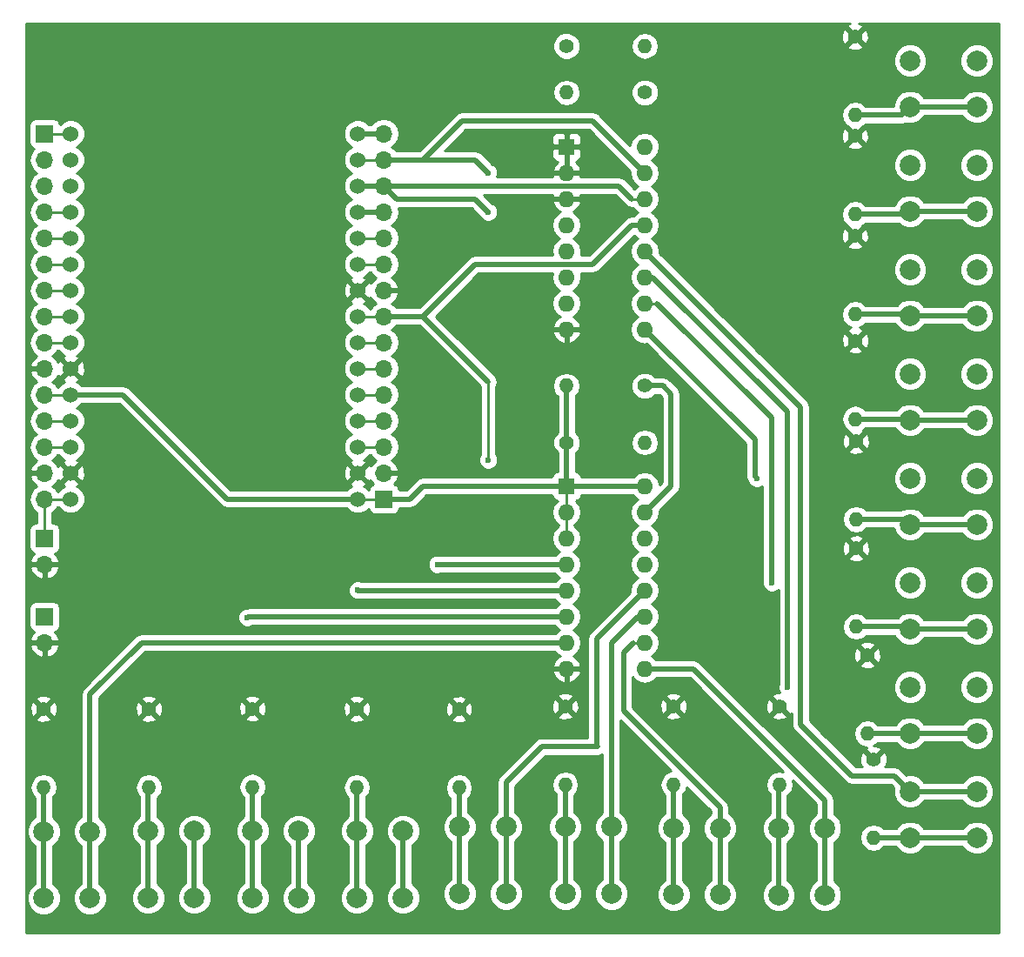
<source format=gbr>
%TF.GenerationSoftware,KiCad,Pcbnew,4.0.5+dfsg1-4*%
%TF.CreationDate,2018-11-05T17:45:36-05:00*%
%TF.ProjectId,ControlUnitInput,436F6E74726F6C556E6974496E707574,rev?*%
%TF.FileFunction,Copper,L1,Top,Signal*%
%FSLAX46Y46*%
G04 Gerber Fmt 4.6, Leading zero omitted, Abs format (unit mm)*
G04 Created by KiCad (PCBNEW 4.0.5+dfsg1-4) date Mon Nov  5 17:45:36 2018*
%MOMM*%
%LPD*%
G01*
G04 APERTURE LIST*
%ADD10C,0.100000*%
%ADD11R,1.700000X1.700000*%
%ADD12O,1.700000X1.700000*%
%ADD13C,1.400000*%
%ADD14O,1.400000X1.400000*%
%ADD15C,2.000000*%
%ADD16C,1.524000*%
%ADD17R,1.600000X1.600000*%
%ADD18O,1.600000X1.600000*%
%ADD19C,0.600000*%
%ADD20C,0.250000*%
%ADD21C,0.500000*%
%ADD22C,0.254000*%
G04 APERTURE END LIST*
D10*
D11*
X15240000Y-63500000D03*
D12*
X15240000Y-66040000D03*
D13*
X73660000Y-20116800D03*
D14*
X66040000Y-20116800D03*
D13*
X66040000Y-15595600D03*
D14*
X73660000Y-15595600D03*
D13*
X94107000Y-14681200D03*
D14*
X94107000Y-22301200D03*
D13*
X94107000Y-24358600D03*
D14*
X94107000Y-31978600D03*
D13*
X94107000Y-34086800D03*
D14*
X94107000Y-41706800D03*
D13*
X94157800Y-44272200D03*
D14*
X94157800Y-51892200D03*
D13*
X94208600Y-54025800D03*
D14*
X94208600Y-61645800D03*
D13*
X94208600Y-64490600D03*
D14*
X94208600Y-72110600D03*
D13*
X95300800Y-74879200D03*
D14*
X95300800Y-82499200D03*
D13*
X95910400Y-85013800D03*
D14*
X95910400Y-92633800D03*
D13*
X66040000Y-54178200D03*
D14*
X73660000Y-54178200D03*
D13*
X73634600Y-48666400D03*
D14*
X66014600Y-48666400D03*
D13*
X45643800Y-80111600D03*
D14*
X45643800Y-87731600D03*
D13*
X35483800Y-80086200D03*
D14*
X35483800Y-87706200D03*
D13*
X25400000Y-80111600D03*
D14*
X25400000Y-87731600D03*
D13*
X15163800Y-80111600D03*
D14*
X15163800Y-87731600D03*
D13*
X86766400Y-79857600D03*
D14*
X86766400Y-87477600D03*
D13*
X76454000Y-79857600D03*
D14*
X76454000Y-87477600D03*
D13*
X65913000Y-79857600D03*
D14*
X65913000Y-87477600D03*
D13*
X55575200Y-80137000D03*
D14*
X55575200Y-87757000D03*
D15*
X99466400Y-21518000D03*
X99466400Y-17018000D03*
X105966400Y-21518000D03*
X105966400Y-17018000D03*
X99466400Y-31678000D03*
X99466400Y-27178000D03*
X105966400Y-31678000D03*
X105966400Y-27178000D03*
X99466400Y-41838000D03*
X99466400Y-37338000D03*
X105966400Y-41838000D03*
X105966400Y-37338000D03*
X99466400Y-51998000D03*
X99466400Y-47498000D03*
X105966400Y-51998000D03*
X105966400Y-47498000D03*
X99466400Y-62158000D03*
X99466400Y-57658000D03*
X105966400Y-62158000D03*
X105966400Y-57658000D03*
X99466400Y-72318000D03*
X99466400Y-67818000D03*
X105966400Y-72318000D03*
X105966400Y-67818000D03*
X99466400Y-82478000D03*
X99466400Y-77978000D03*
X105966400Y-82478000D03*
X105966400Y-77978000D03*
X99466400Y-92638000D03*
X99466400Y-88138000D03*
X105966400Y-92638000D03*
X105966400Y-88138000D03*
X45639600Y-91973400D03*
X50139600Y-91973400D03*
X45639600Y-98473400D03*
X50139600Y-98473400D03*
X35479600Y-91973400D03*
X39979600Y-91973400D03*
X35479600Y-98473400D03*
X39979600Y-98473400D03*
X25319600Y-91973400D03*
X29819600Y-91973400D03*
X25319600Y-98473400D03*
X29819600Y-98473400D03*
X15159600Y-92024200D03*
X19659600Y-92024200D03*
X15159600Y-98524200D03*
X19659600Y-98524200D03*
X86686000Y-91719400D03*
X91186000Y-91719400D03*
X86686000Y-98219400D03*
X91186000Y-98219400D03*
X76475200Y-91694000D03*
X80975200Y-91694000D03*
X76475200Y-98194000D03*
X80975200Y-98194000D03*
X65908800Y-91592400D03*
X70408800Y-91592400D03*
X65908800Y-98092400D03*
X70408800Y-98092400D03*
X55647200Y-91592400D03*
X60147200Y-91592400D03*
X55647200Y-98092400D03*
X60147200Y-98092400D03*
D16*
X17780000Y-24130000D03*
X17780000Y-26670000D03*
X17780000Y-29210000D03*
X17780000Y-31750000D03*
X17780000Y-34290000D03*
X17780000Y-36830000D03*
X17780000Y-39370000D03*
X17780000Y-41910000D03*
X17780000Y-44450000D03*
X17780000Y-46990000D03*
X17780000Y-49530000D03*
X17780000Y-52070000D03*
X17780000Y-54610000D03*
X17780000Y-57150000D03*
X17780000Y-59690000D03*
X45720000Y-59690000D03*
X45720000Y-57150000D03*
X45720000Y-54610000D03*
X45720000Y-52070000D03*
X45720000Y-49530000D03*
X45720000Y-46990000D03*
X45720000Y-44450000D03*
X45720000Y-41910000D03*
X45720000Y-39370000D03*
X45720000Y-36830000D03*
X45720000Y-34290000D03*
X45720000Y-31750000D03*
X45720000Y-29210000D03*
X45720000Y-26670000D03*
X45720000Y-24130000D03*
D17*
X66040000Y-25400000D03*
D18*
X73660000Y-43180000D03*
X66040000Y-27940000D03*
X73660000Y-40640000D03*
X66040000Y-30480000D03*
X73660000Y-38100000D03*
X66040000Y-33020000D03*
X73660000Y-35560000D03*
X66040000Y-35560000D03*
X73660000Y-33020000D03*
X66040000Y-38100000D03*
X73660000Y-30480000D03*
X66040000Y-40640000D03*
X73660000Y-27940000D03*
X66040000Y-43180000D03*
X73660000Y-25400000D03*
D17*
X66040000Y-58420000D03*
D18*
X73660000Y-76200000D03*
X66040000Y-60960000D03*
X73660000Y-73660000D03*
X66040000Y-63500000D03*
X73660000Y-71120000D03*
X66040000Y-66040000D03*
X73660000Y-68580000D03*
X66040000Y-68580000D03*
X73660000Y-66040000D03*
X66040000Y-71120000D03*
X73660000Y-63500000D03*
X66040000Y-73660000D03*
X73660000Y-60960000D03*
X66040000Y-76200000D03*
X73660000Y-58420000D03*
D11*
X15240000Y-24130000D03*
D12*
X15240000Y-26670000D03*
X15240000Y-29210000D03*
X15240000Y-31750000D03*
X15240000Y-34290000D03*
X15240000Y-36830000D03*
X15240000Y-39370000D03*
X15240000Y-41910000D03*
X15240000Y-44450000D03*
X15240000Y-46990000D03*
X15240000Y-49530000D03*
X15240000Y-52070000D03*
X15240000Y-54610000D03*
X15240000Y-57150000D03*
X15240000Y-59690000D03*
D11*
X48260000Y-59690000D03*
D12*
X48260000Y-57150000D03*
X48260000Y-54610000D03*
X48260000Y-52070000D03*
X48260000Y-49530000D03*
X48260000Y-46990000D03*
X48260000Y-44450000D03*
X48260000Y-41910000D03*
X48260000Y-39370000D03*
X48260000Y-36830000D03*
X48260000Y-34290000D03*
X48260000Y-31750000D03*
X48260000Y-29210000D03*
X48260000Y-26670000D03*
X48260000Y-24130000D03*
D11*
X15240000Y-71120000D03*
D12*
X15240000Y-73660000D03*
D19*
X58420000Y-27940000D03*
X58420000Y-31750000D03*
X58420000Y-55880000D03*
X84556600Y-57658000D03*
X86004400Y-67843400D03*
X87553800Y-78003400D03*
X53467000Y-66040000D03*
X45720000Y-68554600D03*
X34975800Y-71196200D03*
D20*
X15240000Y-24130000D02*
X17780000Y-24130000D01*
D21*
X45720000Y-24130000D02*
X48260000Y-24130000D01*
X48260000Y-26670000D02*
X57150000Y-26670000D01*
X57150000Y-26670000D02*
X58420000Y-27940000D01*
X73660000Y-27940000D02*
X68580000Y-22860000D01*
D20*
X52070000Y-26670000D02*
X48260000Y-26670000D01*
D21*
X55880000Y-22860000D02*
X52070000Y-26670000D01*
X68580000Y-22860000D02*
X55880000Y-22860000D01*
D20*
X45720000Y-26670000D02*
X48260000Y-26670000D01*
D21*
X73634600Y-48666400D02*
X75412600Y-48666400D01*
X75412600Y-48666400D02*
X76200000Y-49453800D01*
X76200000Y-49453800D02*
X76200000Y-58420000D01*
X76200000Y-58420000D02*
X73660000Y-60960000D01*
D20*
X45796200Y-26746200D02*
X45720000Y-26670000D01*
D21*
X49530000Y-30480000D02*
X48260000Y-29210000D01*
X57150000Y-30480000D02*
X49530000Y-30480000D01*
X58420000Y-31750000D02*
X57150000Y-30480000D01*
D20*
X73660000Y-30480000D02*
X72390000Y-30480000D01*
D21*
X71120000Y-29210000D02*
X48260000Y-29210000D01*
X72390000Y-30480000D02*
X71120000Y-29210000D01*
X45720000Y-29210000D02*
X48260000Y-29210000D01*
D20*
X15240000Y-31750000D02*
X17780000Y-31750000D01*
D21*
X52070000Y-41910000D02*
X58420000Y-48260000D01*
D20*
X58420000Y-48260000D02*
X58420000Y-55880000D01*
D21*
X48260000Y-41910000D02*
X52070000Y-41910000D01*
X73660000Y-33020000D02*
X72390000Y-33020000D01*
X57150000Y-36830000D02*
X52070000Y-41910000D01*
X68580000Y-36830000D02*
X57150000Y-36830000D01*
X72390000Y-33020000D02*
X68580000Y-36830000D01*
D20*
X45720000Y-41910000D02*
X48260000Y-41910000D01*
X73660000Y-66040000D02*
X73939400Y-66040000D01*
X17780000Y-34290000D02*
X15240000Y-34290000D01*
X45720000Y-34290000D02*
X48260000Y-34290000D01*
X15240000Y-36830000D02*
X17780000Y-36830000D01*
D21*
X66040000Y-58420000D02*
X66040000Y-54178200D01*
X17780000Y-49530000D02*
X22860000Y-49530000D01*
X33020000Y-59690000D02*
X45720000Y-59690000D01*
X22860000Y-49530000D02*
X33020000Y-59690000D01*
X66040000Y-58420000D02*
X52070000Y-58420000D01*
X50800000Y-59690000D02*
X48260000Y-59690000D01*
X52070000Y-58420000D02*
X50800000Y-59690000D01*
D20*
X15240000Y-49530000D02*
X17780000Y-49530000D01*
X45720000Y-36830000D02*
X48260000Y-36830000D01*
X45720000Y-59690000D02*
X48260000Y-59690000D01*
D21*
X66040000Y-54178200D02*
X66040000Y-48691800D01*
D20*
X66040000Y-48691800D02*
X66014600Y-48666400D01*
X66040000Y-63500000D02*
X66040000Y-60960000D01*
X66040000Y-60960000D02*
X66040000Y-58420000D01*
D21*
X73660000Y-58420000D02*
X66040000Y-58420000D01*
D20*
X15240000Y-39370000D02*
X17780000Y-39370000D01*
X15240000Y-73558400D02*
X15036800Y-73761600D01*
X15240000Y-41910000D02*
X17780000Y-41910000D01*
X15240000Y-44450000D02*
X17780000Y-44450000D01*
X45720000Y-44450000D02*
X48260000Y-44450000D01*
X45720000Y-46990000D02*
X48260000Y-46990000D01*
X45720000Y-49530000D02*
X48260000Y-49530000D01*
X15240000Y-52070000D02*
X17780000Y-52070000D01*
X45720000Y-52070000D02*
X48260000Y-52070000D01*
X15240000Y-54610000D02*
X17780000Y-54610000D01*
X45720000Y-54610000D02*
X48260000Y-54610000D01*
X15240000Y-59690000D02*
X15240000Y-63500000D01*
X15240000Y-59690000D02*
X17780000Y-59690000D01*
D21*
X105966400Y-21518000D02*
X99466400Y-21518000D01*
D20*
X99466400Y-21518000D02*
X98683200Y-22301200D01*
D21*
X98683200Y-22301200D02*
X94107000Y-22301200D01*
X105966400Y-31678000D02*
X99466400Y-31678000D01*
D20*
X99466400Y-31678000D02*
X99165800Y-31978600D01*
D21*
X99165800Y-31978600D02*
X94107000Y-31978600D01*
X105966400Y-41838000D02*
X99466400Y-41838000D01*
D20*
X99466400Y-41838000D02*
X99335200Y-41706800D01*
D21*
X99335200Y-41706800D02*
X94107000Y-41706800D01*
X105966400Y-51998000D02*
X99466400Y-51998000D01*
D20*
X99466400Y-51998000D02*
X99360600Y-51892200D01*
D21*
X99360600Y-51892200D02*
X94157800Y-51892200D01*
X105966400Y-62158000D02*
X99466400Y-62158000D01*
D20*
X99466400Y-62158000D02*
X98954200Y-61645800D01*
D21*
X98954200Y-61645800D02*
X94208600Y-61645800D01*
X105966400Y-72318000D02*
X99466400Y-72318000D01*
D20*
X99466400Y-72318000D02*
X99259000Y-72110600D01*
D21*
X99259000Y-72110600D02*
X94208600Y-72110600D01*
X105966400Y-82478000D02*
X99466400Y-82478000D01*
D20*
X99466400Y-82478000D02*
X99445200Y-82499200D01*
D21*
X99445200Y-82499200D02*
X95300800Y-82499200D01*
X105966400Y-92638000D02*
X99466400Y-92638000D01*
D20*
X99466400Y-92638000D02*
X99462200Y-92633800D01*
D21*
X99462200Y-92633800D02*
X95910400Y-92633800D01*
X45639600Y-98473400D02*
X45639600Y-91973400D01*
X45639600Y-91973400D02*
X45639600Y-87735800D01*
D20*
X45639600Y-87735800D02*
X45643800Y-87731600D01*
D21*
X35479600Y-91973400D02*
X35479600Y-87710400D01*
D20*
X35479600Y-87710400D02*
X35483800Y-87706200D01*
D21*
X35479600Y-98473400D02*
X35479600Y-91973400D01*
X25319600Y-91973400D02*
X25319600Y-87812000D01*
D20*
X25319600Y-87812000D02*
X25400000Y-87731600D01*
D21*
X25319600Y-98473400D02*
X25319600Y-91973400D01*
X15159600Y-98524200D02*
X15159600Y-92024200D01*
X15159600Y-92024200D02*
X15159600Y-87735800D01*
D20*
X15159600Y-87735800D02*
X15163800Y-87731600D01*
D21*
X86686000Y-91719400D02*
X86686000Y-87558000D01*
D20*
X86686000Y-87558000D02*
X86766400Y-87477600D01*
D21*
X86686000Y-98219400D02*
X86686000Y-91719400D01*
X76475200Y-91694000D02*
X76475200Y-98194000D01*
X76454000Y-87477600D02*
X76454000Y-91672800D01*
D20*
X76454000Y-91672800D02*
X76475200Y-91694000D01*
D21*
X65908800Y-91592400D02*
X65908800Y-87481800D01*
D20*
X65908800Y-87481800D02*
X65913000Y-87477600D01*
D21*
X65908800Y-98092400D02*
X65908800Y-91592400D01*
X55647200Y-98092400D02*
X55647200Y-91592400D01*
X55575200Y-87757000D02*
X55575200Y-91520400D01*
D20*
X55575200Y-91520400D02*
X55647200Y-91592400D01*
X84556600Y-57658000D02*
X84378800Y-57480200D01*
D21*
X84378800Y-57480200D02*
X84378800Y-53898800D01*
X84378800Y-53898800D02*
X73660000Y-43180000D01*
X86004400Y-67843400D02*
X86004400Y-51790600D01*
X86004400Y-51790600D02*
X74853800Y-40640000D01*
D20*
X74853800Y-40640000D02*
X73660000Y-40640000D01*
D21*
X87553800Y-78003400D02*
X87553800Y-51206400D01*
X87553800Y-51206400D02*
X74447400Y-38100000D01*
D20*
X74447400Y-38100000D02*
X73660000Y-38100000D01*
D21*
X105966400Y-88138000D02*
X99466400Y-88138000D01*
X99466400Y-88138000D02*
X97942400Y-86614000D01*
X97942400Y-86614000D02*
X93827600Y-86614000D01*
X93827600Y-86614000D02*
X88823800Y-81610200D01*
X88823800Y-81610200D02*
X88823800Y-50723800D01*
X88823800Y-50723800D02*
X73660000Y-35560000D01*
X50139600Y-98473400D02*
X50139600Y-91973400D01*
X53467000Y-66040000D02*
X66040000Y-66040000D01*
X45745400Y-68580000D02*
X66040000Y-68580000D01*
D20*
X45720000Y-68554600D02*
X45745400Y-68580000D01*
D21*
X39979600Y-98473400D02*
X39979600Y-91973400D01*
X35052000Y-71120000D02*
X66040000Y-71120000D01*
D20*
X34975800Y-71196200D02*
X35052000Y-71120000D01*
D21*
X29819600Y-98473400D02*
X29819600Y-91973400D01*
X19659600Y-92024200D02*
X19659600Y-78689200D01*
X24688800Y-73660000D02*
X66040000Y-73660000D01*
X19659600Y-78689200D02*
X24688800Y-73660000D01*
X19659600Y-98524200D02*
X19659600Y-92024200D01*
X91186000Y-91719400D02*
X91186000Y-89001600D01*
X78384400Y-76200000D02*
X73660000Y-76200000D01*
X91186000Y-89001600D02*
X78384400Y-76200000D01*
X91186000Y-98219400D02*
X91186000Y-91719400D01*
X80975200Y-91694000D02*
X80975200Y-89687400D01*
D20*
X72567800Y-73660000D02*
X73660000Y-73660000D01*
D21*
X71577200Y-74650600D02*
X72567800Y-73660000D01*
X71577200Y-80289400D02*
X71577200Y-74650600D01*
X80975200Y-89687400D02*
X71577200Y-80289400D01*
X80975200Y-98194000D02*
X80975200Y-91694000D01*
X70408800Y-91592400D02*
X70408800Y-73660000D01*
X70408800Y-73660000D02*
X72948800Y-71120000D01*
D20*
X72948800Y-71120000D02*
X73660000Y-71120000D01*
D21*
X70408800Y-98092400D02*
X70408800Y-91592400D01*
X60147200Y-91592400D02*
X60147200Y-87249000D01*
X68961000Y-73279000D02*
X73660000Y-68580000D01*
X68961000Y-83642200D02*
X68961000Y-73279000D01*
D20*
X69088000Y-83769200D02*
X68961000Y-83642200D01*
D21*
X63627000Y-83769200D02*
X69088000Y-83769200D01*
X60147200Y-87249000D02*
X63627000Y-83769200D01*
X60147200Y-98092400D02*
X60147200Y-91592400D01*
X45720000Y-31750000D02*
X48260000Y-31750000D01*
D22*
G36*
X93413169Y-13510158D02*
X93351331Y-13745925D01*
X94107000Y-14501595D01*
X94862669Y-13745925D01*
X94800831Y-13510158D01*
X94516358Y-13410000D01*
X108078200Y-13410000D01*
X108078200Y-101906000D01*
X13410000Y-101906000D01*
X13410000Y-92347995D01*
X13524316Y-92347995D01*
X13772706Y-92949143D01*
X14232237Y-93409478D01*
X14274600Y-93427069D01*
X14274600Y-97120802D01*
X14234657Y-97137306D01*
X13774322Y-97596837D01*
X13524884Y-98197552D01*
X13524316Y-98847995D01*
X13772706Y-99449143D01*
X14232237Y-99909478D01*
X14832952Y-100158916D01*
X15483395Y-100159484D01*
X16084543Y-99911094D01*
X16544878Y-99451563D01*
X16794316Y-98850848D01*
X16794884Y-98200405D01*
X16546494Y-97599257D01*
X16086963Y-97138922D01*
X16044600Y-97121331D01*
X16044600Y-93427598D01*
X16084543Y-93411094D01*
X16544878Y-92951563D01*
X16794316Y-92350848D01*
X16794884Y-91700405D01*
X16546494Y-91099257D01*
X16086963Y-90638922D01*
X16044600Y-90621331D01*
X16044600Y-88743963D01*
X16107788Y-88701742D01*
X16397179Y-88268636D01*
X16498800Y-87757754D01*
X16498800Y-87705446D01*
X16397179Y-87194564D01*
X16107788Y-86761458D01*
X15674682Y-86472067D01*
X15163800Y-86370446D01*
X14652918Y-86472067D01*
X14219812Y-86761458D01*
X13930421Y-87194564D01*
X13828800Y-87705446D01*
X13828800Y-87757754D01*
X13930421Y-88268636D01*
X14219812Y-88701742D01*
X14274600Y-88738350D01*
X14274600Y-90620802D01*
X14234657Y-90637306D01*
X13774322Y-91096837D01*
X13524884Y-91697552D01*
X13524316Y-92347995D01*
X13410000Y-92347995D01*
X13410000Y-81046875D01*
X14408131Y-81046875D01*
X14469969Y-81282642D01*
X14970922Y-81459019D01*
X15501240Y-81430264D01*
X15857631Y-81282642D01*
X15919469Y-81046875D01*
X15163800Y-80291205D01*
X14408131Y-81046875D01*
X13410000Y-81046875D01*
X13410000Y-79918722D01*
X13816381Y-79918722D01*
X13845136Y-80449040D01*
X13992758Y-80805431D01*
X14228525Y-80867269D01*
X14984195Y-80111600D01*
X15343405Y-80111600D01*
X16099075Y-80867269D01*
X16334842Y-80805431D01*
X16511219Y-80304478D01*
X16482464Y-79774160D01*
X16334842Y-79417769D01*
X16099075Y-79355931D01*
X15343405Y-80111600D01*
X14984195Y-80111600D01*
X14228525Y-79355931D01*
X13992758Y-79417769D01*
X13816381Y-79918722D01*
X13410000Y-79918722D01*
X13410000Y-79176325D01*
X14408131Y-79176325D01*
X15163800Y-79931995D01*
X15919469Y-79176325D01*
X15857631Y-78940558D01*
X15356678Y-78764181D01*
X14826360Y-78792936D01*
X14469969Y-78940558D01*
X14408131Y-79176325D01*
X13410000Y-79176325D01*
X13410000Y-74016890D01*
X13798524Y-74016890D01*
X13968355Y-74426924D01*
X14358642Y-74855183D01*
X14883108Y-75101486D01*
X15113000Y-74980819D01*
X15113000Y-73787000D01*
X15367000Y-73787000D01*
X15367000Y-74980819D01*
X15596892Y-75101486D01*
X16121358Y-74855183D01*
X16511645Y-74426924D01*
X16681476Y-74016890D01*
X16560155Y-73787000D01*
X15367000Y-73787000D01*
X15113000Y-73787000D01*
X13919845Y-73787000D01*
X13798524Y-74016890D01*
X13410000Y-74016890D01*
X13410000Y-70270000D01*
X13742560Y-70270000D01*
X13742560Y-71970000D01*
X13786838Y-72205317D01*
X13925910Y-72421441D01*
X14138110Y-72566431D01*
X14246107Y-72588301D01*
X13968355Y-72893076D01*
X13798524Y-73303110D01*
X13919845Y-73533000D01*
X15113000Y-73533000D01*
X15113000Y-73513000D01*
X15367000Y-73513000D01*
X15367000Y-73533000D01*
X16560155Y-73533000D01*
X16681476Y-73303110D01*
X16511645Y-72893076D01*
X16235499Y-72590063D01*
X16325317Y-72573162D01*
X16541441Y-72434090D01*
X16686431Y-72221890D01*
X16737440Y-71970000D01*
X16737440Y-70270000D01*
X16693162Y-70034683D01*
X16554090Y-69818559D01*
X16341890Y-69673569D01*
X16090000Y-69622560D01*
X14390000Y-69622560D01*
X14154683Y-69666838D01*
X13938559Y-69805910D01*
X13793569Y-70018110D01*
X13742560Y-70270000D01*
X13410000Y-70270000D01*
X13410000Y-66396890D01*
X13798524Y-66396890D01*
X13968355Y-66806924D01*
X14358642Y-67235183D01*
X14883108Y-67481486D01*
X15113000Y-67360819D01*
X15113000Y-66167000D01*
X15367000Y-66167000D01*
X15367000Y-67360819D01*
X15596892Y-67481486D01*
X16121358Y-67235183D01*
X16511645Y-66806924D01*
X16681476Y-66396890D01*
X16560155Y-66167000D01*
X15367000Y-66167000D01*
X15113000Y-66167000D01*
X13919845Y-66167000D01*
X13798524Y-66396890D01*
X13410000Y-66396890D01*
X13410000Y-26670000D01*
X13725907Y-26670000D01*
X13838946Y-27238285D01*
X14160853Y-27720054D01*
X14490026Y-27940000D01*
X14160853Y-28159946D01*
X13838946Y-28641715D01*
X13725907Y-29210000D01*
X13838946Y-29778285D01*
X14160853Y-30260054D01*
X14490026Y-30480000D01*
X14160853Y-30699946D01*
X13838946Y-31181715D01*
X13725907Y-31750000D01*
X13838946Y-32318285D01*
X14160853Y-32800054D01*
X14490026Y-33020000D01*
X14160853Y-33239946D01*
X13838946Y-33721715D01*
X13725907Y-34290000D01*
X13838946Y-34858285D01*
X14160853Y-35340054D01*
X14490026Y-35560000D01*
X14160853Y-35779946D01*
X13838946Y-36261715D01*
X13725907Y-36830000D01*
X13838946Y-37398285D01*
X14160853Y-37880054D01*
X14490026Y-38100000D01*
X14160853Y-38319946D01*
X13838946Y-38801715D01*
X13725907Y-39370000D01*
X13838946Y-39938285D01*
X14160853Y-40420054D01*
X14490026Y-40640000D01*
X14160853Y-40859946D01*
X13838946Y-41341715D01*
X13725907Y-41910000D01*
X13838946Y-42478285D01*
X14160853Y-42960054D01*
X14490026Y-43180000D01*
X14160853Y-43399946D01*
X13838946Y-43881715D01*
X13725907Y-44450000D01*
X13838946Y-45018285D01*
X14160853Y-45500054D01*
X14501553Y-45727702D01*
X14358642Y-45794817D01*
X13968355Y-46223076D01*
X13798524Y-46633110D01*
X13919845Y-46863000D01*
X15113000Y-46863000D01*
X15113000Y-46843000D01*
X15367000Y-46843000D01*
X15367000Y-46863000D01*
X15387000Y-46863000D01*
X15387000Y-47117000D01*
X15367000Y-47117000D01*
X15367000Y-47137000D01*
X15113000Y-47137000D01*
X15113000Y-47117000D01*
X13919845Y-47117000D01*
X13798524Y-47346890D01*
X13968355Y-47756924D01*
X14358642Y-48185183D01*
X14501553Y-48252298D01*
X14160853Y-48479946D01*
X13838946Y-48961715D01*
X13725907Y-49530000D01*
X13838946Y-50098285D01*
X14160853Y-50580054D01*
X14490026Y-50800000D01*
X14160853Y-51019946D01*
X13838946Y-51501715D01*
X13725907Y-52070000D01*
X13838946Y-52638285D01*
X14160853Y-53120054D01*
X14490026Y-53340000D01*
X14160853Y-53559946D01*
X13838946Y-54041715D01*
X13725907Y-54610000D01*
X13838946Y-55178285D01*
X14160853Y-55660054D01*
X14501553Y-55887702D01*
X14358642Y-55954817D01*
X13968355Y-56383076D01*
X13798524Y-56793110D01*
X13919845Y-57023000D01*
X15113000Y-57023000D01*
X15113000Y-57003000D01*
X15367000Y-57003000D01*
X15367000Y-57023000D01*
X15387000Y-57023000D01*
X15387000Y-57277000D01*
X15367000Y-57277000D01*
X15367000Y-57297000D01*
X15113000Y-57297000D01*
X15113000Y-57277000D01*
X13919845Y-57277000D01*
X13798524Y-57506890D01*
X13968355Y-57916924D01*
X14358642Y-58345183D01*
X14501553Y-58412298D01*
X14160853Y-58639946D01*
X13838946Y-59121715D01*
X13725907Y-59690000D01*
X13838946Y-60258285D01*
X14160853Y-60740054D01*
X14480000Y-60953301D01*
X14480000Y-62002560D01*
X14390000Y-62002560D01*
X14154683Y-62046838D01*
X13938559Y-62185910D01*
X13793569Y-62398110D01*
X13742560Y-62650000D01*
X13742560Y-64350000D01*
X13786838Y-64585317D01*
X13925910Y-64801441D01*
X14138110Y-64946431D01*
X14246107Y-64968301D01*
X13968355Y-65273076D01*
X13798524Y-65683110D01*
X13919845Y-65913000D01*
X15113000Y-65913000D01*
X15113000Y-65893000D01*
X15367000Y-65893000D01*
X15367000Y-65913000D01*
X16560155Y-65913000D01*
X16681476Y-65683110D01*
X16511645Y-65273076D01*
X16235499Y-64970063D01*
X16325317Y-64953162D01*
X16541441Y-64814090D01*
X16686431Y-64601890D01*
X16737440Y-64350000D01*
X16737440Y-62650000D01*
X16693162Y-62414683D01*
X16554090Y-62198559D01*
X16341890Y-62053569D01*
X16090000Y-62002560D01*
X16000000Y-62002560D01*
X16000000Y-60953301D01*
X16319147Y-60740054D01*
X16512954Y-60450000D01*
X16582469Y-60450000D01*
X16594990Y-60480303D01*
X16987630Y-60873629D01*
X17500900Y-61086757D01*
X18056661Y-61087242D01*
X18570303Y-60875010D01*
X18963629Y-60482370D01*
X19176757Y-59969100D01*
X19177242Y-59413339D01*
X18965010Y-58899697D01*
X18572370Y-58506371D01*
X18380273Y-58426605D01*
X18511143Y-58372397D01*
X18580608Y-58130213D01*
X17780000Y-57329605D01*
X16979392Y-58130213D01*
X17048857Y-58372397D01*
X17189318Y-58422509D01*
X16989697Y-58504990D01*
X16596371Y-58897630D01*
X16582930Y-58930000D01*
X16512954Y-58930000D01*
X16319147Y-58639946D01*
X15978447Y-58412298D01*
X16121358Y-58345183D01*
X16511645Y-57916924D01*
X16542034Y-57843555D01*
X16557603Y-57881143D01*
X16799787Y-57950608D01*
X17600395Y-57150000D01*
X17959605Y-57150000D01*
X18760213Y-57950608D01*
X19002397Y-57881143D01*
X19189144Y-57357698D01*
X19161362Y-56802632D01*
X19002397Y-56418857D01*
X18760213Y-56349392D01*
X17959605Y-57150000D01*
X17600395Y-57150000D01*
X16799787Y-56349392D01*
X16557603Y-56418857D01*
X16543194Y-56459246D01*
X16511645Y-56383076D01*
X16121358Y-55954817D01*
X15978447Y-55887702D01*
X16319147Y-55660054D01*
X16512954Y-55370000D01*
X16582469Y-55370000D01*
X16594990Y-55400303D01*
X16987630Y-55793629D01*
X17179727Y-55873395D01*
X17048857Y-55927603D01*
X16979392Y-56169787D01*
X17780000Y-56970395D01*
X18580608Y-56169787D01*
X18511143Y-55927603D01*
X18370682Y-55877491D01*
X18570303Y-55795010D01*
X18963629Y-55402370D01*
X19176757Y-54889100D01*
X19177242Y-54333339D01*
X18965010Y-53819697D01*
X18572370Y-53426371D01*
X18364488Y-53340051D01*
X18570303Y-53255010D01*
X18963629Y-52862370D01*
X19176757Y-52349100D01*
X19177242Y-51793339D01*
X18965010Y-51279697D01*
X18572370Y-50886371D01*
X18364488Y-50800051D01*
X18570303Y-50715010D01*
X18870837Y-50415000D01*
X22493420Y-50415000D01*
X32394208Y-60315787D01*
X32394210Y-60315790D01*
X32681325Y-60507633D01*
X32737516Y-60518810D01*
X33020000Y-60575001D01*
X33020005Y-60575000D01*
X44629522Y-60575000D01*
X44927630Y-60873629D01*
X45440900Y-61086757D01*
X45996661Y-61087242D01*
X46510303Y-60875010D01*
X46775738Y-60610037D01*
X46806838Y-60775317D01*
X46945910Y-60991441D01*
X47158110Y-61136431D01*
X47410000Y-61187440D01*
X49110000Y-61187440D01*
X49345317Y-61143162D01*
X49561441Y-61004090D01*
X49706431Y-60791890D01*
X49750352Y-60575000D01*
X50799995Y-60575000D01*
X50800000Y-60575001D01*
X51082484Y-60518810D01*
X51138675Y-60507633D01*
X51425790Y-60315790D01*
X52436579Y-59305000D01*
X64608554Y-59305000D01*
X64636838Y-59455317D01*
X64775910Y-59671441D01*
X64988110Y-59816431D01*
X65143089Y-59847815D01*
X64997189Y-59945302D01*
X64686120Y-60410849D01*
X64576887Y-60960000D01*
X64686120Y-61509151D01*
X64997189Y-61974698D01*
X65280000Y-62163667D01*
X65280000Y-62296333D01*
X64997189Y-62485302D01*
X64686120Y-62950849D01*
X64576887Y-63500000D01*
X64686120Y-64049151D01*
X64997189Y-64514698D01*
X65379275Y-64770000D01*
X64997189Y-65025302D01*
X64910527Y-65155000D01*
X53773822Y-65155000D01*
X53653799Y-65105162D01*
X53281833Y-65104838D01*
X52938057Y-65246883D01*
X52674808Y-65509673D01*
X52532162Y-65853201D01*
X52531838Y-66225167D01*
X52673883Y-66568943D01*
X52936673Y-66832192D01*
X53280201Y-66974838D01*
X53652167Y-66975162D01*
X53773569Y-66925000D01*
X64910527Y-66925000D01*
X64997189Y-67054698D01*
X65379275Y-67310000D01*
X64997189Y-67565302D01*
X64910527Y-67695000D01*
X46087991Y-67695000D01*
X45906799Y-67619762D01*
X45534833Y-67619438D01*
X45191057Y-67761483D01*
X44927808Y-68024273D01*
X44785162Y-68367801D01*
X44784838Y-68739767D01*
X44926883Y-69083543D01*
X45189673Y-69346792D01*
X45533201Y-69489438D01*
X45905167Y-69489762D01*
X45965096Y-69465000D01*
X64910527Y-69465000D01*
X64997189Y-69594698D01*
X65379275Y-69850000D01*
X64997189Y-70105302D01*
X64910527Y-70235000D01*
X35052000Y-70235000D01*
X34920530Y-70261151D01*
X34790633Y-70261038D01*
X34446857Y-70403083D01*
X34183608Y-70665873D01*
X34040962Y-71009401D01*
X34040638Y-71381367D01*
X34182683Y-71725143D01*
X34445473Y-71988392D01*
X34789001Y-72131038D01*
X35160967Y-72131362D01*
X35466787Y-72005000D01*
X64910527Y-72005000D01*
X64997189Y-72134698D01*
X65379275Y-72390000D01*
X64997189Y-72645302D01*
X64910527Y-72775000D01*
X24688805Y-72775000D01*
X24688800Y-72774999D01*
X24406316Y-72831190D01*
X24350125Y-72842367D01*
X24063010Y-73034210D01*
X24063008Y-73034213D01*
X19033810Y-78063410D01*
X18841967Y-78350525D01*
X18841967Y-78350526D01*
X18774599Y-78689200D01*
X18774600Y-78689205D01*
X18774600Y-90620802D01*
X18734657Y-90637306D01*
X18274322Y-91096837D01*
X18024884Y-91697552D01*
X18024316Y-92347995D01*
X18272706Y-92949143D01*
X18732237Y-93409478D01*
X18774600Y-93427069D01*
X18774600Y-97120802D01*
X18734657Y-97137306D01*
X18274322Y-97596837D01*
X18024884Y-98197552D01*
X18024316Y-98847995D01*
X18272706Y-99449143D01*
X18732237Y-99909478D01*
X19332952Y-100158916D01*
X19983395Y-100159484D01*
X20584543Y-99911094D01*
X21044878Y-99451563D01*
X21294316Y-98850848D01*
X21294884Y-98200405D01*
X21046494Y-97599257D01*
X20586963Y-97138922D01*
X20544600Y-97121331D01*
X20544600Y-93427598D01*
X20584543Y-93411094D01*
X21044878Y-92951563D01*
X21294316Y-92350848D01*
X21294362Y-92297195D01*
X23684316Y-92297195D01*
X23932706Y-92898343D01*
X24392237Y-93358678D01*
X24434600Y-93376269D01*
X24434600Y-97070002D01*
X24394657Y-97086506D01*
X23934322Y-97546037D01*
X23684884Y-98146752D01*
X23684316Y-98797195D01*
X23932706Y-99398343D01*
X24392237Y-99858678D01*
X24992952Y-100108116D01*
X25643395Y-100108684D01*
X26244543Y-99860294D01*
X26704878Y-99400763D01*
X26954316Y-98800048D01*
X26954884Y-98149605D01*
X26706494Y-97548457D01*
X26246963Y-97088122D01*
X26204600Y-97070531D01*
X26204600Y-93376798D01*
X26244543Y-93360294D01*
X26704878Y-92900763D01*
X26954316Y-92300048D01*
X26954318Y-92297195D01*
X28184316Y-92297195D01*
X28432706Y-92898343D01*
X28892237Y-93358678D01*
X28934600Y-93376269D01*
X28934600Y-97070002D01*
X28894657Y-97086506D01*
X28434322Y-97546037D01*
X28184884Y-98146752D01*
X28184316Y-98797195D01*
X28432706Y-99398343D01*
X28892237Y-99858678D01*
X29492952Y-100108116D01*
X30143395Y-100108684D01*
X30744543Y-99860294D01*
X31204878Y-99400763D01*
X31454316Y-98800048D01*
X31454884Y-98149605D01*
X31206494Y-97548457D01*
X30746963Y-97088122D01*
X30704600Y-97070531D01*
X30704600Y-93376798D01*
X30744543Y-93360294D01*
X31204878Y-92900763D01*
X31454316Y-92300048D01*
X31454318Y-92297195D01*
X33844316Y-92297195D01*
X34092706Y-92898343D01*
X34552237Y-93358678D01*
X34594600Y-93376269D01*
X34594600Y-97070002D01*
X34554657Y-97086506D01*
X34094322Y-97546037D01*
X33844884Y-98146752D01*
X33844316Y-98797195D01*
X34092706Y-99398343D01*
X34552237Y-99858678D01*
X35152952Y-100108116D01*
X35803395Y-100108684D01*
X36404543Y-99860294D01*
X36864878Y-99400763D01*
X37114316Y-98800048D01*
X37114884Y-98149605D01*
X36866494Y-97548457D01*
X36406963Y-97088122D01*
X36364600Y-97070531D01*
X36364600Y-93376798D01*
X36404543Y-93360294D01*
X36864878Y-92900763D01*
X37114316Y-92300048D01*
X37114318Y-92297195D01*
X38344316Y-92297195D01*
X38592706Y-92898343D01*
X39052237Y-93358678D01*
X39094600Y-93376269D01*
X39094600Y-97070002D01*
X39054657Y-97086506D01*
X38594322Y-97546037D01*
X38344884Y-98146752D01*
X38344316Y-98797195D01*
X38592706Y-99398343D01*
X39052237Y-99858678D01*
X39652952Y-100108116D01*
X40303395Y-100108684D01*
X40904543Y-99860294D01*
X41364878Y-99400763D01*
X41614316Y-98800048D01*
X41614884Y-98149605D01*
X41366494Y-97548457D01*
X40906963Y-97088122D01*
X40864600Y-97070531D01*
X40864600Y-93376798D01*
X40904543Y-93360294D01*
X41364878Y-92900763D01*
X41614316Y-92300048D01*
X41614318Y-92297195D01*
X44004316Y-92297195D01*
X44252706Y-92898343D01*
X44712237Y-93358678D01*
X44754600Y-93376269D01*
X44754600Y-97070002D01*
X44714657Y-97086506D01*
X44254322Y-97546037D01*
X44004884Y-98146752D01*
X44004316Y-98797195D01*
X44252706Y-99398343D01*
X44712237Y-99858678D01*
X45312952Y-100108116D01*
X45963395Y-100108684D01*
X46564543Y-99860294D01*
X47024878Y-99400763D01*
X47274316Y-98800048D01*
X47274884Y-98149605D01*
X47026494Y-97548457D01*
X46566963Y-97088122D01*
X46524600Y-97070531D01*
X46524600Y-93376798D01*
X46564543Y-93360294D01*
X47024878Y-92900763D01*
X47274316Y-92300048D01*
X47274318Y-92297195D01*
X48504316Y-92297195D01*
X48752706Y-92898343D01*
X49212237Y-93358678D01*
X49254600Y-93376269D01*
X49254600Y-97070002D01*
X49214657Y-97086506D01*
X48754322Y-97546037D01*
X48504884Y-98146752D01*
X48504316Y-98797195D01*
X48752706Y-99398343D01*
X49212237Y-99858678D01*
X49812952Y-100108116D01*
X50463395Y-100108684D01*
X51064543Y-99860294D01*
X51524878Y-99400763D01*
X51774316Y-98800048D01*
X51774884Y-98149605D01*
X51526494Y-97548457D01*
X51066963Y-97088122D01*
X51024600Y-97070531D01*
X51024600Y-93376798D01*
X51064543Y-93360294D01*
X51524878Y-92900763D01*
X51774316Y-92300048D01*
X51774651Y-91916195D01*
X54011916Y-91916195D01*
X54260306Y-92517343D01*
X54719837Y-92977678D01*
X54762200Y-92995269D01*
X54762200Y-96689002D01*
X54722257Y-96705506D01*
X54261922Y-97165037D01*
X54012484Y-97765752D01*
X54011916Y-98416195D01*
X54260306Y-99017343D01*
X54719837Y-99477678D01*
X55320552Y-99727116D01*
X55970995Y-99727684D01*
X56572143Y-99479294D01*
X57032478Y-99019763D01*
X57281916Y-98419048D01*
X57282484Y-97768605D01*
X57034094Y-97167457D01*
X56574563Y-96707122D01*
X56532200Y-96689531D01*
X56532200Y-92995798D01*
X56572143Y-92979294D01*
X57032478Y-92519763D01*
X57281916Y-91919048D01*
X57282484Y-91268605D01*
X57034094Y-90667457D01*
X56574563Y-90207122D01*
X56460200Y-90159634D01*
X56460200Y-88766556D01*
X56519188Y-88727142D01*
X56808579Y-88294036D01*
X56910200Y-87783154D01*
X56910200Y-87730846D01*
X56808579Y-87219964D01*
X56519188Y-86786858D01*
X56086082Y-86497467D01*
X55575200Y-86395846D01*
X55064318Y-86497467D01*
X54631212Y-86786858D01*
X54341821Y-87219964D01*
X54240200Y-87730846D01*
X54240200Y-87783154D01*
X54341821Y-88294036D01*
X54631212Y-88727142D01*
X54690200Y-88766556D01*
X54690200Y-90237507D01*
X54261922Y-90665037D01*
X54012484Y-91265752D01*
X54011916Y-91916195D01*
X51774651Y-91916195D01*
X51774884Y-91649605D01*
X51526494Y-91048457D01*
X51066963Y-90588122D01*
X50466248Y-90338684D01*
X49815805Y-90338116D01*
X49214657Y-90586506D01*
X48754322Y-91046037D01*
X48504884Y-91646752D01*
X48504316Y-92297195D01*
X47274318Y-92297195D01*
X47274884Y-91649605D01*
X47026494Y-91048457D01*
X46566963Y-90588122D01*
X46524600Y-90570531D01*
X46524600Y-88743963D01*
X46587788Y-88701742D01*
X46877179Y-88268636D01*
X46978800Y-87757754D01*
X46978800Y-87705446D01*
X46877179Y-87194564D01*
X46587788Y-86761458D01*
X46154682Y-86472067D01*
X45643800Y-86370446D01*
X45132918Y-86472067D01*
X44699812Y-86761458D01*
X44410421Y-87194564D01*
X44308800Y-87705446D01*
X44308800Y-87757754D01*
X44410421Y-88268636D01*
X44699812Y-88701742D01*
X44754600Y-88738350D01*
X44754600Y-90570002D01*
X44714657Y-90586506D01*
X44254322Y-91046037D01*
X44004884Y-91646752D01*
X44004316Y-92297195D01*
X41614318Y-92297195D01*
X41614884Y-91649605D01*
X41366494Y-91048457D01*
X40906963Y-90588122D01*
X40306248Y-90338684D01*
X39655805Y-90338116D01*
X39054657Y-90586506D01*
X38594322Y-91046037D01*
X38344884Y-91646752D01*
X38344316Y-92297195D01*
X37114318Y-92297195D01*
X37114884Y-91649605D01*
X36866494Y-91048457D01*
X36406963Y-90588122D01*
X36364600Y-90570531D01*
X36364600Y-88718563D01*
X36427788Y-88676342D01*
X36717179Y-88243236D01*
X36818800Y-87732354D01*
X36818800Y-87680046D01*
X36717179Y-87169164D01*
X36427788Y-86736058D01*
X35994682Y-86446667D01*
X35483800Y-86345046D01*
X34972918Y-86446667D01*
X34539812Y-86736058D01*
X34250421Y-87169164D01*
X34148800Y-87680046D01*
X34148800Y-87732354D01*
X34250421Y-88243236D01*
X34539812Y-88676342D01*
X34594600Y-88712950D01*
X34594600Y-90570002D01*
X34554657Y-90586506D01*
X34094322Y-91046037D01*
X33844884Y-91646752D01*
X33844316Y-92297195D01*
X31454318Y-92297195D01*
X31454884Y-91649605D01*
X31206494Y-91048457D01*
X30746963Y-90588122D01*
X30146248Y-90338684D01*
X29495805Y-90338116D01*
X28894657Y-90586506D01*
X28434322Y-91046037D01*
X28184884Y-91646752D01*
X28184316Y-92297195D01*
X26954318Y-92297195D01*
X26954884Y-91649605D01*
X26706494Y-91048457D01*
X26246963Y-90588122D01*
X26204600Y-90570531D01*
X26204600Y-88794878D01*
X26343988Y-88701742D01*
X26633379Y-88268636D01*
X26735000Y-87757754D01*
X26735000Y-87705446D01*
X26633379Y-87194564D01*
X26343988Y-86761458D01*
X25910882Y-86472067D01*
X25400000Y-86370446D01*
X24889118Y-86472067D01*
X24456012Y-86761458D01*
X24166621Y-87194564D01*
X24065000Y-87705446D01*
X24065000Y-87757754D01*
X24166621Y-88268636D01*
X24434600Y-88669697D01*
X24434600Y-90570002D01*
X24394657Y-90586506D01*
X23934322Y-91046037D01*
X23684884Y-91646752D01*
X23684316Y-92297195D01*
X21294362Y-92297195D01*
X21294884Y-91700405D01*
X21046494Y-91099257D01*
X20586963Y-90638922D01*
X20544600Y-90621331D01*
X20544600Y-81046875D01*
X24644331Y-81046875D01*
X24706169Y-81282642D01*
X25207122Y-81459019D01*
X25737440Y-81430264D01*
X26093831Y-81282642D01*
X26155669Y-81046875D01*
X26130270Y-81021475D01*
X34728131Y-81021475D01*
X34789969Y-81257242D01*
X35290922Y-81433619D01*
X35821240Y-81404864D01*
X36177631Y-81257242D01*
X36232806Y-81046875D01*
X44888131Y-81046875D01*
X44949969Y-81282642D01*
X45450922Y-81459019D01*
X45981240Y-81430264D01*
X46337631Y-81282642D01*
X46392806Y-81072275D01*
X54819531Y-81072275D01*
X54881369Y-81308042D01*
X55382322Y-81484419D01*
X55912640Y-81455664D01*
X56269031Y-81308042D01*
X56330869Y-81072275D01*
X55575200Y-80316605D01*
X54819531Y-81072275D01*
X46392806Y-81072275D01*
X46399469Y-81046875D01*
X45643800Y-80291205D01*
X44888131Y-81046875D01*
X36232806Y-81046875D01*
X36239469Y-81021475D01*
X35483800Y-80265805D01*
X34728131Y-81021475D01*
X26130270Y-81021475D01*
X25400000Y-80291205D01*
X24644331Y-81046875D01*
X20544600Y-81046875D01*
X20544600Y-79918722D01*
X24052581Y-79918722D01*
X24081336Y-80449040D01*
X24228958Y-80805431D01*
X24464725Y-80867269D01*
X25220395Y-80111600D01*
X25579605Y-80111600D01*
X26335275Y-80867269D01*
X26571042Y-80805431D01*
X26747419Y-80304478D01*
X26725126Y-79893322D01*
X34136381Y-79893322D01*
X34165136Y-80423640D01*
X34312758Y-80780031D01*
X34548525Y-80841869D01*
X35304195Y-80086200D01*
X35663405Y-80086200D01*
X36419075Y-80841869D01*
X36654842Y-80780031D01*
X36831219Y-80279078D01*
X36811680Y-79918722D01*
X44296381Y-79918722D01*
X44325136Y-80449040D01*
X44472758Y-80805431D01*
X44708525Y-80867269D01*
X45464195Y-80111600D01*
X45823405Y-80111600D01*
X46579075Y-80867269D01*
X46814842Y-80805431D01*
X46991219Y-80304478D01*
X46971680Y-79944122D01*
X54227781Y-79944122D01*
X54256536Y-80474440D01*
X54404158Y-80830831D01*
X54639925Y-80892669D01*
X55395595Y-80137000D01*
X55754805Y-80137000D01*
X56510475Y-80892669D01*
X56746242Y-80830831D01*
X56759605Y-80792875D01*
X65157331Y-80792875D01*
X65219169Y-81028642D01*
X65720122Y-81205019D01*
X66250440Y-81176264D01*
X66606831Y-81028642D01*
X66668669Y-80792875D01*
X65913000Y-80037205D01*
X65157331Y-80792875D01*
X56759605Y-80792875D01*
X56922619Y-80329878D01*
X56893864Y-79799560D01*
X56838013Y-79664722D01*
X64565581Y-79664722D01*
X64594336Y-80195040D01*
X64741958Y-80551431D01*
X64977725Y-80613269D01*
X65733395Y-79857600D01*
X66092605Y-79857600D01*
X66848275Y-80613269D01*
X67084042Y-80551431D01*
X67260419Y-80050478D01*
X67231664Y-79520160D01*
X67084042Y-79163769D01*
X66848275Y-79101931D01*
X66092605Y-79857600D01*
X65733395Y-79857600D01*
X64977725Y-79101931D01*
X64741958Y-79163769D01*
X64565581Y-79664722D01*
X56838013Y-79664722D01*
X56746242Y-79443169D01*
X56510475Y-79381331D01*
X55754805Y-80137000D01*
X55395595Y-80137000D01*
X54639925Y-79381331D01*
X54404158Y-79443169D01*
X54227781Y-79944122D01*
X46971680Y-79944122D01*
X46962464Y-79774160D01*
X46814842Y-79417769D01*
X46579075Y-79355931D01*
X45823405Y-80111600D01*
X45464195Y-80111600D01*
X44708525Y-79355931D01*
X44472758Y-79417769D01*
X44296381Y-79918722D01*
X36811680Y-79918722D01*
X36802464Y-79748760D01*
X36654842Y-79392369D01*
X36419075Y-79330531D01*
X35663405Y-80086200D01*
X35304195Y-80086200D01*
X34548525Y-79330531D01*
X34312758Y-79392369D01*
X34136381Y-79893322D01*
X26725126Y-79893322D01*
X26718664Y-79774160D01*
X26571042Y-79417769D01*
X26335275Y-79355931D01*
X25579605Y-80111600D01*
X25220395Y-80111600D01*
X24464725Y-79355931D01*
X24228958Y-79417769D01*
X24052581Y-79918722D01*
X20544600Y-79918722D01*
X20544600Y-79176325D01*
X24644331Y-79176325D01*
X25400000Y-79931995D01*
X26155669Y-79176325D01*
X26149007Y-79150925D01*
X34728131Y-79150925D01*
X35483800Y-79906595D01*
X36214069Y-79176325D01*
X44888131Y-79176325D01*
X45643800Y-79931995D01*
X46374069Y-79201725D01*
X54819531Y-79201725D01*
X55575200Y-79957395D01*
X56330869Y-79201725D01*
X56269031Y-78965958D01*
X56145103Y-78922325D01*
X65157331Y-78922325D01*
X65913000Y-79677995D01*
X66668669Y-78922325D01*
X66606831Y-78686558D01*
X66105878Y-78510181D01*
X65575560Y-78538936D01*
X65219169Y-78686558D01*
X65157331Y-78922325D01*
X56145103Y-78922325D01*
X55768078Y-78789581D01*
X55237760Y-78818336D01*
X54881369Y-78965958D01*
X54819531Y-79201725D01*
X46374069Y-79201725D01*
X46399469Y-79176325D01*
X46337631Y-78940558D01*
X45836678Y-78764181D01*
X45306360Y-78792936D01*
X44949969Y-78940558D01*
X44888131Y-79176325D01*
X36214069Y-79176325D01*
X36239469Y-79150925D01*
X36177631Y-78915158D01*
X35676678Y-78738781D01*
X35146360Y-78767536D01*
X34789969Y-78915158D01*
X34728131Y-79150925D01*
X26149007Y-79150925D01*
X26093831Y-78940558D01*
X25592878Y-78764181D01*
X25062560Y-78792936D01*
X24706169Y-78940558D01*
X24644331Y-79176325D01*
X20544600Y-79176325D01*
X20544600Y-79055780D01*
X23051340Y-76549039D01*
X64648096Y-76549039D01*
X64808959Y-76937423D01*
X65184866Y-77352389D01*
X65690959Y-77591914D01*
X65913000Y-77470629D01*
X65913000Y-76327000D01*
X66167000Y-76327000D01*
X66167000Y-77470629D01*
X66389041Y-77591914D01*
X66895134Y-77352389D01*
X67271041Y-76937423D01*
X67431904Y-76549039D01*
X67309915Y-76327000D01*
X66167000Y-76327000D01*
X65913000Y-76327000D01*
X64770085Y-76327000D01*
X64648096Y-76549039D01*
X23051340Y-76549039D01*
X25055379Y-74545000D01*
X64910527Y-74545000D01*
X64997189Y-74674698D01*
X65401703Y-74944986D01*
X65184866Y-75047611D01*
X64808959Y-75462577D01*
X64648096Y-75850961D01*
X64770085Y-76073000D01*
X65913000Y-76073000D01*
X65913000Y-76053000D01*
X66167000Y-76053000D01*
X66167000Y-76073000D01*
X67309915Y-76073000D01*
X67431904Y-75850961D01*
X67271041Y-75462577D01*
X66895134Y-75047611D01*
X66678297Y-74944986D01*
X67082811Y-74674698D01*
X67393880Y-74209151D01*
X67503113Y-73660000D01*
X67393880Y-73110849D01*
X67082811Y-72645302D01*
X66700725Y-72390000D01*
X67082811Y-72134698D01*
X67393880Y-71669151D01*
X67503113Y-71120000D01*
X67393880Y-70570849D01*
X67082811Y-70105302D01*
X66700725Y-69850000D01*
X67082811Y-69594698D01*
X67393880Y-69129151D01*
X67503113Y-68580000D01*
X67393880Y-68030849D01*
X67082811Y-67565302D01*
X66700725Y-67310000D01*
X67082811Y-67054698D01*
X67393880Y-66589151D01*
X67503113Y-66040000D01*
X67393880Y-65490849D01*
X67082811Y-65025302D01*
X66700725Y-64770000D01*
X67082811Y-64514698D01*
X67393880Y-64049151D01*
X67503113Y-63500000D01*
X67393880Y-62950849D01*
X67082811Y-62485302D01*
X66800000Y-62296333D01*
X66800000Y-62163667D01*
X67082811Y-61974698D01*
X67393880Y-61509151D01*
X67503113Y-60960000D01*
X67393880Y-60410849D01*
X67082811Y-59945302D01*
X66938535Y-59848899D01*
X67075317Y-59823162D01*
X67291441Y-59684090D01*
X67436431Y-59471890D01*
X67470227Y-59305000D01*
X72530527Y-59305000D01*
X72617189Y-59434698D01*
X72999275Y-59690000D01*
X72617189Y-59945302D01*
X72306120Y-60410849D01*
X72196887Y-60960000D01*
X72306120Y-61509151D01*
X72617189Y-61974698D01*
X72999275Y-62230000D01*
X72617189Y-62485302D01*
X72306120Y-62950849D01*
X72196887Y-63500000D01*
X72306120Y-64049151D01*
X72617189Y-64514698D01*
X72999275Y-64770000D01*
X72617189Y-65025302D01*
X72306120Y-65490849D01*
X72196887Y-66040000D01*
X72306120Y-66589151D01*
X72617189Y-67054698D01*
X72999275Y-67310000D01*
X72617189Y-67565302D01*
X72306120Y-68030849D01*
X72196887Y-68580000D01*
X72231983Y-68756438D01*
X68335210Y-72653210D01*
X68143367Y-72940325D01*
X68143367Y-72940326D01*
X68075999Y-73279000D01*
X68076000Y-73279005D01*
X68076000Y-82884200D01*
X63627000Y-82884200D01*
X63288325Y-82951567D01*
X63001210Y-83143410D01*
X63001208Y-83143413D01*
X59521410Y-86623210D01*
X59329567Y-86910325D01*
X59329567Y-86910326D01*
X59262199Y-87249000D01*
X59262200Y-87249005D01*
X59262200Y-90189002D01*
X59222257Y-90205506D01*
X58761922Y-90665037D01*
X58512484Y-91265752D01*
X58511916Y-91916195D01*
X58760306Y-92517343D01*
X59219837Y-92977678D01*
X59262200Y-92995269D01*
X59262200Y-96689002D01*
X59222257Y-96705506D01*
X58761922Y-97165037D01*
X58512484Y-97765752D01*
X58511916Y-98416195D01*
X58760306Y-99017343D01*
X59219837Y-99477678D01*
X59820552Y-99727116D01*
X60470995Y-99727684D01*
X61072143Y-99479294D01*
X61532478Y-99019763D01*
X61781916Y-98419048D01*
X61782484Y-97768605D01*
X61534094Y-97167457D01*
X61074563Y-96707122D01*
X61032200Y-96689531D01*
X61032200Y-92995798D01*
X61072143Y-92979294D01*
X61532478Y-92519763D01*
X61781916Y-91919048D01*
X61781918Y-91916195D01*
X64273516Y-91916195D01*
X64521906Y-92517343D01*
X64981437Y-92977678D01*
X65023800Y-92995269D01*
X65023800Y-96689002D01*
X64983857Y-96705506D01*
X64523522Y-97165037D01*
X64274084Y-97765752D01*
X64273516Y-98416195D01*
X64521906Y-99017343D01*
X64981437Y-99477678D01*
X65582152Y-99727116D01*
X66232595Y-99727684D01*
X66833743Y-99479294D01*
X67294078Y-99019763D01*
X67543516Y-98419048D01*
X67544084Y-97768605D01*
X67295694Y-97167457D01*
X66836163Y-96707122D01*
X66793800Y-96689531D01*
X66793800Y-92995798D01*
X66833743Y-92979294D01*
X67294078Y-92519763D01*
X67543516Y-91919048D01*
X67544084Y-91268605D01*
X67295694Y-90667457D01*
X66836163Y-90207122D01*
X66793800Y-90189531D01*
X66793800Y-88489963D01*
X66856988Y-88447742D01*
X67146379Y-88014636D01*
X67248000Y-87503754D01*
X67248000Y-87451446D01*
X67146379Y-86940564D01*
X66856988Y-86507458D01*
X66423882Y-86218067D01*
X65913000Y-86116446D01*
X65402118Y-86218067D01*
X64969012Y-86507458D01*
X64679621Y-86940564D01*
X64578000Y-87451446D01*
X64578000Y-87503754D01*
X64679621Y-88014636D01*
X64969012Y-88447742D01*
X65023800Y-88484350D01*
X65023800Y-90189002D01*
X64983857Y-90205506D01*
X64523522Y-90665037D01*
X64274084Y-91265752D01*
X64273516Y-91916195D01*
X61781918Y-91916195D01*
X61782484Y-91268605D01*
X61534094Y-90667457D01*
X61074563Y-90207122D01*
X61032200Y-90189531D01*
X61032200Y-87615580D01*
X63993579Y-84654200D01*
X69088000Y-84654200D01*
X69426675Y-84586833D01*
X69523800Y-84521937D01*
X69523800Y-90189002D01*
X69483857Y-90205506D01*
X69023522Y-90665037D01*
X68774084Y-91265752D01*
X68773516Y-91916195D01*
X69021906Y-92517343D01*
X69481437Y-92977678D01*
X69523800Y-92995269D01*
X69523800Y-96689002D01*
X69483857Y-96705506D01*
X69023522Y-97165037D01*
X68774084Y-97765752D01*
X68773516Y-98416195D01*
X69021906Y-99017343D01*
X69481437Y-99477678D01*
X70082152Y-99727116D01*
X70732595Y-99727684D01*
X71333743Y-99479294D01*
X71794078Y-99019763D01*
X72043516Y-98419048D01*
X72044084Y-97768605D01*
X71795694Y-97167457D01*
X71336163Y-96707122D01*
X71293800Y-96689531D01*
X71293800Y-92995798D01*
X71333743Y-92979294D01*
X71794078Y-92519763D01*
X72043516Y-91919048D01*
X72044084Y-91268605D01*
X71795694Y-90667457D01*
X71336163Y-90207122D01*
X71293800Y-90189531D01*
X71293800Y-81257580D01*
X76202661Y-86166441D01*
X75943118Y-86218067D01*
X75510012Y-86507458D01*
X75220621Y-86940564D01*
X75119000Y-87451446D01*
X75119000Y-87503754D01*
X75220621Y-88014636D01*
X75510012Y-88447742D01*
X75569000Y-88487156D01*
X75569000Y-90299362D01*
X75550257Y-90307106D01*
X75089922Y-90766637D01*
X74840484Y-91367352D01*
X74839916Y-92017795D01*
X75088306Y-92618943D01*
X75547837Y-93079278D01*
X75590200Y-93096869D01*
X75590200Y-96790602D01*
X75550257Y-96807106D01*
X75089922Y-97266637D01*
X74840484Y-97867352D01*
X74839916Y-98517795D01*
X75088306Y-99118943D01*
X75547837Y-99579278D01*
X76148552Y-99828716D01*
X76798995Y-99829284D01*
X77400143Y-99580894D01*
X77860478Y-99121363D01*
X78109916Y-98520648D01*
X78110484Y-97870205D01*
X77862094Y-97269057D01*
X77402563Y-96808722D01*
X77360200Y-96791131D01*
X77360200Y-93097398D01*
X77400143Y-93080894D01*
X77860478Y-92621363D01*
X78109916Y-92020648D01*
X78110484Y-91370205D01*
X77862094Y-90769057D01*
X77402563Y-90308722D01*
X77339000Y-90282328D01*
X77339000Y-88487156D01*
X77397988Y-88447742D01*
X77687379Y-88014636D01*
X77747684Y-87711463D01*
X80090200Y-90053979D01*
X80090200Y-90290602D01*
X80050257Y-90307106D01*
X79589922Y-90766637D01*
X79340484Y-91367352D01*
X79339916Y-92017795D01*
X79588306Y-92618943D01*
X80047837Y-93079278D01*
X80090200Y-93096869D01*
X80090200Y-96790602D01*
X80050257Y-96807106D01*
X79589922Y-97266637D01*
X79340484Y-97867352D01*
X79339916Y-98517795D01*
X79588306Y-99118943D01*
X80047837Y-99579278D01*
X80648552Y-99828716D01*
X81298995Y-99829284D01*
X81900143Y-99580894D01*
X82360478Y-99121363D01*
X82609916Y-98520648D01*
X82610484Y-97870205D01*
X82362094Y-97269057D01*
X81902563Y-96808722D01*
X81860200Y-96791131D01*
X81860200Y-93097398D01*
X81900143Y-93080894D01*
X82360478Y-92621363D01*
X82609916Y-92020648D01*
X82610484Y-91370205D01*
X82362094Y-90769057D01*
X81902563Y-90308722D01*
X81860200Y-90291131D01*
X81860200Y-89687405D01*
X81860201Y-89687400D01*
X81792833Y-89348726D01*
X81792833Y-89348725D01*
X81600990Y-89061610D01*
X81600987Y-89061608D01*
X73332255Y-80792875D01*
X75698331Y-80792875D01*
X75760169Y-81028642D01*
X76261122Y-81205019D01*
X76791440Y-81176264D01*
X77147831Y-81028642D01*
X77209669Y-80792875D01*
X76454000Y-80037205D01*
X75698331Y-80792875D01*
X73332255Y-80792875D01*
X72462200Y-79922820D01*
X72462200Y-79664722D01*
X75106581Y-79664722D01*
X75135336Y-80195040D01*
X75282958Y-80551431D01*
X75518725Y-80613269D01*
X76274395Y-79857600D01*
X76633605Y-79857600D01*
X77389275Y-80613269D01*
X77625042Y-80551431D01*
X77801419Y-80050478D01*
X77772664Y-79520160D01*
X77625042Y-79163769D01*
X77389275Y-79101931D01*
X76633605Y-79857600D01*
X76274395Y-79857600D01*
X75518725Y-79101931D01*
X75282958Y-79163769D01*
X75106581Y-79664722D01*
X72462200Y-79664722D01*
X72462200Y-78922325D01*
X75698331Y-78922325D01*
X76454000Y-79677995D01*
X77209669Y-78922325D01*
X77147831Y-78686558D01*
X76646878Y-78510181D01*
X76116560Y-78538936D01*
X75760169Y-78686558D01*
X75698331Y-78922325D01*
X72462200Y-78922325D01*
X72462200Y-76982741D01*
X72617189Y-77214698D01*
X73082736Y-77525767D01*
X73631887Y-77635000D01*
X73688113Y-77635000D01*
X74237264Y-77525767D01*
X74702811Y-77214698D01*
X74789473Y-77085000D01*
X78017820Y-77085000D01*
X87119504Y-86186683D01*
X86766400Y-86116446D01*
X86255518Y-86218067D01*
X85822412Y-86507458D01*
X85533021Y-86940564D01*
X85431400Y-87451446D01*
X85431400Y-87503754D01*
X85533021Y-88014636D01*
X85801000Y-88415697D01*
X85801000Y-90316002D01*
X85761057Y-90332506D01*
X85300722Y-90792037D01*
X85051284Y-91392752D01*
X85050716Y-92043195D01*
X85299106Y-92644343D01*
X85758637Y-93104678D01*
X85801000Y-93122269D01*
X85801000Y-96816002D01*
X85761057Y-96832506D01*
X85300722Y-97292037D01*
X85051284Y-97892752D01*
X85050716Y-98543195D01*
X85299106Y-99144343D01*
X85758637Y-99604678D01*
X86359352Y-99854116D01*
X87009795Y-99854684D01*
X87610943Y-99606294D01*
X88071278Y-99146763D01*
X88320716Y-98546048D01*
X88321284Y-97895605D01*
X88072894Y-97294457D01*
X87613363Y-96834122D01*
X87571000Y-96816531D01*
X87571000Y-93122798D01*
X87610943Y-93106294D01*
X88071278Y-92646763D01*
X88320716Y-92046048D01*
X88321284Y-91395605D01*
X88072894Y-90794457D01*
X87613363Y-90334122D01*
X87571000Y-90316531D01*
X87571000Y-88540878D01*
X87710388Y-88447742D01*
X87999779Y-88014636D01*
X88101400Y-87503754D01*
X88101400Y-87451446D01*
X88031163Y-87098342D01*
X90301000Y-89368179D01*
X90301000Y-90316002D01*
X90261057Y-90332506D01*
X89800722Y-90792037D01*
X89551284Y-91392752D01*
X89550716Y-92043195D01*
X89799106Y-92644343D01*
X90258637Y-93104678D01*
X90301000Y-93122269D01*
X90301000Y-96816002D01*
X90261057Y-96832506D01*
X89800722Y-97292037D01*
X89551284Y-97892752D01*
X89550716Y-98543195D01*
X89799106Y-99144343D01*
X90258637Y-99604678D01*
X90859352Y-99854116D01*
X91509795Y-99854684D01*
X92110943Y-99606294D01*
X92571278Y-99146763D01*
X92820716Y-98546048D01*
X92821284Y-97895605D01*
X92572894Y-97294457D01*
X92113363Y-96834122D01*
X92071000Y-96816531D01*
X92071000Y-93122798D01*
X92110943Y-93106294D01*
X92571278Y-92646763D01*
X92587520Y-92607646D01*
X94575400Y-92607646D01*
X94575400Y-92659954D01*
X94677021Y-93170836D01*
X94966412Y-93603942D01*
X95399518Y-93893333D01*
X95910400Y-93994954D01*
X96421282Y-93893333D01*
X96854388Y-93603942D01*
X96911278Y-93518800D01*
X98061266Y-93518800D01*
X98079506Y-93562943D01*
X98539037Y-94023278D01*
X99139752Y-94272716D01*
X99790195Y-94273284D01*
X100391343Y-94024894D01*
X100851678Y-93565363D01*
X100869269Y-93523000D01*
X104563002Y-93523000D01*
X104579506Y-93562943D01*
X105039037Y-94023278D01*
X105639752Y-94272716D01*
X106290195Y-94273284D01*
X106891343Y-94024894D01*
X107351678Y-93565363D01*
X107601116Y-92964648D01*
X107601684Y-92314205D01*
X107353294Y-91713057D01*
X106893763Y-91252722D01*
X106293048Y-91003284D01*
X105642605Y-91002716D01*
X105041457Y-91251106D01*
X104581122Y-91710637D01*
X104563531Y-91753000D01*
X100869798Y-91753000D01*
X100853294Y-91713057D01*
X100393763Y-91252722D01*
X99793048Y-91003284D01*
X99142605Y-91002716D01*
X98541457Y-91251106D01*
X98081122Y-91710637D01*
X98065275Y-91748800D01*
X96911278Y-91748800D01*
X96854388Y-91663658D01*
X96421282Y-91374267D01*
X95910400Y-91272646D01*
X95399518Y-91374267D01*
X94966412Y-91663658D01*
X94677021Y-92096764D01*
X94575400Y-92607646D01*
X92587520Y-92607646D01*
X92820716Y-92046048D01*
X92821284Y-91395605D01*
X92572894Y-90794457D01*
X92113363Y-90334122D01*
X92071000Y-90316531D01*
X92071000Y-89001600D01*
X92003633Y-88662925D01*
X91811790Y-88375810D01*
X91811787Y-88375808D01*
X84228855Y-80792875D01*
X86010731Y-80792875D01*
X86072569Y-81028642D01*
X86573522Y-81205019D01*
X87103840Y-81176264D01*
X87460231Y-81028642D01*
X87522069Y-80792875D01*
X86766400Y-80037205D01*
X86010731Y-80792875D01*
X84228855Y-80792875D01*
X83100702Y-79664722D01*
X85418981Y-79664722D01*
X85447736Y-80195040D01*
X85595358Y-80551431D01*
X85831125Y-80613269D01*
X86586795Y-79857600D01*
X85831125Y-79101931D01*
X85595358Y-79163769D01*
X85418981Y-79664722D01*
X83100702Y-79664722D01*
X79010190Y-75574210D01*
X78843118Y-75462577D01*
X78723075Y-75382367D01*
X78666884Y-75371190D01*
X78384400Y-75314999D01*
X78384395Y-75315000D01*
X74789473Y-75315000D01*
X74702811Y-75185302D01*
X74320725Y-74930000D01*
X74702811Y-74674698D01*
X75013880Y-74209151D01*
X75123113Y-73660000D01*
X75013880Y-73110849D01*
X74702811Y-72645302D01*
X74320725Y-72390000D01*
X74702811Y-72134698D01*
X75013880Y-71669151D01*
X75123113Y-71120000D01*
X75013880Y-70570849D01*
X74702811Y-70105302D01*
X74320725Y-69850000D01*
X74702811Y-69594698D01*
X75013880Y-69129151D01*
X75123113Y-68580000D01*
X75013880Y-68030849D01*
X74702811Y-67565302D01*
X74320725Y-67310000D01*
X74702811Y-67054698D01*
X75013880Y-66589151D01*
X75123113Y-66040000D01*
X75013880Y-65490849D01*
X74702811Y-65025302D01*
X74320725Y-64770000D01*
X74702811Y-64514698D01*
X75013880Y-64049151D01*
X75123113Y-63500000D01*
X75013880Y-62950849D01*
X74702811Y-62485302D01*
X74320725Y-62230000D01*
X74702811Y-61974698D01*
X75013880Y-61509151D01*
X75123113Y-60960000D01*
X75088017Y-60783562D01*
X76825787Y-59045792D01*
X76825790Y-59045790D01*
X77017633Y-58758675D01*
X77085000Y-58420000D01*
X77085000Y-49453805D01*
X77085001Y-49453800D01*
X77017633Y-49115126D01*
X77017633Y-49115125D01*
X76825790Y-48828010D01*
X76825787Y-48828008D01*
X76038390Y-48040610D01*
X76037558Y-48040054D01*
X75751275Y-47848767D01*
X75695084Y-47837590D01*
X75412600Y-47781399D01*
X75412595Y-47781400D01*
X74637473Y-47781400D01*
X74391804Y-47535302D01*
X73901313Y-47331632D01*
X73370217Y-47331169D01*
X72879371Y-47533982D01*
X72503502Y-47909196D01*
X72299832Y-48399687D01*
X72299369Y-48930783D01*
X72502182Y-49421629D01*
X72877396Y-49797498D01*
X73367887Y-50001168D01*
X73898983Y-50001631D01*
X74389829Y-49798818D01*
X74637679Y-49551400D01*
X75046020Y-49551400D01*
X75315000Y-49820379D01*
X75315000Y-58053421D01*
X75094130Y-58274291D01*
X75013880Y-57870849D01*
X74702811Y-57405302D01*
X74237264Y-57094233D01*
X73688113Y-56985000D01*
X73631887Y-56985000D01*
X73082736Y-57094233D01*
X72617189Y-57405302D01*
X72530527Y-57535000D01*
X67471446Y-57535000D01*
X67443162Y-57384683D01*
X67304090Y-57168559D01*
X67091890Y-57023569D01*
X66925000Y-56989773D01*
X66925000Y-55181073D01*
X67171098Y-54935404D01*
X67374768Y-54444913D01*
X67375000Y-54178200D01*
X72298846Y-54178200D01*
X72400467Y-54689082D01*
X72689858Y-55122188D01*
X73122964Y-55411579D01*
X73633846Y-55513200D01*
X73686154Y-55513200D01*
X74197036Y-55411579D01*
X74630142Y-55122188D01*
X74919533Y-54689082D01*
X75021154Y-54178200D01*
X74919533Y-53667318D01*
X74630142Y-53234212D01*
X74197036Y-52944821D01*
X73686154Y-52843200D01*
X73633846Y-52843200D01*
X73122964Y-52944821D01*
X72689858Y-53234212D01*
X72400467Y-53667318D01*
X72298846Y-54178200D01*
X67375000Y-54178200D01*
X67375231Y-53913817D01*
X67172418Y-53422971D01*
X66925000Y-53175121D01*
X66925000Y-49650306D01*
X66984742Y-49610388D01*
X67274133Y-49177282D01*
X67375754Y-48666400D01*
X67274133Y-48155518D01*
X66984742Y-47722412D01*
X66551636Y-47433021D01*
X66040754Y-47331400D01*
X65988446Y-47331400D01*
X65477564Y-47433021D01*
X65044458Y-47722412D01*
X64755067Y-48155518D01*
X64653446Y-48666400D01*
X64755067Y-49177282D01*
X65044458Y-49610388D01*
X65155000Y-49684250D01*
X65155000Y-53175327D01*
X64908902Y-53420996D01*
X64705232Y-53911487D01*
X64704769Y-54442583D01*
X64907582Y-54933429D01*
X65155000Y-55181279D01*
X65155000Y-56988554D01*
X65004683Y-57016838D01*
X64788559Y-57155910D01*
X64643569Y-57368110D01*
X64609773Y-57535000D01*
X52070005Y-57535000D01*
X52070000Y-57534999D01*
X51731325Y-57602367D01*
X51444210Y-57794210D01*
X51444208Y-57794213D01*
X50433420Y-58805000D01*
X49750854Y-58805000D01*
X49713162Y-58604683D01*
X49574090Y-58388559D01*
X49361890Y-58243569D01*
X49253893Y-58221699D01*
X49531645Y-57916924D01*
X49701476Y-57506890D01*
X49580155Y-57277000D01*
X48387000Y-57277000D01*
X48387000Y-57297000D01*
X48133000Y-57297000D01*
X48133000Y-57277000D01*
X48113000Y-57277000D01*
X48113000Y-57023000D01*
X48133000Y-57023000D01*
X48133000Y-57003000D01*
X48387000Y-57003000D01*
X48387000Y-57023000D01*
X49580155Y-57023000D01*
X49701476Y-56793110D01*
X49531645Y-56383076D01*
X49141358Y-55954817D01*
X48998447Y-55887702D01*
X49339147Y-55660054D01*
X49661054Y-55178285D01*
X49774093Y-54610000D01*
X49661054Y-54041715D01*
X49339147Y-53559946D01*
X49009974Y-53340000D01*
X49339147Y-53120054D01*
X49661054Y-52638285D01*
X49774093Y-52070000D01*
X49661054Y-51501715D01*
X49339147Y-51019946D01*
X49009974Y-50800000D01*
X49339147Y-50580054D01*
X49661054Y-50098285D01*
X49774093Y-49530000D01*
X49661054Y-48961715D01*
X49339147Y-48479946D01*
X49009974Y-48260000D01*
X49339147Y-48040054D01*
X49661054Y-47558285D01*
X49774093Y-46990000D01*
X49661054Y-46421715D01*
X49339147Y-45939946D01*
X49009974Y-45720000D01*
X49339147Y-45500054D01*
X49661054Y-45018285D01*
X49774093Y-44450000D01*
X49661054Y-43881715D01*
X49339147Y-43399946D01*
X49009974Y-43180000D01*
X49339147Y-42960054D01*
X49449432Y-42795000D01*
X51703420Y-42795000D01*
X57660000Y-48751579D01*
X57660000Y-55317537D01*
X57627808Y-55349673D01*
X57485162Y-55693201D01*
X57484838Y-56065167D01*
X57626883Y-56408943D01*
X57889673Y-56672192D01*
X58233201Y-56814838D01*
X58605167Y-56815162D01*
X58948943Y-56673117D01*
X59212192Y-56410327D01*
X59354838Y-56066799D01*
X59355162Y-55694833D01*
X59213117Y-55351057D01*
X59180000Y-55317882D01*
X59180000Y-48684928D01*
X59237633Y-48598674D01*
X59305001Y-48260000D01*
X59237633Y-47921325D01*
X59045789Y-47634210D01*
X54940619Y-43529039D01*
X64648096Y-43529039D01*
X64808959Y-43917423D01*
X65184866Y-44332389D01*
X65690959Y-44571914D01*
X65913000Y-44450629D01*
X65913000Y-43307000D01*
X66167000Y-43307000D01*
X66167000Y-44450629D01*
X66389041Y-44571914D01*
X66895134Y-44332389D01*
X67271041Y-43917423D01*
X67431904Y-43529039D01*
X67309915Y-43307000D01*
X66167000Y-43307000D01*
X65913000Y-43307000D01*
X64770085Y-43307000D01*
X64648096Y-43529039D01*
X54940619Y-43529039D01*
X53321580Y-41910000D01*
X57516579Y-37715000D01*
X64653468Y-37715000D01*
X64576887Y-38100000D01*
X64686120Y-38649151D01*
X64997189Y-39114698D01*
X65379275Y-39370000D01*
X64997189Y-39625302D01*
X64686120Y-40090849D01*
X64576887Y-40640000D01*
X64686120Y-41189151D01*
X64997189Y-41654698D01*
X65401703Y-41924986D01*
X65184866Y-42027611D01*
X64808959Y-42442577D01*
X64648096Y-42830961D01*
X64770085Y-43053000D01*
X65913000Y-43053000D01*
X65913000Y-43033000D01*
X66167000Y-43033000D01*
X66167000Y-43053000D01*
X67309915Y-43053000D01*
X67431904Y-42830961D01*
X67271041Y-42442577D01*
X66895134Y-42027611D01*
X66678297Y-41924986D01*
X67082811Y-41654698D01*
X67393880Y-41189151D01*
X67503113Y-40640000D01*
X67393880Y-40090849D01*
X67082811Y-39625302D01*
X66700725Y-39370000D01*
X67082811Y-39114698D01*
X67393880Y-38649151D01*
X67503113Y-38100000D01*
X67426532Y-37715000D01*
X68579995Y-37715000D01*
X68580000Y-37715001D01*
X68862484Y-37658810D01*
X68918675Y-37647633D01*
X69205790Y-37455790D01*
X69205791Y-37455789D01*
X72622999Y-34038580D01*
X72999275Y-34290000D01*
X72617189Y-34545302D01*
X72306120Y-35010849D01*
X72196887Y-35560000D01*
X72306120Y-36109151D01*
X72617189Y-36574698D01*
X72999275Y-36830000D01*
X72617189Y-37085302D01*
X72306120Y-37550849D01*
X72196887Y-38100000D01*
X72306120Y-38649151D01*
X72617189Y-39114698D01*
X72999275Y-39370000D01*
X72617189Y-39625302D01*
X72306120Y-40090849D01*
X72196887Y-40640000D01*
X72306120Y-41189151D01*
X72617189Y-41654698D01*
X72999275Y-41910000D01*
X72617189Y-42165302D01*
X72306120Y-42630849D01*
X72196887Y-43180000D01*
X72306120Y-43729151D01*
X72617189Y-44194698D01*
X73082736Y-44505767D01*
X73631887Y-44615000D01*
X73688113Y-44615000D01*
X73817653Y-44589233D01*
X83493800Y-54265379D01*
X83493800Y-57480200D01*
X83561167Y-57818875D01*
X83692802Y-58015882D01*
X83763483Y-58186943D01*
X84026273Y-58450192D01*
X84369801Y-58592838D01*
X84741767Y-58593162D01*
X85085543Y-58451117D01*
X85119400Y-58417319D01*
X85119400Y-67536578D01*
X85069562Y-67656601D01*
X85069238Y-68028567D01*
X85211283Y-68372343D01*
X85474073Y-68635592D01*
X85817601Y-68778238D01*
X86189567Y-68778562D01*
X86533343Y-68636517D01*
X86668800Y-68501296D01*
X86668800Y-77696578D01*
X86618962Y-77816601D01*
X86618638Y-78188567D01*
X86756078Y-78521199D01*
X86428960Y-78538936D01*
X86072569Y-78686558D01*
X86010731Y-78922325D01*
X86766400Y-79677995D01*
X86780542Y-79663852D01*
X86960148Y-79843458D01*
X86946005Y-79857600D01*
X87701675Y-80613269D01*
X87937442Y-80551431D01*
X87938800Y-80547574D01*
X87938800Y-81610195D01*
X87938799Y-81610200D01*
X87971750Y-81775852D01*
X88006167Y-81948875D01*
X88147586Y-82160525D01*
X88198010Y-82235990D01*
X93201808Y-87239787D01*
X93201810Y-87239790D01*
X93488925Y-87431633D01*
X93534809Y-87440760D01*
X93827600Y-87499001D01*
X93827605Y-87499000D01*
X97575820Y-87499000D01*
X97848258Y-87771438D01*
X97831684Y-87811352D01*
X97831116Y-88461795D01*
X98079506Y-89062943D01*
X98539037Y-89523278D01*
X99139752Y-89772716D01*
X99790195Y-89773284D01*
X100391343Y-89524894D01*
X100851678Y-89065363D01*
X100869269Y-89023000D01*
X104563002Y-89023000D01*
X104579506Y-89062943D01*
X105039037Y-89523278D01*
X105639752Y-89772716D01*
X106290195Y-89773284D01*
X106891343Y-89524894D01*
X107351678Y-89065363D01*
X107601116Y-88464648D01*
X107601684Y-87814205D01*
X107353294Y-87213057D01*
X106893763Y-86752722D01*
X106293048Y-86503284D01*
X105642605Y-86502716D01*
X105041457Y-86751106D01*
X104581122Y-87210637D01*
X104563531Y-87253000D01*
X100869798Y-87253000D01*
X100853294Y-87213057D01*
X100393763Y-86752722D01*
X99793048Y-86503284D01*
X99142605Y-86502716D01*
X99100212Y-86520232D01*
X98568190Y-85988210D01*
X98509620Y-85949075D01*
X98281075Y-85796367D01*
X98224884Y-85785190D01*
X97942400Y-85728999D01*
X97942395Y-85729000D01*
X96999969Y-85729000D01*
X97081442Y-85707631D01*
X97257819Y-85206678D01*
X97229064Y-84676360D01*
X97081442Y-84319969D01*
X96845675Y-84258131D01*
X96090005Y-85013800D01*
X96104148Y-85027942D01*
X95924542Y-85207548D01*
X95910400Y-85193405D01*
X95896258Y-85207548D01*
X95716652Y-85027942D01*
X95730795Y-85013800D01*
X94975125Y-84258131D01*
X94739358Y-84319969D01*
X94562981Y-84820922D01*
X94591736Y-85351240D01*
X94739358Y-85707631D01*
X94820831Y-85729000D01*
X94194179Y-85729000D01*
X90938226Y-82473046D01*
X93965800Y-82473046D01*
X93965800Y-82525354D01*
X94067421Y-83036236D01*
X94356812Y-83469342D01*
X94789918Y-83758733D01*
X95216359Y-83843558D01*
X95154731Y-84078525D01*
X95910400Y-84834195D01*
X96666069Y-84078525D01*
X96604231Y-83842758D01*
X96103278Y-83666381D01*
X95936351Y-83675432D01*
X96244788Y-83469342D01*
X96301678Y-83384200D01*
X98071762Y-83384200D01*
X98079506Y-83402943D01*
X98539037Y-83863278D01*
X99139752Y-84112716D01*
X99790195Y-84113284D01*
X100391343Y-83864894D01*
X100851678Y-83405363D01*
X100869269Y-83363000D01*
X104563002Y-83363000D01*
X104579506Y-83402943D01*
X105039037Y-83863278D01*
X105639752Y-84112716D01*
X106290195Y-84113284D01*
X106891343Y-83864894D01*
X107351678Y-83405363D01*
X107601116Y-82804648D01*
X107601684Y-82154205D01*
X107353294Y-81553057D01*
X106893763Y-81092722D01*
X106293048Y-80843284D01*
X105642605Y-80842716D01*
X105041457Y-81091106D01*
X104581122Y-81550637D01*
X104563531Y-81593000D01*
X100869798Y-81593000D01*
X100853294Y-81553057D01*
X100393763Y-81092722D01*
X99793048Y-80843284D01*
X99142605Y-80842716D01*
X98541457Y-81091106D01*
X98081122Y-81550637D01*
X98054728Y-81614200D01*
X96301678Y-81614200D01*
X96244788Y-81529058D01*
X95811682Y-81239667D01*
X95300800Y-81138046D01*
X94789918Y-81239667D01*
X94356812Y-81529058D01*
X94067421Y-81962164D01*
X93965800Y-82473046D01*
X90938226Y-82473046D01*
X89708800Y-81243620D01*
X89708800Y-78301795D01*
X97831116Y-78301795D01*
X98079506Y-78902943D01*
X98539037Y-79363278D01*
X99139752Y-79612716D01*
X99790195Y-79613284D01*
X100391343Y-79364894D01*
X100851678Y-78905363D01*
X101101116Y-78304648D01*
X101101118Y-78301795D01*
X104331116Y-78301795D01*
X104579506Y-78902943D01*
X105039037Y-79363278D01*
X105639752Y-79612716D01*
X106290195Y-79613284D01*
X106891343Y-79364894D01*
X107351678Y-78905363D01*
X107601116Y-78304648D01*
X107601684Y-77654205D01*
X107353294Y-77053057D01*
X106893763Y-76592722D01*
X106293048Y-76343284D01*
X105642605Y-76342716D01*
X105041457Y-76591106D01*
X104581122Y-77050637D01*
X104331684Y-77651352D01*
X104331116Y-78301795D01*
X101101118Y-78301795D01*
X101101684Y-77654205D01*
X100853294Y-77053057D01*
X100393763Y-76592722D01*
X99793048Y-76343284D01*
X99142605Y-76342716D01*
X98541457Y-76591106D01*
X98081122Y-77050637D01*
X97831684Y-77651352D01*
X97831116Y-78301795D01*
X89708800Y-78301795D01*
X89708800Y-75814475D01*
X94545131Y-75814475D01*
X94606969Y-76050242D01*
X95107922Y-76226619D01*
X95638240Y-76197864D01*
X95994631Y-76050242D01*
X96056469Y-75814475D01*
X95300800Y-75058805D01*
X94545131Y-75814475D01*
X89708800Y-75814475D01*
X89708800Y-74686322D01*
X93953381Y-74686322D01*
X93982136Y-75216640D01*
X94129758Y-75573031D01*
X94365525Y-75634869D01*
X95121195Y-74879200D01*
X95480405Y-74879200D01*
X96236075Y-75634869D01*
X96471842Y-75573031D01*
X96648219Y-75072078D01*
X96619464Y-74541760D01*
X96471842Y-74185369D01*
X96236075Y-74123531D01*
X95480405Y-74879200D01*
X95121195Y-74879200D01*
X94365525Y-74123531D01*
X94129758Y-74185369D01*
X93953381Y-74686322D01*
X89708800Y-74686322D01*
X89708800Y-73943925D01*
X94545131Y-73943925D01*
X95300800Y-74699595D01*
X96056469Y-73943925D01*
X95994631Y-73708158D01*
X95493678Y-73531781D01*
X94963360Y-73560536D01*
X94606969Y-73708158D01*
X94545131Y-73943925D01*
X89708800Y-73943925D01*
X89708800Y-72084446D01*
X92873600Y-72084446D01*
X92873600Y-72136754D01*
X92975221Y-72647636D01*
X93264612Y-73080742D01*
X93697718Y-73370133D01*
X94208600Y-73471754D01*
X94719482Y-73370133D01*
X95152588Y-73080742D01*
X95209478Y-72995600D01*
X97977306Y-72995600D01*
X98079506Y-73242943D01*
X98539037Y-73703278D01*
X99139752Y-73952716D01*
X99790195Y-73953284D01*
X100391343Y-73704894D01*
X100851678Y-73245363D01*
X100869269Y-73203000D01*
X104563002Y-73203000D01*
X104579506Y-73242943D01*
X105039037Y-73703278D01*
X105639752Y-73952716D01*
X106290195Y-73953284D01*
X106891343Y-73704894D01*
X107351678Y-73245363D01*
X107601116Y-72644648D01*
X107601684Y-71994205D01*
X107353294Y-71393057D01*
X106893763Y-70932722D01*
X106293048Y-70683284D01*
X105642605Y-70682716D01*
X105041457Y-70931106D01*
X104581122Y-71390637D01*
X104563531Y-71433000D01*
X100869798Y-71433000D01*
X100853294Y-71393057D01*
X100393763Y-70932722D01*
X99793048Y-70683284D01*
X99142605Y-70682716D01*
X98541457Y-70931106D01*
X98246448Y-71225600D01*
X95209478Y-71225600D01*
X95152588Y-71140458D01*
X94719482Y-70851067D01*
X94208600Y-70749446D01*
X93697718Y-70851067D01*
X93264612Y-71140458D01*
X92975221Y-71573564D01*
X92873600Y-72084446D01*
X89708800Y-72084446D01*
X89708800Y-68141795D01*
X97831116Y-68141795D01*
X98079506Y-68742943D01*
X98539037Y-69203278D01*
X99139752Y-69452716D01*
X99790195Y-69453284D01*
X100391343Y-69204894D01*
X100851678Y-68745363D01*
X101101116Y-68144648D01*
X101101118Y-68141795D01*
X104331116Y-68141795D01*
X104579506Y-68742943D01*
X105039037Y-69203278D01*
X105639752Y-69452716D01*
X106290195Y-69453284D01*
X106891343Y-69204894D01*
X107351678Y-68745363D01*
X107601116Y-68144648D01*
X107601684Y-67494205D01*
X107353294Y-66893057D01*
X106893763Y-66432722D01*
X106293048Y-66183284D01*
X105642605Y-66182716D01*
X105041457Y-66431106D01*
X104581122Y-66890637D01*
X104331684Y-67491352D01*
X104331116Y-68141795D01*
X101101118Y-68141795D01*
X101101684Y-67494205D01*
X100853294Y-66893057D01*
X100393763Y-66432722D01*
X99793048Y-66183284D01*
X99142605Y-66182716D01*
X98541457Y-66431106D01*
X98081122Y-66890637D01*
X97831684Y-67491352D01*
X97831116Y-68141795D01*
X89708800Y-68141795D01*
X89708800Y-65425875D01*
X93452931Y-65425875D01*
X93514769Y-65661642D01*
X94015722Y-65838019D01*
X94546040Y-65809264D01*
X94902431Y-65661642D01*
X94964269Y-65425875D01*
X94208600Y-64670205D01*
X93452931Y-65425875D01*
X89708800Y-65425875D01*
X89708800Y-64297722D01*
X92861181Y-64297722D01*
X92889936Y-64828040D01*
X93037558Y-65184431D01*
X93273325Y-65246269D01*
X94028995Y-64490600D01*
X94388205Y-64490600D01*
X95143875Y-65246269D01*
X95379642Y-65184431D01*
X95556019Y-64683478D01*
X95527264Y-64153160D01*
X95379642Y-63796769D01*
X95143875Y-63734931D01*
X94388205Y-64490600D01*
X94028995Y-64490600D01*
X93273325Y-63734931D01*
X93037558Y-63796769D01*
X92861181Y-64297722D01*
X89708800Y-64297722D01*
X89708800Y-63555325D01*
X93452931Y-63555325D01*
X94208600Y-64310995D01*
X94964269Y-63555325D01*
X94902431Y-63319558D01*
X94401478Y-63143181D01*
X93871160Y-63171936D01*
X93514769Y-63319558D01*
X93452931Y-63555325D01*
X89708800Y-63555325D01*
X89708800Y-61619646D01*
X92873600Y-61619646D01*
X92873600Y-61671954D01*
X92975221Y-62182836D01*
X93264612Y-62615942D01*
X93697718Y-62905333D01*
X94208600Y-63006954D01*
X94719482Y-62905333D01*
X95152588Y-62615942D01*
X95209478Y-62530800D01*
X97851365Y-62530800D01*
X98079506Y-63082943D01*
X98539037Y-63543278D01*
X99139752Y-63792716D01*
X99790195Y-63793284D01*
X100391343Y-63544894D01*
X100851678Y-63085363D01*
X100869269Y-63043000D01*
X104563002Y-63043000D01*
X104579506Y-63082943D01*
X105039037Y-63543278D01*
X105639752Y-63792716D01*
X106290195Y-63793284D01*
X106891343Y-63544894D01*
X107351678Y-63085363D01*
X107601116Y-62484648D01*
X107601684Y-61834205D01*
X107353294Y-61233057D01*
X106893763Y-60772722D01*
X106293048Y-60523284D01*
X105642605Y-60522716D01*
X105041457Y-60771106D01*
X104581122Y-61230637D01*
X104563531Y-61273000D01*
X100869798Y-61273000D01*
X100853294Y-61233057D01*
X100393763Y-60772722D01*
X99793048Y-60523284D01*
X99142605Y-60522716D01*
X98566399Y-60760800D01*
X95209478Y-60760800D01*
X95152588Y-60675658D01*
X94719482Y-60386267D01*
X94208600Y-60284646D01*
X93697718Y-60386267D01*
X93264612Y-60675658D01*
X92975221Y-61108764D01*
X92873600Y-61619646D01*
X89708800Y-61619646D01*
X89708800Y-57981795D01*
X97831116Y-57981795D01*
X98079506Y-58582943D01*
X98539037Y-59043278D01*
X99139752Y-59292716D01*
X99790195Y-59293284D01*
X100391343Y-59044894D01*
X100851678Y-58585363D01*
X101101116Y-57984648D01*
X101101118Y-57981795D01*
X104331116Y-57981795D01*
X104579506Y-58582943D01*
X105039037Y-59043278D01*
X105639752Y-59292716D01*
X106290195Y-59293284D01*
X106891343Y-59044894D01*
X107351678Y-58585363D01*
X107601116Y-57984648D01*
X107601684Y-57334205D01*
X107353294Y-56733057D01*
X106893763Y-56272722D01*
X106293048Y-56023284D01*
X105642605Y-56022716D01*
X105041457Y-56271106D01*
X104581122Y-56730637D01*
X104331684Y-57331352D01*
X104331116Y-57981795D01*
X101101118Y-57981795D01*
X101101684Y-57334205D01*
X100853294Y-56733057D01*
X100393763Y-56272722D01*
X99793048Y-56023284D01*
X99142605Y-56022716D01*
X98541457Y-56271106D01*
X98081122Y-56730637D01*
X97831684Y-57331352D01*
X97831116Y-57981795D01*
X89708800Y-57981795D01*
X89708800Y-54961075D01*
X93452931Y-54961075D01*
X93514769Y-55196842D01*
X94015722Y-55373219D01*
X94546040Y-55344464D01*
X94902431Y-55196842D01*
X94964269Y-54961075D01*
X94208600Y-54205405D01*
X93452931Y-54961075D01*
X89708800Y-54961075D01*
X89708800Y-53832922D01*
X92861181Y-53832922D01*
X92889936Y-54363240D01*
X93037558Y-54719631D01*
X93273325Y-54781469D01*
X94028995Y-54025800D01*
X94388205Y-54025800D01*
X95143875Y-54781469D01*
X95379642Y-54719631D01*
X95556019Y-54218678D01*
X95527264Y-53688360D01*
X95379642Y-53331969D01*
X95143875Y-53270131D01*
X94388205Y-54025800D01*
X94028995Y-54025800D01*
X93273325Y-53270131D01*
X93037558Y-53331969D01*
X92861181Y-53832922D01*
X89708800Y-53832922D01*
X89708800Y-51866046D01*
X92822800Y-51866046D01*
X92822800Y-51918354D01*
X92924421Y-52429236D01*
X93213812Y-52862342D01*
X93468198Y-53032317D01*
X93452931Y-53090525D01*
X94208600Y-53846195D01*
X94964269Y-53090525D01*
X94933851Y-52974553D01*
X95101788Y-52862342D01*
X95158678Y-52777200D01*
X98019286Y-52777200D01*
X98079506Y-52922943D01*
X98539037Y-53383278D01*
X99139752Y-53632716D01*
X99790195Y-53633284D01*
X100391343Y-53384894D01*
X100851678Y-52925363D01*
X100869269Y-52883000D01*
X104563002Y-52883000D01*
X104579506Y-52922943D01*
X105039037Y-53383278D01*
X105639752Y-53632716D01*
X106290195Y-53633284D01*
X106891343Y-53384894D01*
X107351678Y-52925363D01*
X107601116Y-52324648D01*
X107601684Y-51674205D01*
X107353294Y-51073057D01*
X106893763Y-50612722D01*
X106293048Y-50363284D01*
X105642605Y-50362716D01*
X105041457Y-50611106D01*
X104581122Y-51070637D01*
X104563531Y-51113000D01*
X100869798Y-51113000D01*
X100853294Y-51073057D01*
X100393763Y-50612722D01*
X99793048Y-50363284D01*
X99142605Y-50362716D01*
X98541457Y-50611106D01*
X98144670Y-51007200D01*
X95158678Y-51007200D01*
X95101788Y-50922058D01*
X94668682Y-50632667D01*
X94157800Y-50531046D01*
X93646918Y-50632667D01*
X93213812Y-50922058D01*
X92924421Y-51355164D01*
X92822800Y-51866046D01*
X89708800Y-51866046D01*
X89708800Y-50723805D01*
X89708801Y-50723800D01*
X89652610Y-50441316D01*
X89641433Y-50385125D01*
X89449590Y-50098010D01*
X89449587Y-50098008D01*
X87173375Y-47821795D01*
X97831116Y-47821795D01*
X98079506Y-48422943D01*
X98539037Y-48883278D01*
X99139752Y-49132716D01*
X99790195Y-49133284D01*
X100391343Y-48884894D01*
X100851678Y-48425363D01*
X101101116Y-47824648D01*
X101101118Y-47821795D01*
X104331116Y-47821795D01*
X104579506Y-48422943D01*
X105039037Y-48883278D01*
X105639752Y-49132716D01*
X106290195Y-49133284D01*
X106891343Y-48884894D01*
X107351678Y-48425363D01*
X107601116Y-47824648D01*
X107601684Y-47174205D01*
X107353294Y-46573057D01*
X106893763Y-46112722D01*
X106293048Y-45863284D01*
X105642605Y-45862716D01*
X105041457Y-46111106D01*
X104581122Y-46570637D01*
X104331684Y-47171352D01*
X104331116Y-47821795D01*
X101101118Y-47821795D01*
X101101684Y-47174205D01*
X100853294Y-46573057D01*
X100393763Y-46112722D01*
X99793048Y-45863284D01*
X99142605Y-45862716D01*
X98541457Y-46111106D01*
X98081122Y-46570637D01*
X97831684Y-47171352D01*
X97831116Y-47821795D01*
X87173375Y-47821795D01*
X84559055Y-45207475D01*
X93402131Y-45207475D01*
X93463969Y-45443242D01*
X93964922Y-45619619D01*
X94495240Y-45590864D01*
X94851631Y-45443242D01*
X94913469Y-45207475D01*
X94157800Y-44451805D01*
X93402131Y-45207475D01*
X84559055Y-45207475D01*
X83430902Y-44079322D01*
X92810381Y-44079322D01*
X92839136Y-44609640D01*
X92986758Y-44966031D01*
X93222525Y-45027869D01*
X93978195Y-44272200D01*
X94337405Y-44272200D01*
X95093075Y-45027869D01*
X95328842Y-44966031D01*
X95505219Y-44465078D01*
X95476464Y-43934760D01*
X95328842Y-43578369D01*
X95093075Y-43516531D01*
X94337405Y-44272200D01*
X93978195Y-44272200D01*
X93222525Y-43516531D01*
X92986758Y-43578369D01*
X92810381Y-44079322D01*
X83430902Y-44079322D01*
X81032226Y-41680646D01*
X92772000Y-41680646D01*
X92772000Y-41732954D01*
X92873621Y-42243836D01*
X93163012Y-42676942D01*
X93596118Y-42966333D01*
X93726739Y-42992315D01*
X93463969Y-43101158D01*
X93402131Y-43336925D01*
X94157800Y-44092595D01*
X94913469Y-43336925D01*
X94851631Y-43101158D01*
X94522553Y-42985295D01*
X94617882Y-42966333D01*
X95050988Y-42676942D01*
X95107878Y-42591800D01*
X98008791Y-42591800D01*
X98079506Y-42762943D01*
X98539037Y-43223278D01*
X99139752Y-43472716D01*
X99790195Y-43473284D01*
X100391343Y-43224894D01*
X100851678Y-42765363D01*
X100869269Y-42723000D01*
X104563002Y-42723000D01*
X104579506Y-42762943D01*
X105039037Y-43223278D01*
X105639752Y-43472716D01*
X106290195Y-43473284D01*
X106891343Y-43224894D01*
X107351678Y-42765363D01*
X107601116Y-42164648D01*
X107601684Y-41514205D01*
X107353294Y-40913057D01*
X106893763Y-40452722D01*
X106293048Y-40203284D01*
X105642605Y-40202716D01*
X105041457Y-40451106D01*
X104581122Y-40910637D01*
X104563531Y-40953000D01*
X100869798Y-40953000D01*
X100853294Y-40913057D01*
X100393763Y-40452722D01*
X99793048Y-40203284D01*
X99142605Y-40202716D01*
X98541457Y-40451106D01*
X98170114Y-40821800D01*
X95107878Y-40821800D01*
X95050988Y-40736658D01*
X94617882Y-40447267D01*
X94107000Y-40345646D01*
X93596118Y-40447267D01*
X93163012Y-40736658D01*
X92873621Y-41169764D01*
X92772000Y-41680646D01*
X81032226Y-41680646D01*
X77013375Y-37661795D01*
X97831116Y-37661795D01*
X98079506Y-38262943D01*
X98539037Y-38723278D01*
X99139752Y-38972716D01*
X99790195Y-38973284D01*
X100391343Y-38724894D01*
X100851678Y-38265363D01*
X101101116Y-37664648D01*
X101101118Y-37661795D01*
X104331116Y-37661795D01*
X104579506Y-38262943D01*
X105039037Y-38723278D01*
X105639752Y-38972716D01*
X106290195Y-38973284D01*
X106891343Y-38724894D01*
X107351678Y-38265363D01*
X107601116Y-37664648D01*
X107601684Y-37014205D01*
X107353294Y-36413057D01*
X106893763Y-35952722D01*
X106293048Y-35703284D01*
X105642605Y-35702716D01*
X105041457Y-35951106D01*
X104581122Y-36410637D01*
X104331684Y-37011352D01*
X104331116Y-37661795D01*
X101101118Y-37661795D01*
X101101684Y-37014205D01*
X100853294Y-36413057D01*
X100393763Y-35952722D01*
X99793048Y-35703284D01*
X99142605Y-35702716D01*
X98541457Y-35951106D01*
X98081122Y-36410637D01*
X97831684Y-37011352D01*
X97831116Y-37661795D01*
X77013375Y-37661795D01*
X75088017Y-35736437D01*
X75123113Y-35560000D01*
X75016113Y-35022075D01*
X93351331Y-35022075D01*
X93413169Y-35257842D01*
X93914122Y-35434219D01*
X94444440Y-35405464D01*
X94800831Y-35257842D01*
X94862669Y-35022075D01*
X94107000Y-34266405D01*
X93351331Y-35022075D01*
X75016113Y-35022075D01*
X75013880Y-35010849D01*
X74702811Y-34545302D01*
X74320725Y-34290000D01*
X74702811Y-34034698D01*
X74796874Y-33893922D01*
X92759581Y-33893922D01*
X92788336Y-34424240D01*
X92935958Y-34780631D01*
X93171725Y-34842469D01*
X93927395Y-34086800D01*
X94286605Y-34086800D01*
X95042275Y-34842469D01*
X95278042Y-34780631D01*
X95454419Y-34279678D01*
X95425664Y-33749360D01*
X95278042Y-33392969D01*
X95042275Y-33331131D01*
X94286605Y-34086800D01*
X93927395Y-34086800D01*
X93171725Y-33331131D01*
X92935958Y-33392969D01*
X92759581Y-33893922D01*
X74796874Y-33893922D01*
X75013880Y-33569151D01*
X75123113Y-33020000D01*
X75013880Y-32470849D01*
X74702811Y-32005302D01*
X74623707Y-31952446D01*
X92772000Y-31952446D01*
X92772000Y-32004754D01*
X92873621Y-32515636D01*
X93163012Y-32948742D01*
X93368505Y-33086047D01*
X93351331Y-33151525D01*
X94107000Y-33907195D01*
X94862669Y-33151525D01*
X94845495Y-33086047D01*
X95050988Y-32948742D01*
X95107878Y-32863600D01*
X98339708Y-32863600D01*
X98539037Y-33063278D01*
X99139752Y-33312716D01*
X99790195Y-33313284D01*
X100391343Y-33064894D01*
X100851678Y-32605363D01*
X100869269Y-32563000D01*
X104563002Y-32563000D01*
X104579506Y-32602943D01*
X105039037Y-33063278D01*
X105639752Y-33312716D01*
X106290195Y-33313284D01*
X106891343Y-33064894D01*
X107351678Y-32605363D01*
X107601116Y-32004648D01*
X107601684Y-31354205D01*
X107353294Y-30753057D01*
X106893763Y-30292722D01*
X106293048Y-30043284D01*
X105642605Y-30042716D01*
X105041457Y-30291106D01*
X104581122Y-30750637D01*
X104563531Y-30793000D01*
X100869798Y-30793000D01*
X100853294Y-30753057D01*
X100393763Y-30292722D01*
X99793048Y-30043284D01*
X99142605Y-30042716D01*
X98541457Y-30291106D01*
X98081122Y-30750637D01*
X97938712Y-31093600D01*
X95107878Y-31093600D01*
X95050988Y-31008458D01*
X94617882Y-30719067D01*
X94107000Y-30617446D01*
X93596118Y-30719067D01*
X93163012Y-31008458D01*
X92873621Y-31441564D01*
X92772000Y-31952446D01*
X74623707Y-31952446D01*
X74320725Y-31750000D01*
X74702811Y-31494698D01*
X75013880Y-31029151D01*
X75123113Y-30480000D01*
X75013880Y-29930849D01*
X74702811Y-29465302D01*
X74320725Y-29210000D01*
X74702811Y-28954698D01*
X75013880Y-28489151D01*
X75123113Y-27940000D01*
X75035949Y-27501795D01*
X97831116Y-27501795D01*
X98079506Y-28102943D01*
X98539037Y-28563278D01*
X99139752Y-28812716D01*
X99790195Y-28813284D01*
X100391343Y-28564894D01*
X100851678Y-28105363D01*
X101101116Y-27504648D01*
X101101118Y-27501795D01*
X104331116Y-27501795D01*
X104579506Y-28102943D01*
X105039037Y-28563278D01*
X105639752Y-28812716D01*
X106290195Y-28813284D01*
X106891343Y-28564894D01*
X107351678Y-28105363D01*
X107601116Y-27504648D01*
X107601684Y-26854205D01*
X107353294Y-26253057D01*
X106893763Y-25792722D01*
X106293048Y-25543284D01*
X105642605Y-25542716D01*
X105041457Y-25791106D01*
X104581122Y-26250637D01*
X104331684Y-26851352D01*
X104331116Y-27501795D01*
X101101118Y-27501795D01*
X101101684Y-26854205D01*
X100853294Y-26253057D01*
X100393763Y-25792722D01*
X99793048Y-25543284D01*
X99142605Y-25542716D01*
X98541457Y-25791106D01*
X98081122Y-26250637D01*
X97831684Y-26851352D01*
X97831116Y-27501795D01*
X75035949Y-27501795D01*
X75013880Y-27390849D01*
X74702811Y-26925302D01*
X74320725Y-26670000D01*
X74702811Y-26414698D01*
X75013880Y-25949151D01*
X75123113Y-25400000D01*
X75102004Y-25293875D01*
X93351331Y-25293875D01*
X93413169Y-25529642D01*
X93914122Y-25706019D01*
X94444440Y-25677264D01*
X94800831Y-25529642D01*
X94862669Y-25293875D01*
X94107000Y-24538205D01*
X93351331Y-25293875D01*
X75102004Y-25293875D01*
X75013880Y-24850849D01*
X74702811Y-24385302D01*
X74374187Y-24165722D01*
X92759581Y-24165722D01*
X92788336Y-24696040D01*
X92935958Y-25052431D01*
X93171725Y-25114269D01*
X93927395Y-24358600D01*
X94286605Y-24358600D01*
X95042275Y-25114269D01*
X95278042Y-25052431D01*
X95454419Y-24551478D01*
X95425664Y-24021160D01*
X95278042Y-23664769D01*
X95042275Y-23602931D01*
X94286605Y-24358600D01*
X93927395Y-24358600D01*
X93171725Y-23602931D01*
X92935958Y-23664769D01*
X92759581Y-24165722D01*
X74374187Y-24165722D01*
X74237264Y-24074233D01*
X73688113Y-23965000D01*
X73631887Y-23965000D01*
X73082736Y-24074233D01*
X72617189Y-24385302D01*
X72306120Y-24850849D01*
X72225870Y-25254291D01*
X69246626Y-22275046D01*
X92772000Y-22275046D01*
X92772000Y-22327354D01*
X92873621Y-22838236D01*
X93163012Y-23271342D01*
X93357168Y-23401072D01*
X93351331Y-23423325D01*
X94107000Y-24178995D01*
X94862669Y-23423325D01*
X94856832Y-23401072D01*
X95050988Y-23271342D01*
X95107878Y-23186200D01*
X98683200Y-23186200D01*
X99021875Y-23118833D01*
X99035779Y-23109543D01*
X99139752Y-23152716D01*
X99790195Y-23153284D01*
X100391343Y-22904894D01*
X100851678Y-22445363D01*
X100869269Y-22403000D01*
X104563002Y-22403000D01*
X104579506Y-22442943D01*
X105039037Y-22903278D01*
X105639752Y-23152716D01*
X106290195Y-23153284D01*
X106891343Y-22904894D01*
X107351678Y-22445363D01*
X107601116Y-21844648D01*
X107601684Y-21194205D01*
X107353294Y-20593057D01*
X106893763Y-20132722D01*
X106293048Y-19883284D01*
X105642605Y-19882716D01*
X105041457Y-20131106D01*
X104581122Y-20590637D01*
X104563531Y-20633000D01*
X100869798Y-20633000D01*
X100853294Y-20593057D01*
X100393763Y-20132722D01*
X99793048Y-19883284D01*
X99142605Y-19882716D01*
X98541457Y-20131106D01*
X98081122Y-20590637D01*
X97831684Y-21191352D01*
X97831488Y-21416200D01*
X95107878Y-21416200D01*
X95050988Y-21331058D01*
X94617882Y-21041667D01*
X94107000Y-20940046D01*
X93596118Y-21041667D01*
X93163012Y-21331058D01*
X92873621Y-21764164D01*
X92772000Y-22275046D01*
X69246626Y-22275046D01*
X69205790Y-22234210D01*
X69070466Y-22143790D01*
X68918675Y-22042367D01*
X68862484Y-22031190D01*
X68580000Y-21974999D01*
X68579995Y-21975000D01*
X55880005Y-21975000D01*
X55880000Y-21974999D01*
X55597516Y-22031190D01*
X55541325Y-22042367D01*
X55254210Y-22234210D01*
X55254208Y-22234213D01*
X51703420Y-25785000D01*
X49449432Y-25785000D01*
X49339147Y-25619946D01*
X49009974Y-25400000D01*
X49339147Y-25180054D01*
X49661054Y-24698285D01*
X49774093Y-24130000D01*
X49661054Y-23561715D01*
X49339147Y-23079946D01*
X48857378Y-22758039D01*
X48289093Y-22645000D01*
X48230907Y-22645000D01*
X47662622Y-22758039D01*
X47180853Y-23079946D01*
X47070568Y-23245000D01*
X46810478Y-23245000D01*
X46512370Y-22946371D01*
X45999100Y-22733243D01*
X45443339Y-22732758D01*
X44929697Y-22944990D01*
X44536371Y-23337630D01*
X44323243Y-23850900D01*
X44322758Y-24406661D01*
X44534990Y-24920303D01*
X44927630Y-25313629D01*
X45135512Y-25399949D01*
X44929697Y-25484990D01*
X44536371Y-25877630D01*
X44323243Y-26390900D01*
X44322758Y-26946661D01*
X44534990Y-27460303D01*
X44927630Y-27853629D01*
X45135512Y-27939949D01*
X44929697Y-28024990D01*
X44536371Y-28417630D01*
X44323243Y-28930900D01*
X44322758Y-29486661D01*
X44534990Y-30000303D01*
X44927630Y-30393629D01*
X45135512Y-30479949D01*
X44929697Y-30564990D01*
X44536371Y-30957630D01*
X44323243Y-31470900D01*
X44322758Y-32026661D01*
X44534990Y-32540303D01*
X44927630Y-32933629D01*
X45135512Y-33019949D01*
X44929697Y-33104990D01*
X44536371Y-33497630D01*
X44323243Y-34010900D01*
X44322758Y-34566661D01*
X44534990Y-35080303D01*
X44927630Y-35473629D01*
X45135512Y-35559949D01*
X44929697Y-35644990D01*
X44536371Y-36037630D01*
X44323243Y-36550900D01*
X44322758Y-37106661D01*
X44534990Y-37620303D01*
X44927630Y-38013629D01*
X45119727Y-38093395D01*
X44988857Y-38147603D01*
X44919392Y-38389787D01*
X45720000Y-39190395D01*
X46520608Y-38389787D01*
X46451143Y-38147603D01*
X46310682Y-38097491D01*
X46510303Y-38015010D01*
X46903629Y-37622370D01*
X46917070Y-37590000D01*
X46987046Y-37590000D01*
X47180853Y-37880054D01*
X47521553Y-38107702D01*
X47378642Y-38174817D01*
X46988355Y-38603076D01*
X46957966Y-38676445D01*
X46942397Y-38638857D01*
X46700213Y-38569392D01*
X45899605Y-39370000D01*
X46700213Y-40170608D01*
X46942397Y-40101143D01*
X46956806Y-40060754D01*
X46988355Y-40136924D01*
X47378642Y-40565183D01*
X47521553Y-40632298D01*
X47180853Y-40859946D01*
X46987046Y-41150000D01*
X46917531Y-41150000D01*
X46905010Y-41119697D01*
X46512370Y-40726371D01*
X46320273Y-40646605D01*
X46451143Y-40592397D01*
X46520608Y-40350213D01*
X45720000Y-39549605D01*
X44919392Y-40350213D01*
X44988857Y-40592397D01*
X45129318Y-40642509D01*
X44929697Y-40724990D01*
X44536371Y-41117630D01*
X44323243Y-41630900D01*
X44322758Y-42186661D01*
X44534990Y-42700303D01*
X44927630Y-43093629D01*
X45135512Y-43179949D01*
X44929697Y-43264990D01*
X44536371Y-43657630D01*
X44323243Y-44170900D01*
X44322758Y-44726661D01*
X44534990Y-45240303D01*
X44927630Y-45633629D01*
X45135512Y-45719949D01*
X44929697Y-45804990D01*
X44536371Y-46197630D01*
X44323243Y-46710900D01*
X44322758Y-47266661D01*
X44534990Y-47780303D01*
X44927630Y-48173629D01*
X45135512Y-48259949D01*
X44929697Y-48344990D01*
X44536371Y-48737630D01*
X44323243Y-49250900D01*
X44322758Y-49806661D01*
X44534990Y-50320303D01*
X44927630Y-50713629D01*
X45135512Y-50799949D01*
X44929697Y-50884990D01*
X44536371Y-51277630D01*
X44323243Y-51790900D01*
X44322758Y-52346661D01*
X44534990Y-52860303D01*
X44927630Y-53253629D01*
X45135512Y-53339949D01*
X44929697Y-53424990D01*
X44536371Y-53817630D01*
X44323243Y-54330900D01*
X44322758Y-54886661D01*
X44534990Y-55400303D01*
X44927630Y-55793629D01*
X45119727Y-55873395D01*
X44988857Y-55927603D01*
X44919392Y-56169787D01*
X45720000Y-56970395D01*
X46520608Y-56169787D01*
X46451143Y-55927603D01*
X46310682Y-55877491D01*
X46510303Y-55795010D01*
X46903629Y-55402370D01*
X46917070Y-55370000D01*
X46987046Y-55370000D01*
X47180853Y-55660054D01*
X47521553Y-55887702D01*
X47378642Y-55954817D01*
X46988355Y-56383076D01*
X46957966Y-56456445D01*
X46942397Y-56418857D01*
X46700213Y-56349392D01*
X45899605Y-57150000D01*
X46700213Y-57950608D01*
X46942397Y-57881143D01*
X46956806Y-57840754D01*
X46988355Y-57916924D01*
X47264501Y-58219937D01*
X47174683Y-58236838D01*
X46958559Y-58375910D01*
X46813569Y-58588110D01*
X46776534Y-58770996D01*
X46512370Y-58506371D01*
X46320273Y-58426605D01*
X46451143Y-58372397D01*
X46520608Y-58130213D01*
X45720000Y-57329605D01*
X44919392Y-58130213D01*
X44988857Y-58372397D01*
X45129318Y-58422509D01*
X44929697Y-58504990D01*
X44629163Y-58805000D01*
X33386579Y-58805000D01*
X31523882Y-56942302D01*
X44310856Y-56942302D01*
X44338638Y-57497368D01*
X44497603Y-57881143D01*
X44739787Y-57950608D01*
X45540395Y-57150000D01*
X44739787Y-56349392D01*
X44497603Y-56418857D01*
X44310856Y-56942302D01*
X31523882Y-56942302D01*
X23485790Y-48904210D01*
X23371748Y-48828010D01*
X23198675Y-48712367D01*
X23142484Y-48701190D01*
X22860000Y-48644999D01*
X22859995Y-48645000D01*
X18870478Y-48645000D01*
X18572370Y-48346371D01*
X18380273Y-48266605D01*
X18511143Y-48212397D01*
X18580608Y-47970213D01*
X17780000Y-47169605D01*
X16979392Y-47970213D01*
X17048857Y-48212397D01*
X17189318Y-48262509D01*
X16989697Y-48344990D01*
X16596371Y-48737630D01*
X16582930Y-48770000D01*
X16512954Y-48770000D01*
X16319147Y-48479946D01*
X15978447Y-48252298D01*
X16121358Y-48185183D01*
X16511645Y-47756924D01*
X16542034Y-47683555D01*
X16557603Y-47721143D01*
X16799787Y-47790608D01*
X17600395Y-46990000D01*
X17959605Y-46990000D01*
X18760213Y-47790608D01*
X19002397Y-47721143D01*
X19189144Y-47197698D01*
X19161362Y-46642632D01*
X19002397Y-46258857D01*
X18760213Y-46189392D01*
X17959605Y-46990000D01*
X17600395Y-46990000D01*
X16799787Y-46189392D01*
X16557603Y-46258857D01*
X16543194Y-46299246D01*
X16511645Y-46223076D01*
X16121358Y-45794817D01*
X15978447Y-45727702D01*
X16319147Y-45500054D01*
X16512954Y-45210000D01*
X16582469Y-45210000D01*
X16594990Y-45240303D01*
X16987630Y-45633629D01*
X17179727Y-45713395D01*
X17048857Y-45767603D01*
X16979392Y-46009787D01*
X17780000Y-46810395D01*
X18580608Y-46009787D01*
X18511143Y-45767603D01*
X18370682Y-45717491D01*
X18570303Y-45635010D01*
X18963629Y-45242370D01*
X19176757Y-44729100D01*
X19177242Y-44173339D01*
X18965010Y-43659697D01*
X18572370Y-43266371D01*
X18364488Y-43180051D01*
X18570303Y-43095010D01*
X18963629Y-42702370D01*
X19176757Y-42189100D01*
X19177242Y-41633339D01*
X18965010Y-41119697D01*
X18572370Y-40726371D01*
X18364488Y-40640051D01*
X18570303Y-40555010D01*
X18963629Y-40162370D01*
X19176757Y-39649100D01*
X19177181Y-39162302D01*
X44310856Y-39162302D01*
X44338638Y-39717368D01*
X44497603Y-40101143D01*
X44739787Y-40170608D01*
X45540395Y-39370000D01*
X44739787Y-38569392D01*
X44497603Y-38638857D01*
X44310856Y-39162302D01*
X19177181Y-39162302D01*
X19177242Y-39093339D01*
X18965010Y-38579697D01*
X18572370Y-38186371D01*
X18364488Y-38100051D01*
X18570303Y-38015010D01*
X18963629Y-37622370D01*
X19176757Y-37109100D01*
X19177242Y-36553339D01*
X18965010Y-36039697D01*
X18572370Y-35646371D01*
X18364488Y-35560051D01*
X18570303Y-35475010D01*
X18963629Y-35082370D01*
X19176757Y-34569100D01*
X19177242Y-34013339D01*
X18965010Y-33499697D01*
X18572370Y-33106371D01*
X18364488Y-33020051D01*
X18570303Y-32935010D01*
X18963629Y-32542370D01*
X19176757Y-32029100D01*
X19177242Y-31473339D01*
X18965010Y-30959697D01*
X18572370Y-30566371D01*
X18364488Y-30480051D01*
X18570303Y-30395010D01*
X18963629Y-30002370D01*
X19176757Y-29489100D01*
X19177242Y-28933339D01*
X18965010Y-28419697D01*
X18572370Y-28026371D01*
X18364488Y-27940051D01*
X18570303Y-27855010D01*
X18963629Y-27462370D01*
X19176757Y-26949100D01*
X19177242Y-26393339D01*
X18965010Y-25879697D01*
X18572370Y-25486371D01*
X18364488Y-25400051D01*
X18570303Y-25315010D01*
X18963629Y-24922370D01*
X19176757Y-24409100D01*
X19177242Y-23853339D01*
X18965010Y-23339697D01*
X18572370Y-22946371D01*
X18059100Y-22733243D01*
X17503339Y-22732758D01*
X16989697Y-22944990D01*
X16724262Y-23209963D01*
X16693162Y-23044683D01*
X16554090Y-22828559D01*
X16341890Y-22683569D01*
X16090000Y-22632560D01*
X14390000Y-22632560D01*
X14154683Y-22676838D01*
X13938559Y-22815910D01*
X13793569Y-23028110D01*
X13742560Y-23280000D01*
X13742560Y-24980000D01*
X13786838Y-25215317D01*
X13925910Y-25431441D01*
X14138110Y-25576431D01*
X14205541Y-25590086D01*
X14160853Y-25619946D01*
X13838946Y-26101715D01*
X13725907Y-26670000D01*
X13410000Y-26670000D01*
X13410000Y-20116800D01*
X64678846Y-20116800D01*
X64780467Y-20627682D01*
X65069858Y-21060788D01*
X65502964Y-21350179D01*
X66013846Y-21451800D01*
X66066154Y-21451800D01*
X66577036Y-21350179D01*
X67010142Y-21060788D01*
X67299533Y-20627682D01*
X67348564Y-20381183D01*
X72324769Y-20381183D01*
X72527582Y-20872029D01*
X72902796Y-21247898D01*
X73393287Y-21451568D01*
X73924383Y-21452031D01*
X74415229Y-21249218D01*
X74791098Y-20874004D01*
X74994768Y-20383513D01*
X74995231Y-19852417D01*
X74792418Y-19361571D01*
X74417204Y-18985702D01*
X73926713Y-18782032D01*
X73395617Y-18781569D01*
X72904771Y-18984382D01*
X72528902Y-19359596D01*
X72325232Y-19850087D01*
X72324769Y-20381183D01*
X67348564Y-20381183D01*
X67401154Y-20116800D01*
X67299533Y-19605918D01*
X67010142Y-19172812D01*
X66577036Y-18883421D01*
X66066154Y-18781800D01*
X66013846Y-18781800D01*
X65502964Y-18883421D01*
X65069858Y-19172812D01*
X64780467Y-19605918D01*
X64678846Y-20116800D01*
X13410000Y-20116800D01*
X13410000Y-17341795D01*
X97831116Y-17341795D01*
X98079506Y-17942943D01*
X98539037Y-18403278D01*
X99139752Y-18652716D01*
X99790195Y-18653284D01*
X100391343Y-18404894D01*
X100851678Y-17945363D01*
X101101116Y-17344648D01*
X101101118Y-17341795D01*
X104331116Y-17341795D01*
X104579506Y-17942943D01*
X105039037Y-18403278D01*
X105639752Y-18652716D01*
X106290195Y-18653284D01*
X106891343Y-18404894D01*
X107351678Y-17945363D01*
X107601116Y-17344648D01*
X107601684Y-16694205D01*
X107353294Y-16093057D01*
X106893763Y-15632722D01*
X106293048Y-15383284D01*
X105642605Y-15382716D01*
X105041457Y-15631106D01*
X104581122Y-16090637D01*
X104331684Y-16691352D01*
X104331116Y-17341795D01*
X101101118Y-17341795D01*
X101101684Y-16694205D01*
X100853294Y-16093057D01*
X100393763Y-15632722D01*
X99793048Y-15383284D01*
X99142605Y-15382716D01*
X98541457Y-15631106D01*
X98081122Y-16090637D01*
X97831684Y-16691352D01*
X97831116Y-17341795D01*
X13410000Y-17341795D01*
X13410000Y-15859983D01*
X64704769Y-15859983D01*
X64907582Y-16350829D01*
X65282796Y-16726698D01*
X65773287Y-16930368D01*
X66304383Y-16930831D01*
X66795229Y-16728018D01*
X67171098Y-16352804D01*
X67374768Y-15862313D01*
X67375000Y-15595600D01*
X72298846Y-15595600D01*
X72400467Y-16106482D01*
X72689858Y-16539588D01*
X73122964Y-16828979D01*
X73633846Y-16930600D01*
X73686154Y-16930600D01*
X74197036Y-16828979D01*
X74630142Y-16539588D01*
X74919533Y-16106482D01*
X75017001Y-15616475D01*
X93351331Y-15616475D01*
X93413169Y-15852242D01*
X93914122Y-16028619D01*
X94444440Y-15999864D01*
X94800831Y-15852242D01*
X94862669Y-15616475D01*
X94107000Y-14860805D01*
X93351331Y-15616475D01*
X75017001Y-15616475D01*
X75021154Y-15595600D01*
X74919533Y-15084718D01*
X74630142Y-14651612D01*
X74385761Y-14488322D01*
X92759581Y-14488322D01*
X92788336Y-15018640D01*
X92935958Y-15375031D01*
X93171725Y-15436869D01*
X93927395Y-14681200D01*
X94286605Y-14681200D01*
X95042275Y-15436869D01*
X95278042Y-15375031D01*
X95454419Y-14874078D01*
X95425664Y-14343760D01*
X95278042Y-13987369D01*
X95042275Y-13925531D01*
X94286605Y-14681200D01*
X93927395Y-14681200D01*
X93171725Y-13925531D01*
X92935958Y-13987369D01*
X92759581Y-14488322D01*
X74385761Y-14488322D01*
X74197036Y-14362221D01*
X73686154Y-14260600D01*
X73633846Y-14260600D01*
X73122964Y-14362221D01*
X72689858Y-14651612D01*
X72400467Y-15084718D01*
X72298846Y-15595600D01*
X67375000Y-15595600D01*
X67375231Y-15331217D01*
X67172418Y-14840371D01*
X66797204Y-14464502D01*
X66306713Y-14260832D01*
X65775617Y-14260369D01*
X65284771Y-14463182D01*
X64908902Y-14838396D01*
X64705232Y-15328887D01*
X64704769Y-15859983D01*
X13410000Y-15859983D01*
X13410000Y-13410000D01*
X93654972Y-13410000D01*
X93413169Y-13510158D01*
X93413169Y-13510158D01*
G37*
X93413169Y-13510158D02*
X93351331Y-13745925D01*
X94107000Y-14501595D01*
X94862669Y-13745925D01*
X94800831Y-13510158D01*
X94516358Y-13410000D01*
X108078200Y-13410000D01*
X108078200Y-101906000D01*
X13410000Y-101906000D01*
X13410000Y-92347995D01*
X13524316Y-92347995D01*
X13772706Y-92949143D01*
X14232237Y-93409478D01*
X14274600Y-93427069D01*
X14274600Y-97120802D01*
X14234657Y-97137306D01*
X13774322Y-97596837D01*
X13524884Y-98197552D01*
X13524316Y-98847995D01*
X13772706Y-99449143D01*
X14232237Y-99909478D01*
X14832952Y-100158916D01*
X15483395Y-100159484D01*
X16084543Y-99911094D01*
X16544878Y-99451563D01*
X16794316Y-98850848D01*
X16794884Y-98200405D01*
X16546494Y-97599257D01*
X16086963Y-97138922D01*
X16044600Y-97121331D01*
X16044600Y-93427598D01*
X16084543Y-93411094D01*
X16544878Y-92951563D01*
X16794316Y-92350848D01*
X16794884Y-91700405D01*
X16546494Y-91099257D01*
X16086963Y-90638922D01*
X16044600Y-90621331D01*
X16044600Y-88743963D01*
X16107788Y-88701742D01*
X16397179Y-88268636D01*
X16498800Y-87757754D01*
X16498800Y-87705446D01*
X16397179Y-87194564D01*
X16107788Y-86761458D01*
X15674682Y-86472067D01*
X15163800Y-86370446D01*
X14652918Y-86472067D01*
X14219812Y-86761458D01*
X13930421Y-87194564D01*
X13828800Y-87705446D01*
X13828800Y-87757754D01*
X13930421Y-88268636D01*
X14219812Y-88701742D01*
X14274600Y-88738350D01*
X14274600Y-90620802D01*
X14234657Y-90637306D01*
X13774322Y-91096837D01*
X13524884Y-91697552D01*
X13524316Y-92347995D01*
X13410000Y-92347995D01*
X13410000Y-81046875D01*
X14408131Y-81046875D01*
X14469969Y-81282642D01*
X14970922Y-81459019D01*
X15501240Y-81430264D01*
X15857631Y-81282642D01*
X15919469Y-81046875D01*
X15163800Y-80291205D01*
X14408131Y-81046875D01*
X13410000Y-81046875D01*
X13410000Y-79918722D01*
X13816381Y-79918722D01*
X13845136Y-80449040D01*
X13992758Y-80805431D01*
X14228525Y-80867269D01*
X14984195Y-80111600D01*
X15343405Y-80111600D01*
X16099075Y-80867269D01*
X16334842Y-80805431D01*
X16511219Y-80304478D01*
X16482464Y-79774160D01*
X16334842Y-79417769D01*
X16099075Y-79355931D01*
X15343405Y-80111600D01*
X14984195Y-80111600D01*
X14228525Y-79355931D01*
X13992758Y-79417769D01*
X13816381Y-79918722D01*
X13410000Y-79918722D01*
X13410000Y-79176325D01*
X14408131Y-79176325D01*
X15163800Y-79931995D01*
X15919469Y-79176325D01*
X15857631Y-78940558D01*
X15356678Y-78764181D01*
X14826360Y-78792936D01*
X14469969Y-78940558D01*
X14408131Y-79176325D01*
X13410000Y-79176325D01*
X13410000Y-74016890D01*
X13798524Y-74016890D01*
X13968355Y-74426924D01*
X14358642Y-74855183D01*
X14883108Y-75101486D01*
X15113000Y-74980819D01*
X15113000Y-73787000D01*
X15367000Y-73787000D01*
X15367000Y-74980819D01*
X15596892Y-75101486D01*
X16121358Y-74855183D01*
X16511645Y-74426924D01*
X16681476Y-74016890D01*
X16560155Y-73787000D01*
X15367000Y-73787000D01*
X15113000Y-73787000D01*
X13919845Y-73787000D01*
X13798524Y-74016890D01*
X13410000Y-74016890D01*
X13410000Y-70270000D01*
X13742560Y-70270000D01*
X13742560Y-71970000D01*
X13786838Y-72205317D01*
X13925910Y-72421441D01*
X14138110Y-72566431D01*
X14246107Y-72588301D01*
X13968355Y-72893076D01*
X13798524Y-73303110D01*
X13919845Y-73533000D01*
X15113000Y-73533000D01*
X15113000Y-73513000D01*
X15367000Y-73513000D01*
X15367000Y-73533000D01*
X16560155Y-73533000D01*
X16681476Y-73303110D01*
X16511645Y-72893076D01*
X16235499Y-72590063D01*
X16325317Y-72573162D01*
X16541441Y-72434090D01*
X16686431Y-72221890D01*
X16737440Y-71970000D01*
X16737440Y-70270000D01*
X16693162Y-70034683D01*
X16554090Y-69818559D01*
X16341890Y-69673569D01*
X16090000Y-69622560D01*
X14390000Y-69622560D01*
X14154683Y-69666838D01*
X13938559Y-69805910D01*
X13793569Y-70018110D01*
X13742560Y-70270000D01*
X13410000Y-70270000D01*
X13410000Y-66396890D01*
X13798524Y-66396890D01*
X13968355Y-66806924D01*
X14358642Y-67235183D01*
X14883108Y-67481486D01*
X15113000Y-67360819D01*
X15113000Y-66167000D01*
X15367000Y-66167000D01*
X15367000Y-67360819D01*
X15596892Y-67481486D01*
X16121358Y-67235183D01*
X16511645Y-66806924D01*
X16681476Y-66396890D01*
X16560155Y-66167000D01*
X15367000Y-66167000D01*
X15113000Y-66167000D01*
X13919845Y-66167000D01*
X13798524Y-66396890D01*
X13410000Y-66396890D01*
X13410000Y-26670000D01*
X13725907Y-26670000D01*
X13838946Y-27238285D01*
X14160853Y-27720054D01*
X14490026Y-27940000D01*
X14160853Y-28159946D01*
X13838946Y-28641715D01*
X13725907Y-29210000D01*
X13838946Y-29778285D01*
X14160853Y-30260054D01*
X14490026Y-30480000D01*
X14160853Y-30699946D01*
X13838946Y-31181715D01*
X13725907Y-31750000D01*
X13838946Y-32318285D01*
X14160853Y-32800054D01*
X14490026Y-33020000D01*
X14160853Y-33239946D01*
X13838946Y-33721715D01*
X13725907Y-34290000D01*
X13838946Y-34858285D01*
X14160853Y-35340054D01*
X14490026Y-35560000D01*
X14160853Y-35779946D01*
X13838946Y-36261715D01*
X13725907Y-36830000D01*
X13838946Y-37398285D01*
X14160853Y-37880054D01*
X14490026Y-38100000D01*
X14160853Y-38319946D01*
X13838946Y-38801715D01*
X13725907Y-39370000D01*
X13838946Y-39938285D01*
X14160853Y-40420054D01*
X14490026Y-40640000D01*
X14160853Y-40859946D01*
X13838946Y-41341715D01*
X13725907Y-41910000D01*
X13838946Y-42478285D01*
X14160853Y-42960054D01*
X14490026Y-43180000D01*
X14160853Y-43399946D01*
X13838946Y-43881715D01*
X13725907Y-44450000D01*
X13838946Y-45018285D01*
X14160853Y-45500054D01*
X14501553Y-45727702D01*
X14358642Y-45794817D01*
X13968355Y-46223076D01*
X13798524Y-46633110D01*
X13919845Y-46863000D01*
X15113000Y-46863000D01*
X15113000Y-46843000D01*
X15367000Y-46843000D01*
X15367000Y-46863000D01*
X15387000Y-46863000D01*
X15387000Y-47117000D01*
X15367000Y-47117000D01*
X15367000Y-47137000D01*
X15113000Y-47137000D01*
X15113000Y-47117000D01*
X13919845Y-47117000D01*
X13798524Y-47346890D01*
X13968355Y-47756924D01*
X14358642Y-48185183D01*
X14501553Y-48252298D01*
X14160853Y-48479946D01*
X13838946Y-48961715D01*
X13725907Y-49530000D01*
X13838946Y-50098285D01*
X14160853Y-50580054D01*
X14490026Y-50800000D01*
X14160853Y-51019946D01*
X13838946Y-51501715D01*
X13725907Y-52070000D01*
X13838946Y-52638285D01*
X14160853Y-53120054D01*
X14490026Y-53340000D01*
X14160853Y-53559946D01*
X13838946Y-54041715D01*
X13725907Y-54610000D01*
X13838946Y-55178285D01*
X14160853Y-55660054D01*
X14501553Y-55887702D01*
X14358642Y-55954817D01*
X13968355Y-56383076D01*
X13798524Y-56793110D01*
X13919845Y-57023000D01*
X15113000Y-57023000D01*
X15113000Y-57003000D01*
X15367000Y-57003000D01*
X15367000Y-57023000D01*
X15387000Y-57023000D01*
X15387000Y-57277000D01*
X15367000Y-57277000D01*
X15367000Y-57297000D01*
X15113000Y-57297000D01*
X15113000Y-57277000D01*
X13919845Y-57277000D01*
X13798524Y-57506890D01*
X13968355Y-57916924D01*
X14358642Y-58345183D01*
X14501553Y-58412298D01*
X14160853Y-58639946D01*
X13838946Y-59121715D01*
X13725907Y-59690000D01*
X13838946Y-60258285D01*
X14160853Y-60740054D01*
X14480000Y-60953301D01*
X14480000Y-62002560D01*
X14390000Y-62002560D01*
X14154683Y-62046838D01*
X13938559Y-62185910D01*
X13793569Y-62398110D01*
X13742560Y-62650000D01*
X13742560Y-64350000D01*
X13786838Y-64585317D01*
X13925910Y-64801441D01*
X14138110Y-64946431D01*
X14246107Y-64968301D01*
X13968355Y-65273076D01*
X13798524Y-65683110D01*
X13919845Y-65913000D01*
X15113000Y-65913000D01*
X15113000Y-65893000D01*
X15367000Y-65893000D01*
X15367000Y-65913000D01*
X16560155Y-65913000D01*
X16681476Y-65683110D01*
X16511645Y-65273076D01*
X16235499Y-64970063D01*
X16325317Y-64953162D01*
X16541441Y-64814090D01*
X16686431Y-64601890D01*
X16737440Y-64350000D01*
X16737440Y-62650000D01*
X16693162Y-62414683D01*
X16554090Y-62198559D01*
X16341890Y-62053569D01*
X16090000Y-62002560D01*
X16000000Y-62002560D01*
X16000000Y-60953301D01*
X16319147Y-60740054D01*
X16512954Y-60450000D01*
X16582469Y-60450000D01*
X16594990Y-60480303D01*
X16987630Y-60873629D01*
X17500900Y-61086757D01*
X18056661Y-61087242D01*
X18570303Y-60875010D01*
X18963629Y-60482370D01*
X19176757Y-59969100D01*
X19177242Y-59413339D01*
X18965010Y-58899697D01*
X18572370Y-58506371D01*
X18380273Y-58426605D01*
X18511143Y-58372397D01*
X18580608Y-58130213D01*
X17780000Y-57329605D01*
X16979392Y-58130213D01*
X17048857Y-58372397D01*
X17189318Y-58422509D01*
X16989697Y-58504990D01*
X16596371Y-58897630D01*
X16582930Y-58930000D01*
X16512954Y-58930000D01*
X16319147Y-58639946D01*
X15978447Y-58412298D01*
X16121358Y-58345183D01*
X16511645Y-57916924D01*
X16542034Y-57843555D01*
X16557603Y-57881143D01*
X16799787Y-57950608D01*
X17600395Y-57150000D01*
X17959605Y-57150000D01*
X18760213Y-57950608D01*
X19002397Y-57881143D01*
X19189144Y-57357698D01*
X19161362Y-56802632D01*
X19002397Y-56418857D01*
X18760213Y-56349392D01*
X17959605Y-57150000D01*
X17600395Y-57150000D01*
X16799787Y-56349392D01*
X16557603Y-56418857D01*
X16543194Y-56459246D01*
X16511645Y-56383076D01*
X16121358Y-55954817D01*
X15978447Y-55887702D01*
X16319147Y-55660054D01*
X16512954Y-55370000D01*
X16582469Y-55370000D01*
X16594990Y-55400303D01*
X16987630Y-55793629D01*
X17179727Y-55873395D01*
X17048857Y-55927603D01*
X16979392Y-56169787D01*
X17780000Y-56970395D01*
X18580608Y-56169787D01*
X18511143Y-55927603D01*
X18370682Y-55877491D01*
X18570303Y-55795010D01*
X18963629Y-55402370D01*
X19176757Y-54889100D01*
X19177242Y-54333339D01*
X18965010Y-53819697D01*
X18572370Y-53426371D01*
X18364488Y-53340051D01*
X18570303Y-53255010D01*
X18963629Y-52862370D01*
X19176757Y-52349100D01*
X19177242Y-51793339D01*
X18965010Y-51279697D01*
X18572370Y-50886371D01*
X18364488Y-50800051D01*
X18570303Y-50715010D01*
X18870837Y-50415000D01*
X22493420Y-50415000D01*
X32394208Y-60315787D01*
X32394210Y-60315790D01*
X32681325Y-60507633D01*
X32737516Y-60518810D01*
X33020000Y-60575001D01*
X33020005Y-60575000D01*
X44629522Y-60575000D01*
X44927630Y-60873629D01*
X45440900Y-61086757D01*
X45996661Y-61087242D01*
X46510303Y-60875010D01*
X46775738Y-60610037D01*
X46806838Y-60775317D01*
X46945910Y-60991441D01*
X47158110Y-61136431D01*
X47410000Y-61187440D01*
X49110000Y-61187440D01*
X49345317Y-61143162D01*
X49561441Y-61004090D01*
X49706431Y-60791890D01*
X49750352Y-60575000D01*
X50799995Y-60575000D01*
X50800000Y-60575001D01*
X51082484Y-60518810D01*
X51138675Y-60507633D01*
X51425790Y-60315790D01*
X52436579Y-59305000D01*
X64608554Y-59305000D01*
X64636838Y-59455317D01*
X64775910Y-59671441D01*
X64988110Y-59816431D01*
X65143089Y-59847815D01*
X64997189Y-59945302D01*
X64686120Y-60410849D01*
X64576887Y-60960000D01*
X64686120Y-61509151D01*
X64997189Y-61974698D01*
X65280000Y-62163667D01*
X65280000Y-62296333D01*
X64997189Y-62485302D01*
X64686120Y-62950849D01*
X64576887Y-63500000D01*
X64686120Y-64049151D01*
X64997189Y-64514698D01*
X65379275Y-64770000D01*
X64997189Y-65025302D01*
X64910527Y-65155000D01*
X53773822Y-65155000D01*
X53653799Y-65105162D01*
X53281833Y-65104838D01*
X52938057Y-65246883D01*
X52674808Y-65509673D01*
X52532162Y-65853201D01*
X52531838Y-66225167D01*
X52673883Y-66568943D01*
X52936673Y-66832192D01*
X53280201Y-66974838D01*
X53652167Y-66975162D01*
X53773569Y-66925000D01*
X64910527Y-66925000D01*
X64997189Y-67054698D01*
X65379275Y-67310000D01*
X64997189Y-67565302D01*
X64910527Y-67695000D01*
X46087991Y-67695000D01*
X45906799Y-67619762D01*
X45534833Y-67619438D01*
X45191057Y-67761483D01*
X44927808Y-68024273D01*
X44785162Y-68367801D01*
X44784838Y-68739767D01*
X44926883Y-69083543D01*
X45189673Y-69346792D01*
X45533201Y-69489438D01*
X45905167Y-69489762D01*
X45965096Y-69465000D01*
X64910527Y-69465000D01*
X64997189Y-69594698D01*
X65379275Y-69850000D01*
X64997189Y-70105302D01*
X64910527Y-70235000D01*
X35052000Y-70235000D01*
X34920530Y-70261151D01*
X34790633Y-70261038D01*
X34446857Y-70403083D01*
X34183608Y-70665873D01*
X34040962Y-71009401D01*
X34040638Y-71381367D01*
X34182683Y-71725143D01*
X34445473Y-71988392D01*
X34789001Y-72131038D01*
X35160967Y-72131362D01*
X35466787Y-72005000D01*
X64910527Y-72005000D01*
X64997189Y-72134698D01*
X65379275Y-72390000D01*
X64997189Y-72645302D01*
X64910527Y-72775000D01*
X24688805Y-72775000D01*
X24688800Y-72774999D01*
X24406316Y-72831190D01*
X24350125Y-72842367D01*
X24063010Y-73034210D01*
X24063008Y-73034213D01*
X19033810Y-78063410D01*
X18841967Y-78350525D01*
X18841967Y-78350526D01*
X18774599Y-78689200D01*
X18774600Y-78689205D01*
X18774600Y-90620802D01*
X18734657Y-90637306D01*
X18274322Y-91096837D01*
X18024884Y-91697552D01*
X18024316Y-92347995D01*
X18272706Y-92949143D01*
X18732237Y-93409478D01*
X18774600Y-93427069D01*
X18774600Y-97120802D01*
X18734657Y-97137306D01*
X18274322Y-97596837D01*
X18024884Y-98197552D01*
X18024316Y-98847995D01*
X18272706Y-99449143D01*
X18732237Y-99909478D01*
X19332952Y-100158916D01*
X19983395Y-100159484D01*
X20584543Y-99911094D01*
X21044878Y-99451563D01*
X21294316Y-98850848D01*
X21294884Y-98200405D01*
X21046494Y-97599257D01*
X20586963Y-97138922D01*
X20544600Y-97121331D01*
X20544600Y-93427598D01*
X20584543Y-93411094D01*
X21044878Y-92951563D01*
X21294316Y-92350848D01*
X21294362Y-92297195D01*
X23684316Y-92297195D01*
X23932706Y-92898343D01*
X24392237Y-93358678D01*
X24434600Y-93376269D01*
X24434600Y-97070002D01*
X24394657Y-97086506D01*
X23934322Y-97546037D01*
X23684884Y-98146752D01*
X23684316Y-98797195D01*
X23932706Y-99398343D01*
X24392237Y-99858678D01*
X24992952Y-100108116D01*
X25643395Y-100108684D01*
X26244543Y-99860294D01*
X26704878Y-99400763D01*
X26954316Y-98800048D01*
X26954884Y-98149605D01*
X26706494Y-97548457D01*
X26246963Y-97088122D01*
X26204600Y-97070531D01*
X26204600Y-93376798D01*
X26244543Y-93360294D01*
X26704878Y-92900763D01*
X26954316Y-92300048D01*
X26954318Y-92297195D01*
X28184316Y-92297195D01*
X28432706Y-92898343D01*
X28892237Y-93358678D01*
X28934600Y-93376269D01*
X28934600Y-97070002D01*
X28894657Y-97086506D01*
X28434322Y-97546037D01*
X28184884Y-98146752D01*
X28184316Y-98797195D01*
X28432706Y-99398343D01*
X28892237Y-99858678D01*
X29492952Y-100108116D01*
X30143395Y-100108684D01*
X30744543Y-99860294D01*
X31204878Y-99400763D01*
X31454316Y-98800048D01*
X31454884Y-98149605D01*
X31206494Y-97548457D01*
X30746963Y-97088122D01*
X30704600Y-97070531D01*
X30704600Y-93376798D01*
X30744543Y-93360294D01*
X31204878Y-92900763D01*
X31454316Y-92300048D01*
X31454318Y-92297195D01*
X33844316Y-92297195D01*
X34092706Y-92898343D01*
X34552237Y-93358678D01*
X34594600Y-93376269D01*
X34594600Y-97070002D01*
X34554657Y-97086506D01*
X34094322Y-97546037D01*
X33844884Y-98146752D01*
X33844316Y-98797195D01*
X34092706Y-99398343D01*
X34552237Y-99858678D01*
X35152952Y-100108116D01*
X35803395Y-100108684D01*
X36404543Y-99860294D01*
X36864878Y-99400763D01*
X37114316Y-98800048D01*
X37114884Y-98149605D01*
X36866494Y-97548457D01*
X36406963Y-97088122D01*
X36364600Y-97070531D01*
X36364600Y-93376798D01*
X36404543Y-93360294D01*
X36864878Y-92900763D01*
X37114316Y-92300048D01*
X37114318Y-92297195D01*
X38344316Y-92297195D01*
X38592706Y-92898343D01*
X39052237Y-93358678D01*
X39094600Y-93376269D01*
X39094600Y-97070002D01*
X39054657Y-97086506D01*
X38594322Y-97546037D01*
X38344884Y-98146752D01*
X38344316Y-98797195D01*
X38592706Y-99398343D01*
X39052237Y-99858678D01*
X39652952Y-100108116D01*
X40303395Y-100108684D01*
X40904543Y-99860294D01*
X41364878Y-99400763D01*
X41614316Y-98800048D01*
X41614884Y-98149605D01*
X41366494Y-97548457D01*
X40906963Y-97088122D01*
X40864600Y-97070531D01*
X40864600Y-93376798D01*
X40904543Y-93360294D01*
X41364878Y-92900763D01*
X41614316Y-92300048D01*
X41614318Y-92297195D01*
X44004316Y-92297195D01*
X44252706Y-92898343D01*
X44712237Y-93358678D01*
X44754600Y-93376269D01*
X44754600Y-97070002D01*
X44714657Y-97086506D01*
X44254322Y-97546037D01*
X44004884Y-98146752D01*
X44004316Y-98797195D01*
X44252706Y-99398343D01*
X44712237Y-99858678D01*
X45312952Y-100108116D01*
X45963395Y-100108684D01*
X46564543Y-99860294D01*
X47024878Y-99400763D01*
X47274316Y-98800048D01*
X47274884Y-98149605D01*
X47026494Y-97548457D01*
X46566963Y-97088122D01*
X46524600Y-97070531D01*
X46524600Y-93376798D01*
X46564543Y-93360294D01*
X47024878Y-92900763D01*
X47274316Y-92300048D01*
X47274318Y-92297195D01*
X48504316Y-92297195D01*
X48752706Y-92898343D01*
X49212237Y-93358678D01*
X49254600Y-93376269D01*
X49254600Y-97070002D01*
X49214657Y-97086506D01*
X48754322Y-97546037D01*
X48504884Y-98146752D01*
X48504316Y-98797195D01*
X48752706Y-99398343D01*
X49212237Y-99858678D01*
X49812952Y-100108116D01*
X50463395Y-100108684D01*
X51064543Y-99860294D01*
X51524878Y-99400763D01*
X51774316Y-98800048D01*
X51774884Y-98149605D01*
X51526494Y-97548457D01*
X51066963Y-97088122D01*
X51024600Y-97070531D01*
X51024600Y-93376798D01*
X51064543Y-93360294D01*
X51524878Y-92900763D01*
X51774316Y-92300048D01*
X51774651Y-91916195D01*
X54011916Y-91916195D01*
X54260306Y-92517343D01*
X54719837Y-92977678D01*
X54762200Y-92995269D01*
X54762200Y-96689002D01*
X54722257Y-96705506D01*
X54261922Y-97165037D01*
X54012484Y-97765752D01*
X54011916Y-98416195D01*
X54260306Y-99017343D01*
X54719837Y-99477678D01*
X55320552Y-99727116D01*
X55970995Y-99727684D01*
X56572143Y-99479294D01*
X57032478Y-99019763D01*
X57281916Y-98419048D01*
X57282484Y-97768605D01*
X57034094Y-97167457D01*
X56574563Y-96707122D01*
X56532200Y-96689531D01*
X56532200Y-92995798D01*
X56572143Y-92979294D01*
X57032478Y-92519763D01*
X57281916Y-91919048D01*
X57282484Y-91268605D01*
X57034094Y-90667457D01*
X56574563Y-90207122D01*
X56460200Y-90159634D01*
X56460200Y-88766556D01*
X56519188Y-88727142D01*
X56808579Y-88294036D01*
X56910200Y-87783154D01*
X56910200Y-87730846D01*
X56808579Y-87219964D01*
X56519188Y-86786858D01*
X56086082Y-86497467D01*
X55575200Y-86395846D01*
X55064318Y-86497467D01*
X54631212Y-86786858D01*
X54341821Y-87219964D01*
X54240200Y-87730846D01*
X54240200Y-87783154D01*
X54341821Y-88294036D01*
X54631212Y-88727142D01*
X54690200Y-88766556D01*
X54690200Y-90237507D01*
X54261922Y-90665037D01*
X54012484Y-91265752D01*
X54011916Y-91916195D01*
X51774651Y-91916195D01*
X51774884Y-91649605D01*
X51526494Y-91048457D01*
X51066963Y-90588122D01*
X50466248Y-90338684D01*
X49815805Y-90338116D01*
X49214657Y-90586506D01*
X48754322Y-91046037D01*
X48504884Y-91646752D01*
X48504316Y-92297195D01*
X47274318Y-92297195D01*
X47274884Y-91649605D01*
X47026494Y-91048457D01*
X46566963Y-90588122D01*
X46524600Y-90570531D01*
X46524600Y-88743963D01*
X46587788Y-88701742D01*
X46877179Y-88268636D01*
X46978800Y-87757754D01*
X46978800Y-87705446D01*
X46877179Y-87194564D01*
X46587788Y-86761458D01*
X46154682Y-86472067D01*
X45643800Y-86370446D01*
X45132918Y-86472067D01*
X44699812Y-86761458D01*
X44410421Y-87194564D01*
X44308800Y-87705446D01*
X44308800Y-87757754D01*
X44410421Y-88268636D01*
X44699812Y-88701742D01*
X44754600Y-88738350D01*
X44754600Y-90570002D01*
X44714657Y-90586506D01*
X44254322Y-91046037D01*
X44004884Y-91646752D01*
X44004316Y-92297195D01*
X41614318Y-92297195D01*
X41614884Y-91649605D01*
X41366494Y-91048457D01*
X40906963Y-90588122D01*
X40306248Y-90338684D01*
X39655805Y-90338116D01*
X39054657Y-90586506D01*
X38594322Y-91046037D01*
X38344884Y-91646752D01*
X38344316Y-92297195D01*
X37114318Y-92297195D01*
X37114884Y-91649605D01*
X36866494Y-91048457D01*
X36406963Y-90588122D01*
X36364600Y-90570531D01*
X36364600Y-88718563D01*
X36427788Y-88676342D01*
X36717179Y-88243236D01*
X36818800Y-87732354D01*
X36818800Y-87680046D01*
X36717179Y-87169164D01*
X36427788Y-86736058D01*
X35994682Y-86446667D01*
X35483800Y-86345046D01*
X34972918Y-86446667D01*
X34539812Y-86736058D01*
X34250421Y-87169164D01*
X34148800Y-87680046D01*
X34148800Y-87732354D01*
X34250421Y-88243236D01*
X34539812Y-88676342D01*
X34594600Y-88712950D01*
X34594600Y-90570002D01*
X34554657Y-90586506D01*
X34094322Y-91046037D01*
X33844884Y-91646752D01*
X33844316Y-92297195D01*
X31454318Y-92297195D01*
X31454884Y-91649605D01*
X31206494Y-91048457D01*
X30746963Y-90588122D01*
X30146248Y-90338684D01*
X29495805Y-90338116D01*
X28894657Y-90586506D01*
X28434322Y-91046037D01*
X28184884Y-91646752D01*
X28184316Y-92297195D01*
X26954318Y-92297195D01*
X26954884Y-91649605D01*
X26706494Y-91048457D01*
X26246963Y-90588122D01*
X26204600Y-90570531D01*
X26204600Y-88794878D01*
X26343988Y-88701742D01*
X26633379Y-88268636D01*
X26735000Y-87757754D01*
X26735000Y-87705446D01*
X26633379Y-87194564D01*
X26343988Y-86761458D01*
X25910882Y-86472067D01*
X25400000Y-86370446D01*
X24889118Y-86472067D01*
X24456012Y-86761458D01*
X24166621Y-87194564D01*
X24065000Y-87705446D01*
X24065000Y-87757754D01*
X24166621Y-88268636D01*
X24434600Y-88669697D01*
X24434600Y-90570002D01*
X24394657Y-90586506D01*
X23934322Y-91046037D01*
X23684884Y-91646752D01*
X23684316Y-92297195D01*
X21294362Y-92297195D01*
X21294884Y-91700405D01*
X21046494Y-91099257D01*
X20586963Y-90638922D01*
X20544600Y-90621331D01*
X20544600Y-81046875D01*
X24644331Y-81046875D01*
X24706169Y-81282642D01*
X25207122Y-81459019D01*
X25737440Y-81430264D01*
X26093831Y-81282642D01*
X26155669Y-81046875D01*
X26130270Y-81021475D01*
X34728131Y-81021475D01*
X34789969Y-81257242D01*
X35290922Y-81433619D01*
X35821240Y-81404864D01*
X36177631Y-81257242D01*
X36232806Y-81046875D01*
X44888131Y-81046875D01*
X44949969Y-81282642D01*
X45450922Y-81459019D01*
X45981240Y-81430264D01*
X46337631Y-81282642D01*
X46392806Y-81072275D01*
X54819531Y-81072275D01*
X54881369Y-81308042D01*
X55382322Y-81484419D01*
X55912640Y-81455664D01*
X56269031Y-81308042D01*
X56330869Y-81072275D01*
X55575200Y-80316605D01*
X54819531Y-81072275D01*
X46392806Y-81072275D01*
X46399469Y-81046875D01*
X45643800Y-80291205D01*
X44888131Y-81046875D01*
X36232806Y-81046875D01*
X36239469Y-81021475D01*
X35483800Y-80265805D01*
X34728131Y-81021475D01*
X26130270Y-81021475D01*
X25400000Y-80291205D01*
X24644331Y-81046875D01*
X20544600Y-81046875D01*
X20544600Y-79918722D01*
X24052581Y-79918722D01*
X24081336Y-80449040D01*
X24228958Y-80805431D01*
X24464725Y-80867269D01*
X25220395Y-80111600D01*
X25579605Y-80111600D01*
X26335275Y-80867269D01*
X26571042Y-80805431D01*
X26747419Y-80304478D01*
X26725126Y-79893322D01*
X34136381Y-79893322D01*
X34165136Y-80423640D01*
X34312758Y-80780031D01*
X34548525Y-80841869D01*
X35304195Y-80086200D01*
X35663405Y-80086200D01*
X36419075Y-80841869D01*
X36654842Y-80780031D01*
X36831219Y-80279078D01*
X36811680Y-79918722D01*
X44296381Y-79918722D01*
X44325136Y-80449040D01*
X44472758Y-80805431D01*
X44708525Y-80867269D01*
X45464195Y-80111600D01*
X45823405Y-80111600D01*
X46579075Y-80867269D01*
X46814842Y-80805431D01*
X46991219Y-80304478D01*
X46971680Y-79944122D01*
X54227781Y-79944122D01*
X54256536Y-80474440D01*
X54404158Y-80830831D01*
X54639925Y-80892669D01*
X55395595Y-80137000D01*
X55754805Y-80137000D01*
X56510475Y-80892669D01*
X56746242Y-80830831D01*
X56759605Y-80792875D01*
X65157331Y-80792875D01*
X65219169Y-81028642D01*
X65720122Y-81205019D01*
X66250440Y-81176264D01*
X66606831Y-81028642D01*
X66668669Y-80792875D01*
X65913000Y-80037205D01*
X65157331Y-80792875D01*
X56759605Y-80792875D01*
X56922619Y-80329878D01*
X56893864Y-79799560D01*
X56838013Y-79664722D01*
X64565581Y-79664722D01*
X64594336Y-80195040D01*
X64741958Y-80551431D01*
X64977725Y-80613269D01*
X65733395Y-79857600D01*
X66092605Y-79857600D01*
X66848275Y-80613269D01*
X67084042Y-80551431D01*
X67260419Y-80050478D01*
X67231664Y-79520160D01*
X67084042Y-79163769D01*
X66848275Y-79101931D01*
X66092605Y-79857600D01*
X65733395Y-79857600D01*
X64977725Y-79101931D01*
X64741958Y-79163769D01*
X64565581Y-79664722D01*
X56838013Y-79664722D01*
X56746242Y-79443169D01*
X56510475Y-79381331D01*
X55754805Y-80137000D01*
X55395595Y-80137000D01*
X54639925Y-79381331D01*
X54404158Y-79443169D01*
X54227781Y-79944122D01*
X46971680Y-79944122D01*
X46962464Y-79774160D01*
X46814842Y-79417769D01*
X46579075Y-79355931D01*
X45823405Y-80111600D01*
X45464195Y-80111600D01*
X44708525Y-79355931D01*
X44472758Y-79417769D01*
X44296381Y-79918722D01*
X36811680Y-79918722D01*
X36802464Y-79748760D01*
X36654842Y-79392369D01*
X36419075Y-79330531D01*
X35663405Y-80086200D01*
X35304195Y-80086200D01*
X34548525Y-79330531D01*
X34312758Y-79392369D01*
X34136381Y-79893322D01*
X26725126Y-79893322D01*
X26718664Y-79774160D01*
X26571042Y-79417769D01*
X26335275Y-79355931D01*
X25579605Y-80111600D01*
X25220395Y-80111600D01*
X24464725Y-79355931D01*
X24228958Y-79417769D01*
X24052581Y-79918722D01*
X20544600Y-79918722D01*
X20544600Y-79176325D01*
X24644331Y-79176325D01*
X25400000Y-79931995D01*
X26155669Y-79176325D01*
X26149007Y-79150925D01*
X34728131Y-79150925D01*
X35483800Y-79906595D01*
X36214069Y-79176325D01*
X44888131Y-79176325D01*
X45643800Y-79931995D01*
X46374069Y-79201725D01*
X54819531Y-79201725D01*
X55575200Y-79957395D01*
X56330869Y-79201725D01*
X56269031Y-78965958D01*
X56145103Y-78922325D01*
X65157331Y-78922325D01*
X65913000Y-79677995D01*
X66668669Y-78922325D01*
X66606831Y-78686558D01*
X66105878Y-78510181D01*
X65575560Y-78538936D01*
X65219169Y-78686558D01*
X65157331Y-78922325D01*
X56145103Y-78922325D01*
X55768078Y-78789581D01*
X55237760Y-78818336D01*
X54881369Y-78965958D01*
X54819531Y-79201725D01*
X46374069Y-79201725D01*
X46399469Y-79176325D01*
X46337631Y-78940558D01*
X45836678Y-78764181D01*
X45306360Y-78792936D01*
X44949969Y-78940558D01*
X44888131Y-79176325D01*
X36214069Y-79176325D01*
X36239469Y-79150925D01*
X36177631Y-78915158D01*
X35676678Y-78738781D01*
X35146360Y-78767536D01*
X34789969Y-78915158D01*
X34728131Y-79150925D01*
X26149007Y-79150925D01*
X26093831Y-78940558D01*
X25592878Y-78764181D01*
X25062560Y-78792936D01*
X24706169Y-78940558D01*
X24644331Y-79176325D01*
X20544600Y-79176325D01*
X20544600Y-79055780D01*
X23051340Y-76549039D01*
X64648096Y-76549039D01*
X64808959Y-76937423D01*
X65184866Y-77352389D01*
X65690959Y-77591914D01*
X65913000Y-77470629D01*
X65913000Y-76327000D01*
X66167000Y-76327000D01*
X66167000Y-77470629D01*
X66389041Y-77591914D01*
X66895134Y-77352389D01*
X67271041Y-76937423D01*
X67431904Y-76549039D01*
X67309915Y-76327000D01*
X66167000Y-76327000D01*
X65913000Y-76327000D01*
X64770085Y-76327000D01*
X64648096Y-76549039D01*
X23051340Y-76549039D01*
X25055379Y-74545000D01*
X64910527Y-74545000D01*
X64997189Y-74674698D01*
X65401703Y-74944986D01*
X65184866Y-75047611D01*
X64808959Y-75462577D01*
X64648096Y-75850961D01*
X64770085Y-76073000D01*
X65913000Y-76073000D01*
X65913000Y-76053000D01*
X66167000Y-76053000D01*
X66167000Y-76073000D01*
X67309915Y-76073000D01*
X67431904Y-75850961D01*
X67271041Y-75462577D01*
X66895134Y-75047611D01*
X66678297Y-74944986D01*
X67082811Y-74674698D01*
X67393880Y-74209151D01*
X67503113Y-73660000D01*
X67393880Y-73110849D01*
X67082811Y-72645302D01*
X66700725Y-72390000D01*
X67082811Y-72134698D01*
X67393880Y-71669151D01*
X67503113Y-71120000D01*
X67393880Y-70570849D01*
X67082811Y-70105302D01*
X66700725Y-69850000D01*
X67082811Y-69594698D01*
X67393880Y-69129151D01*
X67503113Y-68580000D01*
X67393880Y-68030849D01*
X67082811Y-67565302D01*
X66700725Y-67310000D01*
X67082811Y-67054698D01*
X67393880Y-66589151D01*
X67503113Y-66040000D01*
X67393880Y-65490849D01*
X67082811Y-65025302D01*
X66700725Y-64770000D01*
X67082811Y-64514698D01*
X67393880Y-64049151D01*
X67503113Y-63500000D01*
X67393880Y-62950849D01*
X67082811Y-62485302D01*
X66800000Y-62296333D01*
X66800000Y-62163667D01*
X67082811Y-61974698D01*
X67393880Y-61509151D01*
X67503113Y-60960000D01*
X67393880Y-60410849D01*
X67082811Y-59945302D01*
X66938535Y-59848899D01*
X67075317Y-59823162D01*
X67291441Y-59684090D01*
X67436431Y-59471890D01*
X67470227Y-59305000D01*
X72530527Y-59305000D01*
X72617189Y-59434698D01*
X72999275Y-59690000D01*
X72617189Y-59945302D01*
X72306120Y-60410849D01*
X72196887Y-60960000D01*
X72306120Y-61509151D01*
X72617189Y-61974698D01*
X72999275Y-62230000D01*
X72617189Y-62485302D01*
X72306120Y-62950849D01*
X72196887Y-63500000D01*
X72306120Y-64049151D01*
X72617189Y-64514698D01*
X72999275Y-64770000D01*
X72617189Y-65025302D01*
X72306120Y-65490849D01*
X72196887Y-66040000D01*
X72306120Y-66589151D01*
X72617189Y-67054698D01*
X72999275Y-67310000D01*
X72617189Y-67565302D01*
X72306120Y-68030849D01*
X72196887Y-68580000D01*
X72231983Y-68756438D01*
X68335210Y-72653210D01*
X68143367Y-72940325D01*
X68143367Y-72940326D01*
X68075999Y-73279000D01*
X68076000Y-73279005D01*
X68076000Y-82884200D01*
X63627000Y-82884200D01*
X63288325Y-82951567D01*
X63001210Y-83143410D01*
X63001208Y-83143413D01*
X59521410Y-86623210D01*
X59329567Y-86910325D01*
X59329567Y-86910326D01*
X59262199Y-87249000D01*
X59262200Y-87249005D01*
X59262200Y-90189002D01*
X59222257Y-90205506D01*
X58761922Y-90665037D01*
X58512484Y-91265752D01*
X58511916Y-91916195D01*
X58760306Y-92517343D01*
X59219837Y-92977678D01*
X59262200Y-92995269D01*
X59262200Y-96689002D01*
X59222257Y-96705506D01*
X58761922Y-97165037D01*
X58512484Y-97765752D01*
X58511916Y-98416195D01*
X58760306Y-99017343D01*
X59219837Y-99477678D01*
X59820552Y-99727116D01*
X60470995Y-99727684D01*
X61072143Y-99479294D01*
X61532478Y-99019763D01*
X61781916Y-98419048D01*
X61782484Y-97768605D01*
X61534094Y-97167457D01*
X61074563Y-96707122D01*
X61032200Y-96689531D01*
X61032200Y-92995798D01*
X61072143Y-92979294D01*
X61532478Y-92519763D01*
X61781916Y-91919048D01*
X61781918Y-91916195D01*
X64273516Y-91916195D01*
X64521906Y-92517343D01*
X64981437Y-92977678D01*
X65023800Y-92995269D01*
X65023800Y-96689002D01*
X64983857Y-96705506D01*
X64523522Y-97165037D01*
X64274084Y-97765752D01*
X64273516Y-98416195D01*
X64521906Y-99017343D01*
X64981437Y-99477678D01*
X65582152Y-99727116D01*
X66232595Y-99727684D01*
X66833743Y-99479294D01*
X67294078Y-99019763D01*
X67543516Y-98419048D01*
X67544084Y-97768605D01*
X67295694Y-97167457D01*
X66836163Y-96707122D01*
X66793800Y-96689531D01*
X66793800Y-92995798D01*
X66833743Y-92979294D01*
X67294078Y-92519763D01*
X67543516Y-91919048D01*
X67544084Y-91268605D01*
X67295694Y-90667457D01*
X66836163Y-90207122D01*
X66793800Y-90189531D01*
X66793800Y-88489963D01*
X66856988Y-88447742D01*
X67146379Y-88014636D01*
X67248000Y-87503754D01*
X67248000Y-87451446D01*
X67146379Y-86940564D01*
X66856988Y-86507458D01*
X66423882Y-86218067D01*
X65913000Y-86116446D01*
X65402118Y-86218067D01*
X64969012Y-86507458D01*
X64679621Y-86940564D01*
X64578000Y-87451446D01*
X64578000Y-87503754D01*
X64679621Y-88014636D01*
X64969012Y-88447742D01*
X65023800Y-88484350D01*
X65023800Y-90189002D01*
X64983857Y-90205506D01*
X64523522Y-90665037D01*
X64274084Y-91265752D01*
X64273516Y-91916195D01*
X61781918Y-91916195D01*
X61782484Y-91268605D01*
X61534094Y-90667457D01*
X61074563Y-90207122D01*
X61032200Y-90189531D01*
X61032200Y-87615580D01*
X63993579Y-84654200D01*
X69088000Y-84654200D01*
X69426675Y-84586833D01*
X69523800Y-84521937D01*
X69523800Y-90189002D01*
X69483857Y-90205506D01*
X69023522Y-90665037D01*
X68774084Y-91265752D01*
X68773516Y-91916195D01*
X69021906Y-92517343D01*
X69481437Y-92977678D01*
X69523800Y-92995269D01*
X69523800Y-96689002D01*
X69483857Y-96705506D01*
X69023522Y-97165037D01*
X68774084Y-97765752D01*
X68773516Y-98416195D01*
X69021906Y-99017343D01*
X69481437Y-99477678D01*
X70082152Y-99727116D01*
X70732595Y-99727684D01*
X71333743Y-99479294D01*
X71794078Y-99019763D01*
X72043516Y-98419048D01*
X72044084Y-97768605D01*
X71795694Y-97167457D01*
X71336163Y-96707122D01*
X71293800Y-96689531D01*
X71293800Y-92995798D01*
X71333743Y-92979294D01*
X71794078Y-92519763D01*
X72043516Y-91919048D01*
X72044084Y-91268605D01*
X71795694Y-90667457D01*
X71336163Y-90207122D01*
X71293800Y-90189531D01*
X71293800Y-81257580D01*
X76202661Y-86166441D01*
X75943118Y-86218067D01*
X75510012Y-86507458D01*
X75220621Y-86940564D01*
X75119000Y-87451446D01*
X75119000Y-87503754D01*
X75220621Y-88014636D01*
X75510012Y-88447742D01*
X75569000Y-88487156D01*
X75569000Y-90299362D01*
X75550257Y-90307106D01*
X75089922Y-90766637D01*
X74840484Y-91367352D01*
X74839916Y-92017795D01*
X75088306Y-92618943D01*
X75547837Y-93079278D01*
X75590200Y-93096869D01*
X75590200Y-96790602D01*
X75550257Y-96807106D01*
X75089922Y-97266637D01*
X74840484Y-97867352D01*
X74839916Y-98517795D01*
X75088306Y-99118943D01*
X75547837Y-99579278D01*
X76148552Y-99828716D01*
X76798995Y-99829284D01*
X77400143Y-99580894D01*
X77860478Y-99121363D01*
X78109916Y-98520648D01*
X78110484Y-97870205D01*
X77862094Y-97269057D01*
X77402563Y-96808722D01*
X77360200Y-96791131D01*
X77360200Y-93097398D01*
X77400143Y-93080894D01*
X77860478Y-92621363D01*
X78109916Y-92020648D01*
X78110484Y-91370205D01*
X77862094Y-90769057D01*
X77402563Y-90308722D01*
X77339000Y-90282328D01*
X77339000Y-88487156D01*
X77397988Y-88447742D01*
X77687379Y-88014636D01*
X77747684Y-87711463D01*
X80090200Y-90053979D01*
X80090200Y-90290602D01*
X80050257Y-90307106D01*
X79589922Y-90766637D01*
X79340484Y-91367352D01*
X79339916Y-92017795D01*
X79588306Y-92618943D01*
X80047837Y-93079278D01*
X80090200Y-93096869D01*
X80090200Y-96790602D01*
X80050257Y-96807106D01*
X79589922Y-97266637D01*
X79340484Y-97867352D01*
X79339916Y-98517795D01*
X79588306Y-99118943D01*
X80047837Y-99579278D01*
X80648552Y-99828716D01*
X81298995Y-99829284D01*
X81900143Y-99580894D01*
X82360478Y-99121363D01*
X82609916Y-98520648D01*
X82610484Y-97870205D01*
X82362094Y-97269057D01*
X81902563Y-96808722D01*
X81860200Y-96791131D01*
X81860200Y-93097398D01*
X81900143Y-93080894D01*
X82360478Y-92621363D01*
X82609916Y-92020648D01*
X82610484Y-91370205D01*
X82362094Y-90769057D01*
X81902563Y-90308722D01*
X81860200Y-90291131D01*
X81860200Y-89687405D01*
X81860201Y-89687400D01*
X81792833Y-89348726D01*
X81792833Y-89348725D01*
X81600990Y-89061610D01*
X81600987Y-89061608D01*
X73332255Y-80792875D01*
X75698331Y-80792875D01*
X75760169Y-81028642D01*
X76261122Y-81205019D01*
X76791440Y-81176264D01*
X77147831Y-81028642D01*
X77209669Y-80792875D01*
X76454000Y-80037205D01*
X75698331Y-80792875D01*
X73332255Y-80792875D01*
X72462200Y-79922820D01*
X72462200Y-79664722D01*
X75106581Y-79664722D01*
X75135336Y-80195040D01*
X75282958Y-80551431D01*
X75518725Y-80613269D01*
X76274395Y-79857600D01*
X76633605Y-79857600D01*
X77389275Y-80613269D01*
X77625042Y-80551431D01*
X77801419Y-80050478D01*
X77772664Y-79520160D01*
X77625042Y-79163769D01*
X77389275Y-79101931D01*
X76633605Y-79857600D01*
X76274395Y-79857600D01*
X75518725Y-79101931D01*
X75282958Y-79163769D01*
X75106581Y-79664722D01*
X72462200Y-79664722D01*
X72462200Y-78922325D01*
X75698331Y-78922325D01*
X76454000Y-79677995D01*
X77209669Y-78922325D01*
X77147831Y-78686558D01*
X76646878Y-78510181D01*
X76116560Y-78538936D01*
X75760169Y-78686558D01*
X75698331Y-78922325D01*
X72462200Y-78922325D01*
X72462200Y-76982741D01*
X72617189Y-77214698D01*
X73082736Y-77525767D01*
X73631887Y-77635000D01*
X73688113Y-77635000D01*
X74237264Y-77525767D01*
X74702811Y-77214698D01*
X74789473Y-77085000D01*
X78017820Y-77085000D01*
X87119504Y-86186683D01*
X86766400Y-86116446D01*
X86255518Y-86218067D01*
X85822412Y-86507458D01*
X85533021Y-86940564D01*
X85431400Y-87451446D01*
X85431400Y-87503754D01*
X85533021Y-88014636D01*
X85801000Y-88415697D01*
X85801000Y-90316002D01*
X85761057Y-90332506D01*
X85300722Y-90792037D01*
X85051284Y-91392752D01*
X85050716Y-92043195D01*
X85299106Y-92644343D01*
X85758637Y-93104678D01*
X85801000Y-93122269D01*
X85801000Y-96816002D01*
X85761057Y-96832506D01*
X85300722Y-97292037D01*
X85051284Y-97892752D01*
X85050716Y-98543195D01*
X85299106Y-99144343D01*
X85758637Y-99604678D01*
X86359352Y-99854116D01*
X87009795Y-99854684D01*
X87610943Y-99606294D01*
X88071278Y-99146763D01*
X88320716Y-98546048D01*
X88321284Y-97895605D01*
X88072894Y-97294457D01*
X87613363Y-96834122D01*
X87571000Y-96816531D01*
X87571000Y-93122798D01*
X87610943Y-93106294D01*
X88071278Y-92646763D01*
X88320716Y-92046048D01*
X88321284Y-91395605D01*
X88072894Y-90794457D01*
X87613363Y-90334122D01*
X87571000Y-90316531D01*
X87571000Y-88540878D01*
X87710388Y-88447742D01*
X87999779Y-88014636D01*
X88101400Y-87503754D01*
X88101400Y-87451446D01*
X88031163Y-87098342D01*
X90301000Y-89368179D01*
X90301000Y-90316002D01*
X90261057Y-90332506D01*
X89800722Y-90792037D01*
X89551284Y-91392752D01*
X89550716Y-92043195D01*
X89799106Y-92644343D01*
X90258637Y-93104678D01*
X90301000Y-93122269D01*
X90301000Y-96816002D01*
X90261057Y-96832506D01*
X89800722Y-97292037D01*
X89551284Y-97892752D01*
X89550716Y-98543195D01*
X89799106Y-99144343D01*
X90258637Y-99604678D01*
X90859352Y-99854116D01*
X91509795Y-99854684D01*
X92110943Y-99606294D01*
X92571278Y-99146763D01*
X92820716Y-98546048D01*
X92821284Y-97895605D01*
X92572894Y-97294457D01*
X92113363Y-96834122D01*
X92071000Y-96816531D01*
X92071000Y-93122798D01*
X92110943Y-93106294D01*
X92571278Y-92646763D01*
X92587520Y-92607646D01*
X94575400Y-92607646D01*
X94575400Y-92659954D01*
X94677021Y-93170836D01*
X94966412Y-93603942D01*
X95399518Y-93893333D01*
X95910400Y-93994954D01*
X96421282Y-93893333D01*
X96854388Y-93603942D01*
X96911278Y-93518800D01*
X98061266Y-93518800D01*
X98079506Y-93562943D01*
X98539037Y-94023278D01*
X99139752Y-94272716D01*
X99790195Y-94273284D01*
X100391343Y-94024894D01*
X100851678Y-93565363D01*
X100869269Y-93523000D01*
X104563002Y-93523000D01*
X104579506Y-93562943D01*
X105039037Y-94023278D01*
X105639752Y-94272716D01*
X106290195Y-94273284D01*
X106891343Y-94024894D01*
X107351678Y-93565363D01*
X107601116Y-92964648D01*
X107601684Y-92314205D01*
X107353294Y-91713057D01*
X106893763Y-91252722D01*
X106293048Y-91003284D01*
X105642605Y-91002716D01*
X105041457Y-91251106D01*
X104581122Y-91710637D01*
X104563531Y-91753000D01*
X100869798Y-91753000D01*
X100853294Y-91713057D01*
X100393763Y-91252722D01*
X99793048Y-91003284D01*
X99142605Y-91002716D01*
X98541457Y-91251106D01*
X98081122Y-91710637D01*
X98065275Y-91748800D01*
X96911278Y-91748800D01*
X96854388Y-91663658D01*
X96421282Y-91374267D01*
X95910400Y-91272646D01*
X95399518Y-91374267D01*
X94966412Y-91663658D01*
X94677021Y-92096764D01*
X94575400Y-92607646D01*
X92587520Y-92607646D01*
X92820716Y-92046048D01*
X92821284Y-91395605D01*
X92572894Y-90794457D01*
X92113363Y-90334122D01*
X92071000Y-90316531D01*
X92071000Y-89001600D01*
X92003633Y-88662925D01*
X91811790Y-88375810D01*
X91811787Y-88375808D01*
X84228855Y-80792875D01*
X86010731Y-80792875D01*
X86072569Y-81028642D01*
X86573522Y-81205019D01*
X87103840Y-81176264D01*
X87460231Y-81028642D01*
X87522069Y-80792875D01*
X86766400Y-80037205D01*
X86010731Y-80792875D01*
X84228855Y-80792875D01*
X83100702Y-79664722D01*
X85418981Y-79664722D01*
X85447736Y-80195040D01*
X85595358Y-80551431D01*
X85831125Y-80613269D01*
X86586795Y-79857600D01*
X85831125Y-79101931D01*
X85595358Y-79163769D01*
X85418981Y-79664722D01*
X83100702Y-79664722D01*
X79010190Y-75574210D01*
X78843118Y-75462577D01*
X78723075Y-75382367D01*
X78666884Y-75371190D01*
X78384400Y-75314999D01*
X78384395Y-75315000D01*
X74789473Y-75315000D01*
X74702811Y-75185302D01*
X74320725Y-74930000D01*
X74702811Y-74674698D01*
X75013880Y-74209151D01*
X75123113Y-73660000D01*
X75013880Y-73110849D01*
X74702811Y-72645302D01*
X74320725Y-72390000D01*
X74702811Y-72134698D01*
X75013880Y-71669151D01*
X75123113Y-71120000D01*
X75013880Y-70570849D01*
X74702811Y-70105302D01*
X74320725Y-69850000D01*
X74702811Y-69594698D01*
X75013880Y-69129151D01*
X75123113Y-68580000D01*
X75013880Y-68030849D01*
X74702811Y-67565302D01*
X74320725Y-67310000D01*
X74702811Y-67054698D01*
X75013880Y-66589151D01*
X75123113Y-66040000D01*
X75013880Y-65490849D01*
X74702811Y-65025302D01*
X74320725Y-64770000D01*
X74702811Y-64514698D01*
X75013880Y-64049151D01*
X75123113Y-63500000D01*
X75013880Y-62950849D01*
X74702811Y-62485302D01*
X74320725Y-62230000D01*
X74702811Y-61974698D01*
X75013880Y-61509151D01*
X75123113Y-60960000D01*
X75088017Y-60783562D01*
X76825787Y-59045792D01*
X76825790Y-59045790D01*
X77017633Y-58758675D01*
X77085000Y-58420000D01*
X77085000Y-49453805D01*
X77085001Y-49453800D01*
X77017633Y-49115126D01*
X77017633Y-49115125D01*
X76825790Y-48828010D01*
X76825787Y-48828008D01*
X76038390Y-48040610D01*
X76037558Y-48040054D01*
X75751275Y-47848767D01*
X75695084Y-47837590D01*
X75412600Y-47781399D01*
X75412595Y-47781400D01*
X74637473Y-47781400D01*
X74391804Y-47535302D01*
X73901313Y-47331632D01*
X73370217Y-47331169D01*
X72879371Y-47533982D01*
X72503502Y-47909196D01*
X72299832Y-48399687D01*
X72299369Y-48930783D01*
X72502182Y-49421629D01*
X72877396Y-49797498D01*
X73367887Y-50001168D01*
X73898983Y-50001631D01*
X74389829Y-49798818D01*
X74637679Y-49551400D01*
X75046020Y-49551400D01*
X75315000Y-49820379D01*
X75315000Y-58053421D01*
X75094130Y-58274291D01*
X75013880Y-57870849D01*
X74702811Y-57405302D01*
X74237264Y-57094233D01*
X73688113Y-56985000D01*
X73631887Y-56985000D01*
X73082736Y-57094233D01*
X72617189Y-57405302D01*
X72530527Y-57535000D01*
X67471446Y-57535000D01*
X67443162Y-57384683D01*
X67304090Y-57168559D01*
X67091890Y-57023569D01*
X66925000Y-56989773D01*
X66925000Y-55181073D01*
X67171098Y-54935404D01*
X67374768Y-54444913D01*
X67375000Y-54178200D01*
X72298846Y-54178200D01*
X72400467Y-54689082D01*
X72689858Y-55122188D01*
X73122964Y-55411579D01*
X73633846Y-55513200D01*
X73686154Y-55513200D01*
X74197036Y-55411579D01*
X74630142Y-55122188D01*
X74919533Y-54689082D01*
X75021154Y-54178200D01*
X74919533Y-53667318D01*
X74630142Y-53234212D01*
X74197036Y-52944821D01*
X73686154Y-52843200D01*
X73633846Y-52843200D01*
X73122964Y-52944821D01*
X72689858Y-53234212D01*
X72400467Y-53667318D01*
X72298846Y-54178200D01*
X67375000Y-54178200D01*
X67375231Y-53913817D01*
X67172418Y-53422971D01*
X66925000Y-53175121D01*
X66925000Y-49650306D01*
X66984742Y-49610388D01*
X67274133Y-49177282D01*
X67375754Y-48666400D01*
X67274133Y-48155518D01*
X66984742Y-47722412D01*
X66551636Y-47433021D01*
X66040754Y-47331400D01*
X65988446Y-47331400D01*
X65477564Y-47433021D01*
X65044458Y-47722412D01*
X64755067Y-48155518D01*
X64653446Y-48666400D01*
X64755067Y-49177282D01*
X65044458Y-49610388D01*
X65155000Y-49684250D01*
X65155000Y-53175327D01*
X64908902Y-53420996D01*
X64705232Y-53911487D01*
X64704769Y-54442583D01*
X64907582Y-54933429D01*
X65155000Y-55181279D01*
X65155000Y-56988554D01*
X65004683Y-57016838D01*
X64788559Y-57155910D01*
X64643569Y-57368110D01*
X64609773Y-57535000D01*
X52070005Y-57535000D01*
X52070000Y-57534999D01*
X51731325Y-57602367D01*
X51444210Y-57794210D01*
X51444208Y-57794213D01*
X50433420Y-58805000D01*
X49750854Y-58805000D01*
X49713162Y-58604683D01*
X49574090Y-58388559D01*
X49361890Y-58243569D01*
X49253893Y-58221699D01*
X49531645Y-57916924D01*
X49701476Y-57506890D01*
X49580155Y-57277000D01*
X48387000Y-57277000D01*
X48387000Y-57297000D01*
X48133000Y-57297000D01*
X48133000Y-57277000D01*
X48113000Y-57277000D01*
X48113000Y-57023000D01*
X48133000Y-57023000D01*
X48133000Y-57003000D01*
X48387000Y-57003000D01*
X48387000Y-57023000D01*
X49580155Y-57023000D01*
X49701476Y-56793110D01*
X49531645Y-56383076D01*
X49141358Y-55954817D01*
X48998447Y-55887702D01*
X49339147Y-55660054D01*
X49661054Y-55178285D01*
X49774093Y-54610000D01*
X49661054Y-54041715D01*
X49339147Y-53559946D01*
X49009974Y-53340000D01*
X49339147Y-53120054D01*
X49661054Y-52638285D01*
X49774093Y-52070000D01*
X49661054Y-51501715D01*
X49339147Y-51019946D01*
X49009974Y-50800000D01*
X49339147Y-50580054D01*
X49661054Y-50098285D01*
X49774093Y-49530000D01*
X49661054Y-48961715D01*
X49339147Y-48479946D01*
X49009974Y-48260000D01*
X49339147Y-48040054D01*
X49661054Y-47558285D01*
X49774093Y-46990000D01*
X49661054Y-46421715D01*
X49339147Y-45939946D01*
X49009974Y-45720000D01*
X49339147Y-45500054D01*
X49661054Y-45018285D01*
X49774093Y-44450000D01*
X49661054Y-43881715D01*
X49339147Y-43399946D01*
X49009974Y-43180000D01*
X49339147Y-42960054D01*
X49449432Y-42795000D01*
X51703420Y-42795000D01*
X57660000Y-48751579D01*
X57660000Y-55317537D01*
X57627808Y-55349673D01*
X57485162Y-55693201D01*
X57484838Y-56065167D01*
X57626883Y-56408943D01*
X57889673Y-56672192D01*
X58233201Y-56814838D01*
X58605167Y-56815162D01*
X58948943Y-56673117D01*
X59212192Y-56410327D01*
X59354838Y-56066799D01*
X59355162Y-55694833D01*
X59213117Y-55351057D01*
X59180000Y-55317882D01*
X59180000Y-48684928D01*
X59237633Y-48598674D01*
X59305001Y-48260000D01*
X59237633Y-47921325D01*
X59045789Y-47634210D01*
X54940619Y-43529039D01*
X64648096Y-43529039D01*
X64808959Y-43917423D01*
X65184866Y-44332389D01*
X65690959Y-44571914D01*
X65913000Y-44450629D01*
X65913000Y-43307000D01*
X66167000Y-43307000D01*
X66167000Y-44450629D01*
X66389041Y-44571914D01*
X66895134Y-44332389D01*
X67271041Y-43917423D01*
X67431904Y-43529039D01*
X67309915Y-43307000D01*
X66167000Y-43307000D01*
X65913000Y-43307000D01*
X64770085Y-43307000D01*
X64648096Y-43529039D01*
X54940619Y-43529039D01*
X53321580Y-41910000D01*
X57516579Y-37715000D01*
X64653468Y-37715000D01*
X64576887Y-38100000D01*
X64686120Y-38649151D01*
X64997189Y-39114698D01*
X65379275Y-39370000D01*
X64997189Y-39625302D01*
X64686120Y-40090849D01*
X64576887Y-40640000D01*
X64686120Y-41189151D01*
X64997189Y-41654698D01*
X65401703Y-41924986D01*
X65184866Y-42027611D01*
X64808959Y-42442577D01*
X64648096Y-42830961D01*
X64770085Y-43053000D01*
X65913000Y-43053000D01*
X65913000Y-43033000D01*
X66167000Y-43033000D01*
X66167000Y-43053000D01*
X67309915Y-43053000D01*
X67431904Y-42830961D01*
X67271041Y-42442577D01*
X66895134Y-42027611D01*
X66678297Y-41924986D01*
X67082811Y-41654698D01*
X67393880Y-41189151D01*
X67503113Y-40640000D01*
X67393880Y-40090849D01*
X67082811Y-39625302D01*
X66700725Y-39370000D01*
X67082811Y-39114698D01*
X67393880Y-38649151D01*
X67503113Y-38100000D01*
X67426532Y-37715000D01*
X68579995Y-37715000D01*
X68580000Y-37715001D01*
X68862484Y-37658810D01*
X68918675Y-37647633D01*
X69205790Y-37455790D01*
X69205791Y-37455789D01*
X72622999Y-34038580D01*
X72999275Y-34290000D01*
X72617189Y-34545302D01*
X72306120Y-35010849D01*
X72196887Y-35560000D01*
X72306120Y-36109151D01*
X72617189Y-36574698D01*
X72999275Y-36830000D01*
X72617189Y-37085302D01*
X72306120Y-37550849D01*
X72196887Y-38100000D01*
X72306120Y-38649151D01*
X72617189Y-39114698D01*
X72999275Y-39370000D01*
X72617189Y-39625302D01*
X72306120Y-40090849D01*
X72196887Y-40640000D01*
X72306120Y-41189151D01*
X72617189Y-41654698D01*
X72999275Y-41910000D01*
X72617189Y-42165302D01*
X72306120Y-42630849D01*
X72196887Y-43180000D01*
X72306120Y-43729151D01*
X72617189Y-44194698D01*
X73082736Y-44505767D01*
X73631887Y-44615000D01*
X73688113Y-44615000D01*
X73817653Y-44589233D01*
X83493800Y-54265379D01*
X83493800Y-57480200D01*
X83561167Y-57818875D01*
X83692802Y-58015882D01*
X83763483Y-58186943D01*
X84026273Y-58450192D01*
X84369801Y-58592838D01*
X84741767Y-58593162D01*
X85085543Y-58451117D01*
X85119400Y-58417319D01*
X85119400Y-67536578D01*
X85069562Y-67656601D01*
X85069238Y-68028567D01*
X85211283Y-68372343D01*
X85474073Y-68635592D01*
X85817601Y-68778238D01*
X86189567Y-68778562D01*
X86533343Y-68636517D01*
X86668800Y-68501296D01*
X86668800Y-77696578D01*
X86618962Y-77816601D01*
X86618638Y-78188567D01*
X86756078Y-78521199D01*
X86428960Y-78538936D01*
X86072569Y-78686558D01*
X86010731Y-78922325D01*
X86766400Y-79677995D01*
X86780542Y-79663852D01*
X86960148Y-79843458D01*
X86946005Y-79857600D01*
X87701675Y-80613269D01*
X87937442Y-80551431D01*
X87938800Y-80547574D01*
X87938800Y-81610195D01*
X87938799Y-81610200D01*
X87971750Y-81775852D01*
X88006167Y-81948875D01*
X88147586Y-82160525D01*
X88198010Y-82235990D01*
X93201808Y-87239787D01*
X93201810Y-87239790D01*
X93488925Y-87431633D01*
X93534809Y-87440760D01*
X93827600Y-87499001D01*
X93827605Y-87499000D01*
X97575820Y-87499000D01*
X97848258Y-87771438D01*
X97831684Y-87811352D01*
X97831116Y-88461795D01*
X98079506Y-89062943D01*
X98539037Y-89523278D01*
X99139752Y-89772716D01*
X99790195Y-89773284D01*
X100391343Y-89524894D01*
X100851678Y-89065363D01*
X100869269Y-89023000D01*
X104563002Y-89023000D01*
X104579506Y-89062943D01*
X105039037Y-89523278D01*
X105639752Y-89772716D01*
X106290195Y-89773284D01*
X106891343Y-89524894D01*
X107351678Y-89065363D01*
X107601116Y-88464648D01*
X107601684Y-87814205D01*
X107353294Y-87213057D01*
X106893763Y-86752722D01*
X106293048Y-86503284D01*
X105642605Y-86502716D01*
X105041457Y-86751106D01*
X104581122Y-87210637D01*
X104563531Y-87253000D01*
X100869798Y-87253000D01*
X100853294Y-87213057D01*
X100393763Y-86752722D01*
X99793048Y-86503284D01*
X99142605Y-86502716D01*
X99100212Y-86520232D01*
X98568190Y-85988210D01*
X98509620Y-85949075D01*
X98281075Y-85796367D01*
X98224884Y-85785190D01*
X97942400Y-85728999D01*
X97942395Y-85729000D01*
X96999969Y-85729000D01*
X97081442Y-85707631D01*
X97257819Y-85206678D01*
X97229064Y-84676360D01*
X97081442Y-84319969D01*
X96845675Y-84258131D01*
X96090005Y-85013800D01*
X96104148Y-85027942D01*
X95924542Y-85207548D01*
X95910400Y-85193405D01*
X95896258Y-85207548D01*
X95716652Y-85027942D01*
X95730795Y-85013800D01*
X94975125Y-84258131D01*
X94739358Y-84319969D01*
X94562981Y-84820922D01*
X94591736Y-85351240D01*
X94739358Y-85707631D01*
X94820831Y-85729000D01*
X94194179Y-85729000D01*
X90938226Y-82473046D01*
X93965800Y-82473046D01*
X93965800Y-82525354D01*
X94067421Y-83036236D01*
X94356812Y-83469342D01*
X94789918Y-83758733D01*
X95216359Y-83843558D01*
X95154731Y-84078525D01*
X95910400Y-84834195D01*
X96666069Y-84078525D01*
X96604231Y-83842758D01*
X96103278Y-83666381D01*
X95936351Y-83675432D01*
X96244788Y-83469342D01*
X96301678Y-83384200D01*
X98071762Y-83384200D01*
X98079506Y-83402943D01*
X98539037Y-83863278D01*
X99139752Y-84112716D01*
X99790195Y-84113284D01*
X100391343Y-83864894D01*
X100851678Y-83405363D01*
X100869269Y-83363000D01*
X104563002Y-83363000D01*
X104579506Y-83402943D01*
X105039037Y-83863278D01*
X105639752Y-84112716D01*
X106290195Y-84113284D01*
X106891343Y-83864894D01*
X107351678Y-83405363D01*
X107601116Y-82804648D01*
X107601684Y-82154205D01*
X107353294Y-81553057D01*
X106893763Y-81092722D01*
X106293048Y-80843284D01*
X105642605Y-80842716D01*
X105041457Y-81091106D01*
X104581122Y-81550637D01*
X104563531Y-81593000D01*
X100869798Y-81593000D01*
X100853294Y-81553057D01*
X100393763Y-81092722D01*
X99793048Y-80843284D01*
X99142605Y-80842716D01*
X98541457Y-81091106D01*
X98081122Y-81550637D01*
X98054728Y-81614200D01*
X96301678Y-81614200D01*
X96244788Y-81529058D01*
X95811682Y-81239667D01*
X95300800Y-81138046D01*
X94789918Y-81239667D01*
X94356812Y-81529058D01*
X94067421Y-81962164D01*
X93965800Y-82473046D01*
X90938226Y-82473046D01*
X89708800Y-81243620D01*
X89708800Y-78301795D01*
X97831116Y-78301795D01*
X98079506Y-78902943D01*
X98539037Y-79363278D01*
X99139752Y-79612716D01*
X99790195Y-79613284D01*
X100391343Y-79364894D01*
X100851678Y-78905363D01*
X101101116Y-78304648D01*
X101101118Y-78301795D01*
X104331116Y-78301795D01*
X104579506Y-78902943D01*
X105039037Y-79363278D01*
X105639752Y-79612716D01*
X106290195Y-79613284D01*
X106891343Y-79364894D01*
X107351678Y-78905363D01*
X107601116Y-78304648D01*
X107601684Y-77654205D01*
X107353294Y-77053057D01*
X106893763Y-76592722D01*
X106293048Y-76343284D01*
X105642605Y-76342716D01*
X105041457Y-76591106D01*
X104581122Y-77050637D01*
X104331684Y-77651352D01*
X104331116Y-78301795D01*
X101101118Y-78301795D01*
X101101684Y-77654205D01*
X100853294Y-77053057D01*
X100393763Y-76592722D01*
X99793048Y-76343284D01*
X99142605Y-76342716D01*
X98541457Y-76591106D01*
X98081122Y-77050637D01*
X97831684Y-77651352D01*
X97831116Y-78301795D01*
X89708800Y-78301795D01*
X89708800Y-75814475D01*
X94545131Y-75814475D01*
X94606969Y-76050242D01*
X95107922Y-76226619D01*
X95638240Y-76197864D01*
X95994631Y-76050242D01*
X96056469Y-75814475D01*
X95300800Y-75058805D01*
X94545131Y-75814475D01*
X89708800Y-75814475D01*
X89708800Y-74686322D01*
X93953381Y-74686322D01*
X93982136Y-75216640D01*
X94129758Y-75573031D01*
X94365525Y-75634869D01*
X95121195Y-74879200D01*
X95480405Y-74879200D01*
X96236075Y-75634869D01*
X96471842Y-75573031D01*
X96648219Y-75072078D01*
X96619464Y-74541760D01*
X96471842Y-74185369D01*
X96236075Y-74123531D01*
X95480405Y-74879200D01*
X95121195Y-74879200D01*
X94365525Y-74123531D01*
X94129758Y-74185369D01*
X93953381Y-74686322D01*
X89708800Y-74686322D01*
X89708800Y-73943925D01*
X94545131Y-73943925D01*
X95300800Y-74699595D01*
X96056469Y-73943925D01*
X95994631Y-73708158D01*
X95493678Y-73531781D01*
X94963360Y-73560536D01*
X94606969Y-73708158D01*
X94545131Y-73943925D01*
X89708800Y-73943925D01*
X89708800Y-72084446D01*
X92873600Y-72084446D01*
X92873600Y-72136754D01*
X92975221Y-72647636D01*
X93264612Y-73080742D01*
X93697718Y-73370133D01*
X94208600Y-73471754D01*
X94719482Y-73370133D01*
X95152588Y-73080742D01*
X95209478Y-72995600D01*
X97977306Y-72995600D01*
X98079506Y-73242943D01*
X98539037Y-73703278D01*
X99139752Y-73952716D01*
X99790195Y-73953284D01*
X100391343Y-73704894D01*
X100851678Y-73245363D01*
X100869269Y-73203000D01*
X104563002Y-73203000D01*
X104579506Y-73242943D01*
X105039037Y-73703278D01*
X105639752Y-73952716D01*
X106290195Y-73953284D01*
X106891343Y-73704894D01*
X107351678Y-73245363D01*
X107601116Y-72644648D01*
X107601684Y-71994205D01*
X107353294Y-71393057D01*
X106893763Y-70932722D01*
X106293048Y-70683284D01*
X105642605Y-70682716D01*
X105041457Y-70931106D01*
X104581122Y-71390637D01*
X104563531Y-71433000D01*
X100869798Y-71433000D01*
X100853294Y-71393057D01*
X100393763Y-70932722D01*
X99793048Y-70683284D01*
X99142605Y-70682716D01*
X98541457Y-70931106D01*
X98246448Y-71225600D01*
X95209478Y-71225600D01*
X95152588Y-71140458D01*
X94719482Y-70851067D01*
X94208600Y-70749446D01*
X93697718Y-70851067D01*
X93264612Y-71140458D01*
X92975221Y-71573564D01*
X92873600Y-72084446D01*
X89708800Y-72084446D01*
X89708800Y-68141795D01*
X97831116Y-68141795D01*
X98079506Y-68742943D01*
X98539037Y-69203278D01*
X99139752Y-69452716D01*
X99790195Y-69453284D01*
X100391343Y-69204894D01*
X100851678Y-68745363D01*
X101101116Y-68144648D01*
X101101118Y-68141795D01*
X104331116Y-68141795D01*
X104579506Y-68742943D01*
X105039037Y-69203278D01*
X105639752Y-69452716D01*
X106290195Y-69453284D01*
X106891343Y-69204894D01*
X107351678Y-68745363D01*
X107601116Y-68144648D01*
X107601684Y-67494205D01*
X107353294Y-66893057D01*
X106893763Y-66432722D01*
X106293048Y-66183284D01*
X105642605Y-66182716D01*
X105041457Y-66431106D01*
X104581122Y-66890637D01*
X104331684Y-67491352D01*
X104331116Y-68141795D01*
X101101118Y-68141795D01*
X101101684Y-67494205D01*
X100853294Y-66893057D01*
X100393763Y-66432722D01*
X99793048Y-66183284D01*
X99142605Y-66182716D01*
X98541457Y-66431106D01*
X98081122Y-66890637D01*
X97831684Y-67491352D01*
X97831116Y-68141795D01*
X89708800Y-68141795D01*
X89708800Y-65425875D01*
X93452931Y-65425875D01*
X93514769Y-65661642D01*
X94015722Y-65838019D01*
X94546040Y-65809264D01*
X94902431Y-65661642D01*
X94964269Y-65425875D01*
X94208600Y-64670205D01*
X93452931Y-65425875D01*
X89708800Y-65425875D01*
X89708800Y-64297722D01*
X92861181Y-64297722D01*
X92889936Y-64828040D01*
X93037558Y-65184431D01*
X93273325Y-65246269D01*
X94028995Y-64490600D01*
X94388205Y-64490600D01*
X95143875Y-65246269D01*
X95379642Y-65184431D01*
X95556019Y-64683478D01*
X95527264Y-64153160D01*
X95379642Y-63796769D01*
X95143875Y-63734931D01*
X94388205Y-64490600D01*
X94028995Y-64490600D01*
X93273325Y-63734931D01*
X93037558Y-63796769D01*
X92861181Y-64297722D01*
X89708800Y-64297722D01*
X89708800Y-63555325D01*
X93452931Y-63555325D01*
X94208600Y-64310995D01*
X94964269Y-63555325D01*
X94902431Y-63319558D01*
X94401478Y-63143181D01*
X93871160Y-63171936D01*
X93514769Y-63319558D01*
X93452931Y-63555325D01*
X89708800Y-63555325D01*
X89708800Y-61619646D01*
X92873600Y-61619646D01*
X92873600Y-61671954D01*
X92975221Y-62182836D01*
X93264612Y-62615942D01*
X93697718Y-62905333D01*
X94208600Y-63006954D01*
X94719482Y-62905333D01*
X95152588Y-62615942D01*
X95209478Y-62530800D01*
X97851365Y-62530800D01*
X98079506Y-63082943D01*
X98539037Y-63543278D01*
X99139752Y-63792716D01*
X99790195Y-63793284D01*
X100391343Y-63544894D01*
X100851678Y-63085363D01*
X100869269Y-63043000D01*
X104563002Y-63043000D01*
X104579506Y-63082943D01*
X105039037Y-63543278D01*
X105639752Y-63792716D01*
X106290195Y-63793284D01*
X106891343Y-63544894D01*
X107351678Y-63085363D01*
X107601116Y-62484648D01*
X107601684Y-61834205D01*
X107353294Y-61233057D01*
X106893763Y-60772722D01*
X106293048Y-60523284D01*
X105642605Y-60522716D01*
X105041457Y-60771106D01*
X104581122Y-61230637D01*
X104563531Y-61273000D01*
X100869798Y-61273000D01*
X100853294Y-61233057D01*
X100393763Y-60772722D01*
X99793048Y-60523284D01*
X99142605Y-60522716D01*
X98566399Y-60760800D01*
X95209478Y-60760800D01*
X95152588Y-60675658D01*
X94719482Y-60386267D01*
X94208600Y-60284646D01*
X93697718Y-60386267D01*
X93264612Y-60675658D01*
X92975221Y-61108764D01*
X92873600Y-61619646D01*
X89708800Y-61619646D01*
X89708800Y-57981795D01*
X97831116Y-57981795D01*
X98079506Y-58582943D01*
X98539037Y-59043278D01*
X99139752Y-59292716D01*
X99790195Y-59293284D01*
X100391343Y-59044894D01*
X100851678Y-58585363D01*
X101101116Y-57984648D01*
X101101118Y-57981795D01*
X104331116Y-57981795D01*
X104579506Y-58582943D01*
X105039037Y-59043278D01*
X105639752Y-59292716D01*
X106290195Y-59293284D01*
X106891343Y-59044894D01*
X107351678Y-58585363D01*
X107601116Y-57984648D01*
X107601684Y-57334205D01*
X107353294Y-56733057D01*
X106893763Y-56272722D01*
X106293048Y-56023284D01*
X105642605Y-56022716D01*
X105041457Y-56271106D01*
X104581122Y-56730637D01*
X104331684Y-57331352D01*
X104331116Y-57981795D01*
X101101118Y-57981795D01*
X101101684Y-57334205D01*
X100853294Y-56733057D01*
X100393763Y-56272722D01*
X99793048Y-56023284D01*
X99142605Y-56022716D01*
X98541457Y-56271106D01*
X98081122Y-56730637D01*
X97831684Y-57331352D01*
X97831116Y-57981795D01*
X89708800Y-57981795D01*
X89708800Y-54961075D01*
X93452931Y-54961075D01*
X93514769Y-55196842D01*
X94015722Y-55373219D01*
X94546040Y-55344464D01*
X94902431Y-55196842D01*
X94964269Y-54961075D01*
X94208600Y-54205405D01*
X93452931Y-54961075D01*
X89708800Y-54961075D01*
X89708800Y-53832922D01*
X92861181Y-53832922D01*
X92889936Y-54363240D01*
X93037558Y-54719631D01*
X93273325Y-54781469D01*
X94028995Y-54025800D01*
X94388205Y-54025800D01*
X95143875Y-54781469D01*
X95379642Y-54719631D01*
X95556019Y-54218678D01*
X95527264Y-53688360D01*
X95379642Y-53331969D01*
X95143875Y-53270131D01*
X94388205Y-54025800D01*
X94028995Y-54025800D01*
X93273325Y-53270131D01*
X93037558Y-53331969D01*
X92861181Y-53832922D01*
X89708800Y-53832922D01*
X89708800Y-51866046D01*
X92822800Y-51866046D01*
X92822800Y-51918354D01*
X92924421Y-52429236D01*
X93213812Y-52862342D01*
X93468198Y-53032317D01*
X93452931Y-53090525D01*
X94208600Y-53846195D01*
X94964269Y-53090525D01*
X94933851Y-52974553D01*
X95101788Y-52862342D01*
X95158678Y-52777200D01*
X98019286Y-52777200D01*
X98079506Y-52922943D01*
X98539037Y-53383278D01*
X99139752Y-53632716D01*
X99790195Y-53633284D01*
X100391343Y-53384894D01*
X100851678Y-52925363D01*
X100869269Y-52883000D01*
X104563002Y-52883000D01*
X104579506Y-52922943D01*
X105039037Y-53383278D01*
X105639752Y-53632716D01*
X106290195Y-53633284D01*
X106891343Y-53384894D01*
X107351678Y-52925363D01*
X107601116Y-52324648D01*
X107601684Y-51674205D01*
X107353294Y-51073057D01*
X106893763Y-50612722D01*
X106293048Y-50363284D01*
X105642605Y-50362716D01*
X105041457Y-50611106D01*
X104581122Y-51070637D01*
X104563531Y-51113000D01*
X100869798Y-51113000D01*
X100853294Y-51073057D01*
X100393763Y-50612722D01*
X99793048Y-50363284D01*
X99142605Y-50362716D01*
X98541457Y-50611106D01*
X98144670Y-51007200D01*
X95158678Y-51007200D01*
X95101788Y-50922058D01*
X94668682Y-50632667D01*
X94157800Y-50531046D01*
X93646918Y-50632667D01*
X93213812Y-50922058D01*
X92924421Y-51355164D01*
X92822800Y-51866046D01*
X89708800Y-51866046D01*
X89708800Y-50723805D01*
X89708801Y-50723800D01*
X89652610Y-50441316D01*
X89641433Y-50385125D01*
X89449590Y-50098010D01*
X89449587Y-50098008D01*
X87173375Y-47821795D01*
X97831116Y-47821795D01*
X98079506Y-48422943D01*
X98539037Y-48883278D01*
X99139752Y-49132716D01*
X99790195Y-49133284D01*
X100391343Y-48884894D01*
X100851678Y-48425363D01*
X101101116Y-47824648D01*
X101101118Y-47821795D01*
X104331116Y-47821795D01*
X104579506Y-48422943D01*
X105039037Y-48883278D01*
X105639752Y-49132716D01*
X106290195Y-49133284D01*
X106891343Y-48884894D01*
X107351678Y-48425363D01*
X107601116Y-47824648D01*
X107601684Y-47174205D01*
X107353294Y-46573057D01*
X106893763Y-46112722D01*
X106293048Y-45863284D01*
X105642605Y-45862716D01*
X105041457Y-46111106D01*
X104581122Y-46570637D01*
X104331684Y-47171352D01*
X104331116Y-47821795D01*
X101101118Y-47821795D01*
X101101684Y-47174205D01*
X100853294Y-46573057D01*
X100393763Y-46112722D01*
X99793048Y-45863284D01*
X99142605Y-45862716D01*
X98541457Y-46111106D01*
X98081122Y-46570637D01*
X97831684Y-47171352D01*
X97831116Y-47821795D01*
X87173375Y-47821795D01*
X84559055Y-45207475D01*
X93402131Y-45207475D01*
X93463969Y-45443242D01*
X93964922Y-45619619D01*
X94495240Y-45590864D01*
X94851631Y-45443242D01*
X94913469Y-45207475D01*
X94157800Y-44451805D01*
X93402131Y-45207475D01*
X84559055Y-45207475D01*
X83430902Y-44079322D01*
X92810381Y-44079322D01*
X92839136Y-44609640D01*
X92986758Y-44966031D01*
X93222525Y-45027869D01*
X93978195Y-44272200D01*
X94337405Y-44272200D01*
X95093075Y-45027869D01*
X95328842Y-44966031D01*
X95505219Y-44465078D01*
X95476464Y-43934760D01*
X95328842Y-43578369D01*
X95093075Y-43516531D01*
X94337405Y-44272200D01*
X93978195Y-44272200D01*
X93222525Y-43516531D01*
X92986758Y-43578369D01*
X92810381Y-44079322D01*
X83430902Y-44079322D01*
X81032226Y-41680646D01*
X92772000Y-41680646D01*
X92772000Y-41732954D01*
X92873621Y-42243836D01*
X93163012Y-42676942D01*
X93596118Y-42966333D01*
X93726739Y-42992315D01*
X93463969Y-43101158D01*
X93402131Y-43336925D01*
X94157800Y-44092595D01*
X94913469Y-43336925D01*
X94851631Y-43101158D01*
X94522553Y-42985295D01*
X94617882Y-42966333D01*
X95050988Y-42676942D01*
X95107878Y-42591800D01*
X98008791Y-42591800D01*
X98079506Y-42762943D01*
X98539037Y-43223278D01*
X99139752Y-43472716D01*
X99790195Y-43473284D01*
X100391343Y-43224894D01*
X100851678Y-42765363D01*
X100869269Y-42723000D01*
X104563002Y-42723000D01*
X104579506Y-42762943D01*
X105039037Y-43223278D01*
X105639752Y-43472716D01*
X106290195Y-43473284D01*
X106891343Y-43224894D01*
X107351678Y-42765363D01*
X107601116Y-42164648D01*
X107601684Y-41514205D01*
X107353294Y-40913057D01*
X106893763Y-40452722D01*
X106293048Y-40203284D01*
X105642605Y-40202716D01*
X105041457Y-40451106D01*
X104581122Y-40910637D01*
X104563531Y-40953000D01*
X100869798Y-40953000D01*
X100853294Y-40913057D01*
X100393763Y-40452722D01*
X99793048Y-40203284D01*
X99142605Y-40202716D01*
X98541457Y-40451106D01*
X98170114Y-40821800D01*
X95107878Y-40821800D01*
X95050988Y-40736658D01*
X94617882Y-40447267D01*
X94107000Y-40345646D01*
X93596118Y-40447267D01*
X93163012Y-40736658D01*
X92873621Y-41169764D01*
X92772000Y-41680646D01*
X81032226Y-41680646D01*
X77013375Y-37661795D01*
X97831116Y-37661795D01*
X98079506Y-38262943D01*
X98539037Y-38723278D01*
X99139752Y-38972716D01*
X99790195Y-38973284D01*
X100391343Y-38724894D01*
X100851678Y-38265363D01*
X101101116Y-37664648D01*
X101101118Y-37661795D01*
X104331116Y-37661795D01*
X104579506Y-38262943D01*
X105039037Y-38723278D01*
X105639752Y-38972716D01*
X106290195Y-38973284D01*
X106891343Y-38724894D01*
X107351678Y-38265363D01*
X107601116Y-37664648D01*
X107601684Y-37014205D01*
X107353294Y-36413057D01*
X106893763Y-35952722D01*
X106293048Y-35703284D01*
X105642605Y-35702716D01*
X105041457Y-35951106D01*
X104581122Y-36410637D01*
X104331684Y-37011352D01*
X104331116Y-37661795D01*
X101101118Y-37661795D01*
X101101684Y-37014205D01*
X100853294Y-36413057D01*
X100393763Y-35952722D01*
X99793048Y-35703284D01*
X99142605Y-35702716D01*
X98541457Y-35951106D01*
X98081122Y-36410637D01*
X97831684Y-37011352D01*
X97831116Y-37661795D01*
X77013375Y-37661795D01*
X75088017Y-35736437D01*
X75123113Y-35560000D01*
X75016113Y-35022075D01*
X93351331Y-35022075D01*
X93413169Y-35257842D01*
X93914122Y-35434219D01*
X94444440Y-35405464D01*
X94800831Y-35257842D01*
X94862669Y-35022075D01*
X94107000Y-34266405D01*
X93351331Y-35022075D01*
X75016113Y-35022075D01*
X75013880Y-35010849D01*
X74702811Y-34545302D01*
X74320725Y-34290000D01*
X74702811Y-34034698D01*
X74796874Y-33893922D01*
X92759581Y-33893922D01*
X92788336Y-34424240D01*
X92935958Y-34780631D01*
X93171725Y-34842469D01*
X93927395Y-34086800D01*
X94286605Y-34086800D01*
X95042275Y-34842469D01*
X95278042Y-34780631D01*
X95454419Y-34279678D01*
X95425664Y-33749360D01*
X95278042Y-33392969D01*
X95042275Y-33331131D01*
X94286605Y-34086800D01*
X93927395Y-34086800D01*
X93171725Y-33331131D01*
X92935958Y-33392969D01*
X92759581Y-33893922D01*
X74796874Y-33893922D01*
X75013880Y-33569151D01*
X75123113Y-33020000D01*
X75013880Y-32470849D01*
X74702811Y-32005302D01*
X74623707Y-31952446D01*
X92772000Y-31952446D01*
X92772000Y-32004754D01*
X92873621Y-32515636D01*
X93163012Y-32948742D01*
X93368505Y-33086047D01*
X93351331Y-33151525D01*
X94107000Y-33907195D01*
X94862669Y-33151525D01*
X94845495Y-33086047D01*
X95050988Y-32948742D01*
X95107878Y-32863600D01*
X98339708Y-32863600D01*
X98539037Y-33063278D01*
X99139752Y-33312716D01*
X99790195Y-33313284D01*
X100391343Y-33064894D01*
X100851678Y-32605363D01*
X100869269Y-32563000D01*
X104563002Y-32563000D01*
X104579506Y-32602943D01*
X105039037Y-33063278D01*
X105639752Y-33312716D01*
X106290195Y-33313284D01*
X106891343Y-33064894D01*
X107351678Y-32605363D01*
X107601116Y-32004648D01*
X107601684Y-31354205D01*
X107353294Y-30753057D01*
X106893763Y-30292722D01*
X106293048Y-30043284D01*
X105642605Y-30042716D01*
X105041457Y-30291106D01*
X104581122Y-30750637D01*
X104563531Y-30793000D01*
X100869798Y-30793000D01*
X100853294Y-30753057D01*
X100393763Y-30292722D01*
X99793048Y-30043284D01*
X99142605Y-30042716D01*
X98541457Y-30291106D01*
X98081122Y-30750637D01*
X97938712Y-31093600D01*
X95107878Y-31093600D01*
X95050988Y-31008458D01*
X94617882Y-30719067D01*
X94107000Y-30617446D01*
X93596118Y-30719067D01*
X93163012Y-31008458D01*
X92873621Y-31441564D01*
X92772000Y-31952446D01*
X74623707Y-31952446D01*
X74320725Y-31750000D01*
X74702811Y-31494698D01*
X75013880Y-31029151D01*
X75123113Y-30480000D01*
X75013880Y-29930849D01*
X74702811Y-29465302D01*
X74320725Y-29210000D01*
X74702811Y-28954698D01*
X75013880Y-28489151D01*
X75123113Y-27940000D01*
X75035949Y-27501795D01*
X97831116Y-27501795D01*
X98079506Y-28102943D01*
X98539037Y-28563278D01*
X99139752Y-28812716D01*
X99790195Y-28813284D01*
X100391343Y-28564894D01*
X100851678Y-28105363D01*
X101101116Y-27504648D01*
X101101118Y-27501795D01*
X104331116Y-27501795D01*
X104579506Y-28102943D01*
X105039037Y-28563278D01*
X105639752Y-28812716D01*
X106290195Y-28813284D01*
X106891343Y-28564894D01*
X107351678Y-28105363D01*
X107601116Y-27504648D01*
X107601684Y-26854205D01*
X107353294Y-26253057D01*
X106893763Y-25792722D01*
X106293048Y-25543284D01*
X105642605Y-25542716D01*
X105041457Y-25791106D01*
X104581122Y-26250637D01*
X104331684Y-26851352D01*
X104331116Y-27501795D01*
X101101118Y-27501795D01*
X101101684Y-26854205D01*
X100853294Y-26253057D01*
X100393763Y-25792722D01*
X99793048Y-25543284D01*
X99142605Y-25542716D01*
X98541457Y-25791106D01*
X98081122Y-26250637D01*
X97831684Y-26851352D01*
X97831116Y-27501795D01*
X75035949Y-27501795D01*
X75013880Y-27390849D01*
X74702811Y-26925302D01*
X74320725Y-26670000D01*
X74702811Y-26414698D01*
X75013880Y-25949151D01*
X75123113Y-25400000D01*
X75102004Y-25293875D01*
X93351331Y-25293875D01*
X93413169Y-25529642D01*
X93914122Y-25706019D01*
X94444440Y-25677264D01*
X94800831Y-25529642D01*
X94862669Y-25293875D01*
X94107000Y-24538205D01*
X93351331Y-25293875D01*
X75102004Y-25293875D01*
X75013880Y-24850849D01*
X74702811Y-24385302D01*
X74374187Y-24165722D01*
X92759581Y-24165722D01*
X92788336Y-24696040D01*
X92935958Y-25052431D01*
X93171725Y-25114269D01*
X93927395Y-24358600D01*
X94286605Y-24358600D01*
X95042275Y-25114269D01*
X95278042Y-25052431D01*
X95454419Y-24551478D01*
X95425664Y-24021160D01*
X95278042Y-23664769D01*
X95042275Y-23602931D01*
X94286605Y-24358600D01*
X93927395Y-24358600D01*
X93171725Y-23602931D01*
X92935958Y-23664769D01*
X92759581Y-24165722D01*
X74374187Y-24165722D01*
X74237264Y-24074233D01*
X73688113Y-23965000D01*
X73631887Y-23965000D01*
X73082736Y-24074233D01*
X72617189Y-24385302D01*
X72306120Y-24850849D01*
X72225870Y-25254291D01*
X69246626Y-22275046D01*
X92772000Y-22275046D01*
X92772000Y-22327354D01*
X92873621Y-22838236D01*
X93163012Y-23271342D01*
X93357168Y-23401072D01*
X93351331Y-23423325D01*
X94107000Y-24178995D01*
X94862669Y-23423325D01*
X94856832Y-23401072D01*
X95050988Y-23271342D01*
X95107878Y-23186200D01*
X98683200Y-23186200D01*
X99021875Y-23118833D01*
X99035779Y-23109543D01*
X99139752Y-23152716D01*
X99790195Y-23153284D01*
X100391343Y-22904894D01*
X100851678Y-22445363D01*
X100869269Y-22403000D01*
X104563002Y-22403000D01*
X104579506Y-22442943D01*
X105039037Y-22903278D01*
X105639752Y-23152716D01*
X106290195Y-23153284D01*
X106891343Y-22904894D01*
X107351678Y-22445363D01*
X107601116Y-21844648D01*
X107601684Y-21194205D01*
X107353294Y-20593057D01*
X106893763Y-20132722D01*
X106293048Y-19883284D01*
X105642605Y-19882716D01*
X105041457Y-20131106D01*
X104581122Y-20590637D01*
X104563531Y-20633000D01*
X100869798Y-20633000D01*
X100853294Y-20593057D01*
X100393763Y-20132722D01*
X99793048Y-19883284D01*
X99142605Y-19882716D01*
X98541457Y-20131106D01*
X98081122Y-20590637D01*
X97831684Y-21191352D01*
X97831488Y-21416200D01*
X95107878Y-21416200D01*
X95050988Y-21331058D01*
X94617882Y-21041667D01*
X94107000Y-20940046D01*
X93596118Y-21041667D01*
X93163012Y-21331058D01*
X92873621Y-21764164D01*
X92772000Y-22275046D01*
X69246626Y-22275046D01*
X69205790Y-22234210D01*
X69070466Y-22143790D01*
X68918675Y-22042367D01*
X68862484Y-22031190D01*
X68580000Y-21974999D01*
X68579995Y-21975000D01*
X55880005Y-21975000D01*
X55880000Y-21974999D01*
X55597516Y-22031190D01*
X55541325Y-22042367D01*
X55254210Y-22234210D01*
X55254208Y-22234213D01*
X51703420Y-25785000D01*
X49449432Y-25785000D01*
X49339147Y-25619946D01*
X49009974Y-25400000D01*
X49339147Y-25180054D01*
X49661054Y-24698285D01*
X49774093Y-24130000D01*
X49661054Y-23561715D01*
X49339147Y-23079946D01*
X48857378Y-22758039D01*
X48289093Y-22645000D01*
X48230907Y-22645000D01*
X47662622Y-22758039D01*
X47180853Y-23079946D01*
X47070568Y-23245000D01*
X46810478Y-23245000D01*
X46512370Y-22946371D01*
X45999100Y-22733243D01*
X45443339Y-22732758D01*
X44929697Y-22944990D01*
X44536371Y-23337630D01*
X44323243Y-23850900D01*
X44322758Y-24406661D01*
X44534990Y-24920303D01*
X44927630Y-25313629D01*
X45135512Y-25399949D01*
X44929697Y-25484990D01*
X44536371Y-25877630D01*
X44323243Y-26390900D01*
X44322758Y-26946661D01*
X44534990Y-27460303D01*
X44927630Y-27853629D01*
X45135512Y-27939949D01*
X44929697Y-28024990D01*
X44536371Y-28417630D01*
X44323243Y-28930900D01*
X44322758Y-29486661D01*
X44534990Y-30000303D01*
X44927630Y-30393629D01*
X45135512Y-30479949D01*
X44929697Y-30564990D01*
X44536371Y-30957630D01*
X44323243Y-31470900D01*
X44322758Y-32026661D01*
X44534990Y-32540303D01*
X44927630Y-32933629D01*
X45135512Y-33019949D01*
X44929697Y-33104990D01*
X44536371Y-33497630D01*
X44323243Y-34010900D01*
X44322758Y-34566661D01*
X44534990Y-35080303D01*
X44927630Y-35473629D01*
X45135512Y-35559949D01*
X44929697Y-35644990D01*
X44536371Y-36037630D01*
X44323243Y-36550900D01*
X44322758Y-37106661D01*
X44534990Y-37620303D01*
X44927630Y-38013629D01*
X45119727Y-38093395D01*
X44988857Y-38147603D01*
X44919392Y-38389787D01*
X45720000Y-39190395D01*
X46520608Y-38389787D01*
X46451143Y-38147603D01*
X46310682Y-38097491D01*
X46510303Y-38015010D01*
X46903629Y-37622370D01*
X46917070Y-37590000D01*
X46987046Y-37590000D01*
X47180853Y-37880054D01*
X47521553Y-38107702D01*
X47378642Y-38174817D01*
X46988355Y-38603076D01*
X46957966Y-38676445D01*
X46942397Y-38638857D01*
X46700213Y-38569392D01*
X45899605Y-39370000D01*
X46700213Y-40170608D01*
X46942397Y-40101143D01*
X46956806Y-40060754D01*
X46988355Y-40136924D01*
X47378642Y-40565183D01*
X47521553Y-40632298D01*
X47180853Y-40859946D01*
X46987046Y-41150000D01*
X46917531Y-41150000D01*
X46905010Y-41119697D01*
X46512370Y-40726371D01*
X46320273Y-40646605D01*
X46451143Y-40592397D01*
X46520608Y-40350213D01*
X45720000Y-39549605D01*
X44919392Y-40350213D01*
X44988857Y-40592397D01*
X45129318Y-40642509D01*
X44929697Y-40724990D01*
X44536371Y-41117630D01*
X44323243Y-41630900D01*
X44322758Y-42186661D01*
X44534990Y-42700303D01*
X44927630Y-43093629D01*
X45135512Y-43179949D01*
X44929697Y-43264990D01*
X44536371Y-43657630D01*
X44323243Y-44170900D01*
X44322758Y-44726661D01*
X44534990Y-45240303D01*
X44927630Y-45633629D01*
X45135512Y-45719949D01*
X44929697Y-45804990D01*
X44536371Y-46197630D01*
X44323243Y-46710900D01*
X44322758Y-47266661D01*
X44534990Y-47780303D01*
X44927630Y-48173629D01*
X45135512Y-48259949D01*
X44929697Y-48344990D01*
X44536371Y-48737630D01*
X44323243Y-49250900D01*
X44322758Y-49806661D01*
X44534990Y-50320303D01*
X44927630Y-50713629D01*
X45135512Y-50799949D01*
X44929697Y-50884990D01*
X44536371Y-51277630D01*
X44323243Y-51790900D01*
X44322758Y-52346661D01*
X44534990Y-52860303D01*
X44927630Y-53253629D01*
X45135512Y-53339949D01*
X44929697Y-53424990D01*
X44536371Y-53817630D01*
X44323243Y-54330900D01*
X44322758Y-54886661D01*
X44534990Y-55400303D01*
X44927630Y-55793629D01*
X45119727Y-55873395D01*
X44988857Y-55927603D01*
X44919392Y-56169787D01*
X45720000Y-56970395D01*
X46520608Y-56169787D01*
X46451143Y-55927603D01*
X46310682Y-55877491D01*
X46510303Y-55795010D01*
X46903629Y-55402370D01*
X46917070Y-55370000D01*
X46987046Y-55370000D01*
X47180853Y-55660054D01*
X47521553Y-55887702D01*
X47378642Y-55954817D01*
X46988355Y-56383076D01*
X46957966Y-56456445D01*
X46942397Y-56418857D01*
X46700213Y-56349392D01*
X45899605Y-57150000D01*
X46700213Y-57950608D01*
X46942397Y-57881143D01*
X46956806Y-57840754D01*
X46988355Y-57916924D01*
X47264501Y-58219937D01*
X47174683Y-58236838D01*
X46958559Y-58375910D01*
X46813569Y-58588110D01*
X46776534Y-58770996D01*
X46512370Y-58506371D01*
X46320273Y-58426605D01*
X46451143Y-58372397D01*
X46520608Y-58130213D01*
X45720000Y-57329605D01*
X44919392Y-58130213D01*
X44988857Y-58372397D01*
X45129318Y-58422509D01*
X44929697Y-58504990D01*
X44629163Y-58805000D01*
X33386579Y-58805000D01*
X31523882Y-56942302D01*
X44310856Y-56942302D01*
X44338638Y-57497368D01*
X44497603Y-57881143D01*
X44739787Y-57950608D01*
X45540395Y-57150000D01*
X44739787Y-56349392D01*
X44497603Y-56418857D01*
X44310856Y-56942302D01*
X31523882Y-56942302D01*
X23485790Y-48904210D01*
X23371748Y-48828010D01*
X23198675Y-48712367D01*
X23142484Y-48701190D01*
X22860000Y-48644999D01*
X22859995Y-48645000D01*
X18870478Y-48645000D01*
X18572370Y-48346371D01*
X18380273Y-48266605D01*
X18511143Y-48212397D01*
X18580608Y-47970213D01*
X17780000Y-47169605D01*
X16979392Y-47970213D01*
X17048857Y-48212397D01*
X17189318Y-48262509D01*
X16989697Y-48344990D01*
X16596371Y-48737630D01*
X16582930Y-48770000D01*
X16512954Y-48770000D01*
X16319147Y-48479946D01*
X15978447Y-48252298D01*
X16121358Y-48185183D01*
X16511645Y-47756924D01*
X16542034Y-47683555D01*
X16557603Y-47721143D01*
X16799787Y-47790608D01*
X17600395Y-46990000D01*
X17959605Y-46990000D01*
X18760213Y-47790608D01*
X19002397Y-47721143D01*
X19189144Y-47197698D01*
X19161362Y-46642632D01*
X19002397Y-46258857D01*
X18760213Y-46189392D01*
X17959605Y-46990000D01*
X17600395Y-46990000D01*
X16799787Y-46189392D01*
X16557603Y-46258857D01*
X16543194Y-46299246D01*
X16511645Y-46223076D01*
X16121358Y-45794817D01*
X15978447Y-45727702D01*
X16319147Y-45500054D01*
X16512954Y-45210000D01*
X16582469Y-45210000D01*
X16594990Y-45240303D01*
X16987630Y-45633629D01*
X17179727Y-45713395D01*
X17048857Y-45767603D01*
X16979392Y-46009787D01*
X17780000Y-46810395D01*
X18580608Y-46009787D01*
X18511143Y-45767603D01*
X18370682Y-45717491D01*
X18570303Y-45635010D01*
X18963629Y-45242370D01*
X19176757Y-44729100D01*
X19177242Y-44173339D01*
X18965010Y-43659697D01*
X18572370Y-43266371D01*
X18364488Y-43180051D01*
X18570303Y-43095010D01*
X18963629Y-42702370D01*
X19176757Y-42189100D01*
X19177242Y-41633339D01*
X18965010Y-41119697D01*
X18572370Y-40726371D01*
X18364488Y-40640051D01*
X18570303Y-40555010D01*
X18963629Y-40162370D01*
X19176757Y-39649100D01*
X19177181Y-39162302D01*
X44310856Y-39162302D01*
X44338638Y-39717368D01*
X44497603Y-40101143D01*
X44739787Y-40170608D01*
X45540395Y-39370000D01*
X44739787Y-38569392D01*
X44497603Y-38638857D01*
X44310856Y-39162302D01*
X19177181Y-39162302D01*
X19177242Y-39093339D01*
X18965010Y-38579697D01*
X18572370Y-38186371D01*
X18364488Y-38100051D01*
X18570303Y-38015010D01*
X18963629Y-37622370D01*
X19176757Y-37109100D01*
X19177242Y-36553339D01*
X18965010Y-36039697D01*
X18572370Y-35646371D01*
X18364488Y-35560051D01*
X18570303Y-35475010D01*
X18963629Y-35082370D01*
X19176757Y-34569100D01*
X19177242Y-34013339D01*
X18965010Y-33499697D01*
X18572370Y-33106371D01*
X18364488Y-33020051D01*
X18570303Y-32935010D01*
X18963629Y-32542370D01*
X19176757Y-32029100D01*
X19177242Y-31473339D01*
X18965010Y-30959697D01*
X18572370Y-30566371D01*
X18364488Y-30480051D01*
X18570303Y-30395010D01*
X18963629Y-30002370D01*
X19176757Y-29489100D01*
X19177242Y-28933339D01*
X18965010Y-28419697D01*
X18572370Y-28026371D01*
X18364488Y-27940051D01*
X18570303Y-27855010D01*
X18963629Y-27462370D01*
X19176757Y-26949100D01*
X19177242Y-26393339D01*
X18965010Y-25879697D01*
X18572370Y-25486371D01*
X18364488Y-25400051D01*
X18570303Y-25315010D01*
X18963629Y-24922370D01*
X19176757Y-24409100D01*
X19177242Y-23853339D01*
X18965010Y-23339697D01*
X18572370Y-22946371D01*
X18059100Y-22733243D01*
X17503339Y-22732758D01*
X16989697Y-22944990D01*
X16724262Y-23209963D01*
X16693162Y-23044683D01*
X16554090Y-22828559D01*
X16341890Y-22683569D01*
X16090000Y-22632560D01*
X14390000Y-22632560D01*
X14154683Y-22676838D01*
X13938559Y-22815910D01*
X13793569Y-23028110D01*
X13742560Y-23280000D01*
X13742560Y-24980000D01*
X13786838Y-25215317D01*
X13925910Y-25431441D01*
X14138110Y-25576431D01*
X14205541Y-25590086D01*
X14160853Y-25619946D01*
X13838946Y-26101715D01*
X13725907Y-26670000D01*
X13410000Y-26670000D01*
X13410000Y-20116800D01*
X64678846Y-20116800D01*
X64780467Y-20627682D01*
X65069858Y-21060788D01*
X65502964Y-21350179D01*
X66013846Y-21451800D01*
X66066154Y-21451800D01*
X66577036Y-21350179D01*
X67010142Y-21060788D01*
X67299533Y-20627682D01*
X67348564Y-20381183D01*
X72324769Y-20381183D01*
X72527582Y-20872029D01*
X72902796Y-21247898D01*
X73393287Y-21451568D01*
X73924383Y-21452031D01*
X74415229Y-21249218D01*
X74791098Y-20874004D01*
X74994768Y-20383513D01*
X74995231Y-19852417D01*
X74792418Y-19361571D01*
X74417204Y-18985702D01*
X73926713Y-18782032D01*
X73395617Y-18781569D01*
X72904771Y-18984382D01*
X72528902Y-19359596D01*
X72325232Y-19850087D01*
X72324769Y-20381183D01*
X67348564Y-20381183D01*
X67401154Y-20116800D01*
X67299533Y-19605918D01*
X67010142Y-19172812D01*
X66577036Y-18883421D01*
X66066154Y-18781800D01*
X66013846Y-18781800D01*
X65502964Y-18883421D01*
X65069858Y-19172812D01*
X64780467Y-19605918D01*
X64678846Y-20116800D01*
X13410000Y-20116800D01*
X13410000Y-17341795D01*
X97831116Y-17341795D01*
X98079506Y-17942943D01*
X98539037Y-18403278D01*
X99139752Y-18652716D01*
X99790195Y-18653284D01*
X100391343Y-18404894D01*
X100851678Y-17945363D01*
X101101116Y-17344648D01*
X101101118Y-17341795D01*
X104331116Y-17341795D01*
X104579506Y-17942943D01*
X105039037Y-18403278D01*
X105639752Y-18652716D01*
X106290195Y-18653284D01*
X106891343Y-18404894D01*
X107351678Y-17945363D01*
X107601116Y-17344648D01*
X107601684Y-16694205D01*
X107353294Y-16093057D01*
X106893763Y-15632722D01*
X106293048Y-15383284D01*
X105642605Y-15382716D01*
X105041457Y-15631106D01*
X104581122Y-16090637D01*
X104331684Y-16691352D01*
X104331116Y-17341795D01*
X101101118Y-17341795D01*
X101101684Y-16694205D01*
X100853294Y-16093057D01*
X100393763Y-15632722D01*
X99793048Y-15383284D01*
X99142605Y-15382716D01*
X98541457Y-15631106D01*
X98081122Y-16090637D01*
X97831684Y-16691352D01*
X97831116Y-17341795D01*
X13410000Y-17341795D01*
X13410000Y-15859983D01*
X64704769Y-15859983D01*
X64907582Y-16350829D01*
X65282796Y-16726698D01*
X65773287Y-16930368D01*
X66304383Y-16930831D01*
X66795229Y-16728018D01*
X67171098Y-16352804D01*
X67374768Y-15862313D01*
X67375000Y-15595600D01*
X72298846Y-15595600D01*
X72400467Y-16106482D01*
X72689858Y-16539588D01*
X73122964Y-16828979D01*
X73633846Y-16930600D01*
X73686154Y-16930600D01*
X74197036Y-16828979D01*
X74630142Y-16539588D01*
X74919533Y-16106482D01*
X75017001Y-15616475D01*
X93351331Y-15616475D01*
X93413169Y-15852242D01*
X93914122Y-16028619D01*
X94444440Y-15999864D01*
X94800831Y-15852242D01*
X94862669Y-15616475D01*
X94107000Y-14860805D01*
X93351331Y-15616475D01*
X75017001Y-15616475D01*
X75021154Y-15595600D01*
X74919533Y-15084718D01*
X74630142Y-14651612D01*
X74385761Y-14488322D01*
X92759581Y-14488322D01*
X92788336Y-15018640D01*
X92935958Y-15375031D01*
X93171725Y-15436869D01*
X93927395Y-14681200D01*
X94286605Y-14681200D01*
X95042275Y-15436869D01*
X95278042Y-15375031D01*
X95454419Y-14874078D01*
X95425664Y-14343760D01*
X95278042Y-13987369D01*
X95042275Y-13925531D01*
X94286605Y-14681200D01*
X93927395Y-14681200D01*
X93171725Y-13925531D01*
X92935958Y-13987369D01*
X92759581Y-14488322D01*
X74385761Y-14488322D01*
X74197036Y-14362221D01*
X73686154Y-14260600D01*
X73633846Y-14260600D01*
X73122964Y-14362221D01*
X72689858Y-14651612D01*
X72400467Y-15084718D01*
X72298846Y-15595600D01*
X67375000Y-15595600D01*
X67375231Y-15331217D01*
X67172418Y-14840371D01*
X66797204Y-14464502D01*
X66306713Y-14260832D01*
X65775617Y-14260369D01*
X65284771Y-14463182D01*
X64908902Y-14838396D01*
X64705232Y-15328887D01*
X64704769Y-15859983D01*
X13410000Y-15859983D01*
X13410000Y-13410000D01*
X93654972Y-13410000D01*
X93413169Y-13510158D01*
G36*
X64648096Y-30130961D02*
X64770085Y-30353000D01*
X65913000Y-30353000D01*
X65913000Y-30333000D01*
X66167000Y-30333000D01*
X66167000Y-30353000D01*
X67309915Y-30353000D01*
X67431904Y-30130961D01*
X67417009Y-30095000D01*
X70753420Y-30095000D01*
X71764210Y-31105789D01*
X72051325Y-31297633D01*
X72390000Y-31365001D01*
X72514041Y-31340327D01*
X72617189Y-31494698D01*
X72999275Y-31750000D01*
X72617189Y-32005302D01*
X72530527Y-32135000D01*
X72390005Y-32135000D01*
X72390000Y-32134999D01*
X72107516Y-32191190D01*
X72051325Y-32202367D01*
X71764210Y-32394210D01*
X71764208Y-32394213D01*
X68213420Y-35945000D01*
X67426532Y-35945000D01*
X67503113Y-35560000D01*
X67393880Y-35010849D01*
X67082811Y-34545302D01*
X66700725Y-34290000D01*
X67082811Y-34034698D01*
X67393880Y-33569151D01*
X67503113Y-33020000D01*
X67393880Y-32470849D01*
X67082811Y-32005302D01*
X66678297Y-31735014D01*
X66895134Y-31632389D01*
X67271041Y-31217423D01*
X67431904Y-30829039D01*
X67309915Y-30607000D01*
X66167000Y-30607000D01*
X66167000Y-30627000D01*
X65913000Y-30627000D01*
X65913000Y-30607000D01*
X64770085Y-30607000D01*
X64648096Y-30829039D01*
X64808959Y-31217423D01*
X65184866Y-31632389D01*
X65401703Y-31735014D01*
X64997189Y-32005302D01*
X64686120Y-32470849D01*
X64576887Y-33020000D01*
X64686120Y-33569151D01*
X64997189Y-34034698D01*
X65379275Y-34290000D01*
X64997189Y-34545302D01*
X64686120Y-35010849D01*
X64576887Y-35560000D01*
X64653468Y-35945000D01*
X57150005Y-35945000D01*
X57150000Y-35944999D01*
X56867516Y-36001190D01*
X56811325Y-36012367D01*
X56524210Y-36204210D01*
X56524208Y-36204213D01*
X51703420Y-41025000D01*
X49449432Y-41025000D01*
X49339147Y-40859946D01*
X48998447Y-40632298D01*
X49141358Y-40565183D01*
X49531645Y-40136924D01*
X49701476Y-39726890D01*
X49580155Y-39497000D01*
X48387000Y-39497000D01*
X48387000Y-39517000D01*
X48133000Y-39517000D01*
X48133000Y-39497000D01*
X48113000Y-39497000D01*
X48113000Y-39243000D01*
X48133000Y-39243000D01*
X48133000Y-39223000D01*
X48387000Y-39223000D01*
X48387000Y-39243000D01*
X49580155Y-39243000D01*
X49701476Y-39013110D01*
X49531645Y-38603076D01*
X49141358Y-38174817D01*
X48998447Y-38107702D01*
X49339147Y-37880054D01*
X49661054Y-37398285D01*
X49774093Y-36830000D01*
X49661054Y-36261715D01*
X49339147Y-35779946D01*
X49009974Y-35560000D01*
X49339147Y-35340054D01*
X49661054Y-34858285D01*
X49774093Y-34290000D01*
X49661054Y-33721715D01*
X49339147Y-33239946D01*
X49009974Y-33020000D01*
X49339147Y-32800054D01*
X49661054Y-32318285D01*
X49774093Y-31750000D01*
X49697512Y-31365000D01*
X56783420Y-31365000D01*
X57577255Y-32158834D01*
X57626883Y-32278943D01*
X57889673Y-32542192D01*
X58233201Y-32684838D01*
X58605167Y-32685162D01*
X58948943Y-32543117D01*
X59212192Y-32280327D01*
X59354838Y-31936799D01*
X59355162Y-31564833D01*
X59213117Y-31221057D01*
X58950327Y-30957808D01*
X58829013Y-30907434D01*
X58016580Y-30095000D01*
X64662991Y-30095000D01*
X64648096Y-30130961D01*
X64648096Y-30130961D01*
G37*
X64648096Y-30130961D02*
X64770085Y-30353000D01*
X65913000Y-30353000D01*
X65913000Y-30333000D01*
X66167000Y-30333000D01*
X66167000Y-30353000D01*
X67309915Y-30353000D01*
X67431904Y-30130961D01*
X67417009Y-30095000D01*
X70753420Y-30095000D01*
X71764210Y-31105789D01*
X72051325Y-31297633D01*
X72390000Y-31365001D01*
X72514041Y-31340327D01*
X72617189Y-31494698D01*
X72999275Y-31750000D01*
X72617189Y-32005302D01*
X72530527Y-32135000D01*
X72390005Y-32135000D01*
X72390000Y-32134999D01*
X72107516Y-32191190D01*
X72051325Y-32202367D01*
X71764210Y-32394210D01*
X71764208Y-32394213D01*
X68213420Y-35945000D01*
X67426532Y-35945000D01*
X67503113Y-35560000D01*
X67393880Y-35010849D01*
X67082811Y-34545302D01*
X66700725Y-34290000D01*
X67082811Y-34034698D01*
X67393880Y-33569151D01*
X67503113Y-33020000D01*
X67393880Y-32470849D01*
X67082811Y-32005302D01*
X66678297Y-31735014D01*
X66895134Y-31632389D01*
X67271041Y-31217423D01*
X67431904Y-30829039D01*
X67309915Y-30607000D01*
X66167000Y-30607000D01*
X66167000Y-30627000D01*
X65913000Y-30627000D01*
X65913000Y-30607000D01*
X64770085Y-30607000D01*
X64648096Y-30829039D01*
X64808959Y-31217423D01*
X65184866Y-31632389D01*
X65401703Y-31735014D01*
X64997189Y-32005302D01*
X64686120Y-32470849D01*
X64576887Y-33020000D01*
X64686120Y-33569151D01*
X64997189Y-34034698D01*
X65379275Y-34290000D01*
X64997189Y-34545302D01*
X64686120Y-35010849D01*
X64576887Y-35560000D01*
X64653468Y-35945000D01*
X57150005Y-35945000D01*
X57150000Y-35944999D01*
X56867516Y-36001190D01*
X56811325Y-36012367D01*
X56524210Y-36204210D01*
X56524208Y-36204213D01*
X51703420Y-41025000D01*
X49449432Y-41025000D01*
X49339147Y-40859946D01*
X48998447Y-40632298D01*
X49141358Y-40565183D01*
X49531645Y-40136924D01*
X49701476Y-39726890D01*
X49580155Y-39497000D01*
X48387000Y-39497000D01*
X48387000Y-39517000D01*
X48133000Y-39517000D01*
X48133000Y-39497000D01*
X48113000Y-39497000D01*
X48113000Y-39243000D01*
X48133000Y-39243000D01*
X48133000Y-39223000D01*
X48387000Y-39223000D01*
X48387000Y-39243000D01*
X49580155Y-39243000D01*
X49701476Y-39013110D01*
X49531645Y-38603076D01*
X49141358Y-38174817D01*
X48998447Y-38107702D01*
X49339147Y-37880054D01*
X49661054Y-37398285D01*
X49774093Y-36830000D01*
X49661054Y-36261715D01*
X49339147Y-35779946D01*
X49009974Y-35560000D01*
X49339147Y-35340054D01*
X49661054Y-34858285D01*
X49774093Y-34290000D01*
X49661054Y-33721715D01*
X49339147Y-33239946D01*
X49009974Y-33020000D01*
X49339147Y-32800054D01*
X49661054Y-32318285D01*
X49774093Y-31750000D01*
X49697512Y-31365000D01*
X56783420Y-31365000D01*
X57577255Y-32158834D01*
X57626883Y-32278943D01*
X57889673Y-32542192D01*
X58233201Y-32684838D01*
X58605167Y-32685162D01*
X58948943Y-32543117D01*
X59212192Y-32280327D01*
X59354838Y-31936799D01*
X59355162Y-31564833D01*
X59213117Y-31221057D01*
X58950327Y-30957808D01*
X58829013Y-30907434D01*
X58016580Y-30095000D01*
X64662991Y-30095000D01*
X64648096Y-30130961D01*
G36*
X72231983Y-27763562D02*
X72196887Y-27940000D01*
X72306120Y-28489151D01*
X72617189Y-28954698D01*
X72999275Y-29210000D01*
X72622999Y-29461420D01*
X71745790Y-28584210D01*
X71603523Y-28489151D01*
X71458675Y-28392367D01*
X71402484Y-28381190D01*
X71120000Y-28324999D01*
X71119995Y-28325000D01*
X67417009Y-28325000D01*
X67431904Y-28289039D01*
X67309915Y-28067000D01*
X66167000Y-28067000D01*
X66167000Y-28087000D01*
X65913000Y-28087000D01*
X65913000Y-28067000D01*
X64770085Y-28067000D01*
X64648096Y-28289039D01*
X64662991Y-28325000D01*
X59272537Y-28325000D01*
X59354838Y-28126799D01*
X59355162Y-27754833D01*
X59213117Y-27411057D01*
X58950327Y-27147808D01*
X58829013Y-27097434D01*
X57775790Y-26044210D01*
X57488675Y-25852367D01*
X57432484Y-25841190D01*
X57150000Y-25784999D01*
X57149995Y-25785000D01*
X54206580Y-25785000D01*
X54305829Y-25685750D01*
X64605000Y-25685750D01*
X64605000Y-26326310D01*
X64701673Y-26559699D01*
X64880302Y-26738327D01*
X65113691Y-26835000D01*
X65141938Y-26835000D01*
X64808959Y-27202577D01*
X64648096Y-27590961D01*
X64770085Y-27813000D01*
X65913000Y-27813000D01*
X65913000Y-25527000D01*
X66167000Y-25527000D01*
X66167000Y-27813000D01*
X67309915Y-27813000D01*
X67431904Y-27590961D01*
X67271041Y-27202577D01*
X66938062Y-26835000D01*
X66966309Y-26835000D01*
X67199698Y-26738327D01*
X67378327Y-26559699D01*
X67475000Y-26326310D01*
X67475000Y-25685750D01*
X67316250Y-25527000D01*
X66167000Y-25527000D01*
X65913000Y-25527000D01*
X64763750Y-25527000D01*
X64605000Y-25685750D01*
X54305829Y-25685750D01*
X55517889Y-24473690D01*
X64605000Y-24473690D01*
X64605000Y-25114250D01*
X64763750Y-25273000D01*
X65913000Y-25273000D01*
X65913000Y-24123750D01*
X66167000Y-24123750D01*
X66167000Y-25273000D01*
X67316250Y-25273000D01*
X67475000Y-25114250D01*
X67475000Y-24473690D01*
X67378327Y-24240301D01*
X67199698Y-24061673D01*
X66966309Y-23965000D01*
X66325750Y-23965000D01*
X66167000Y-24123750D01*
X65913000Y-24123750D01*
X65754250Y-23965000D01*
X65113691Y-23965000D01*
X64880302Y-24061673D01*
X64701673Y-24240301D01*
X64605000Y-24473690D01*
X55517889Y-24473690D01*
X56246579Y-23745000D01*
X68213420Y-23745000D01*
X72231983Y-27763562D01*
X72231983Y-27763562D01*
G37*
X72231983Y-27763562D02*
X72196887Y-27940000D01*
X72306120Y-28489151D01*
X72617189Y-28954698D01*
X72999275Y-29210000D01*
X72622999Y-29461420D01*
X71745790Y-28584210D01*
X71603523Y-28489151D01*
X71458675Y-28392367D01*
X71402484Y-28381190D01*
X71120000Y-28324999D01*
X71119995Y-28325000D01*
X67417009Y-28325000D01*
X67431904Y-28289039D01*
X67309915Y-28067000D01*
X66167000Y-28067000D01*
X66167000Y-28087000D01*
X65913000Y-28087000D01*
X65913000Y-28067000D01*
X64770085Y-28067000D01*
X64648096Y-28289039D01*
X64662991Y-28325000D01*
X59272537Y-28325000D01*
X59354838Y-28126799D01*
X59355162Y-27754833D01*
X59213117Y-27411057D01*
X58950327Y-27147808D01*
X58829013Y-27097434D01*
X57775790Y-26044210D01*
X57488675Y-25852367D01*
X57432484Y-25841190D01*
X57150000Y-25784999D01*
X57149995Y-25785000D01*
X54206580Y-25785000D01*
X54305829Y-25685750D01*
X64605000Y-25685750D01*
X64605000Y-26326310D01*
X64701673Y-26559699D01*
X64880302Y-26738327D01*
X65113691Y-26835000D01*
X65141938Y-26835000D01*
X64808959Y-27202577D01*
X64648096Y-27590961D01*
X64770085Y-27813000D01*
X65913000Y-27813000D01*
X65913000Y-25527000D01*
X66167000Y-25527000D01*
X66167000Y-27813000D01*
X67309915Y-27813000D01*
X67431904Y-27590961D01*
X67271041Y-27202577D01*
X66938062Y-26835000D01*
X66966309Y-26835000D01*
X67199698Y-26738327D01*
X67378327Y-26559699D01*
X67475000Y-26326310D01*
X67475000Y-25685750D01*
X67316250Y-25527000D01*
X66167000Y-25527000D01*
X65913000Y-25527000D01*
X64763750Y-25527000D01*
X64605000Y-25685750D01*
X54305829Y-25685750D01*
X55517889Y-24473690D01*
X64605000Y-24473690D01*
X64605000Y-25114250D01*
X64763750Y-25273000D01*
X65913000Y-25273000D01*
X65913000Y-24123750D01*
X66167000Y-24123750D01*
X66167000Y-25273000D01*
X67316250Y-25273000D01*
X67475000Y-25114250D01*
X67475000Y-24473690D01*
X67378327Y-24240301D01*
X67199698Y-24061673D01*
X66966309Y-23965000D01*
X66325750Y-23965000D01*
X66167000Y-24123750D01*
X65913000Y-24123750D01*
X65754250Y-23965000D01*
X65113691Y-23965000D01*
X64880302Y-24061673D01*
X64701673Y-24240301D01*
X64605000Y-24473690D01*
X55517889Y-24473690D01*
X56246579Y-23745000D01*
X68213420Y-23745000D01*
X72231983Y-27763562D01*
M02*

</source>
